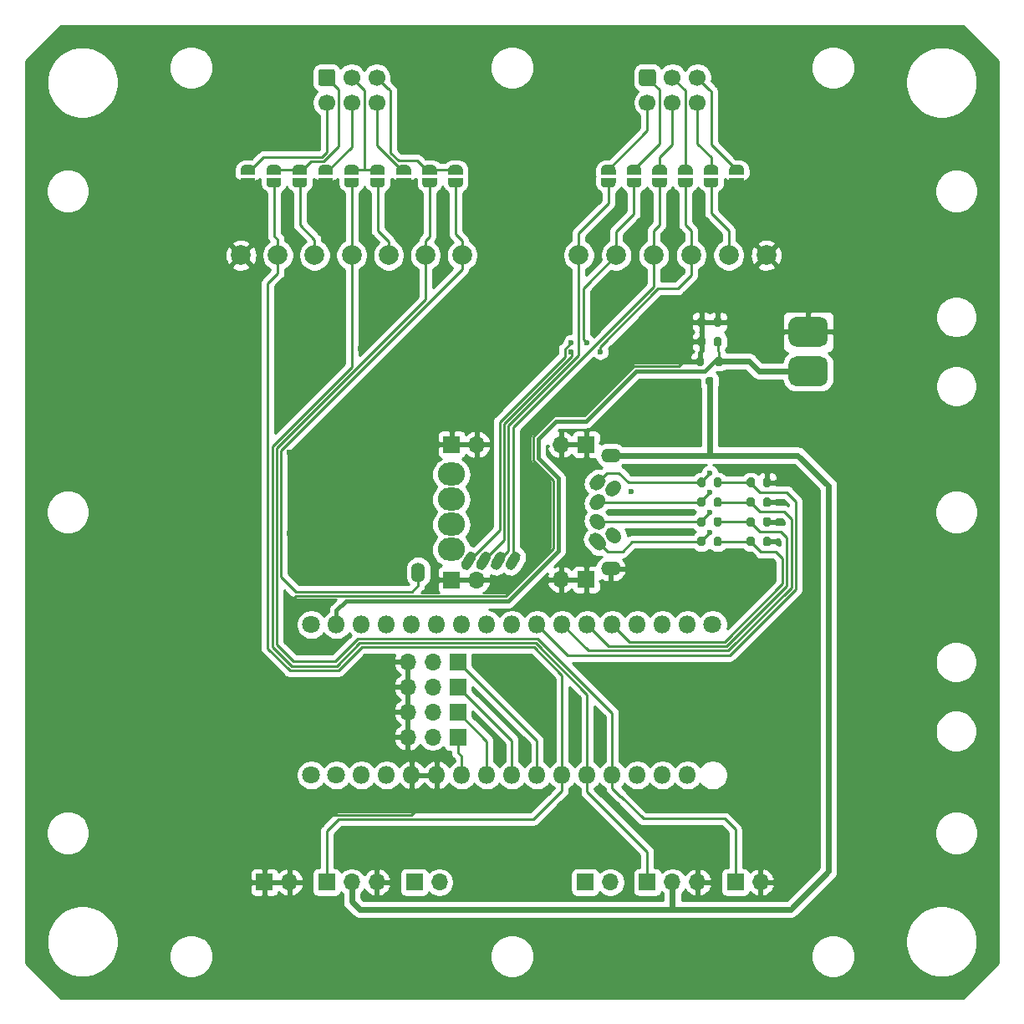
<source format=gbr>
%TF.GenerationSoftware,KiCad,Pcbnew,(5.1.10)-1*%
%TF.CreationDate,2021-11-07T17:05:54+13:00*%
%TF.ProjectId,THE_BRAINS_FIXTURE,5448455f-4252-4414-994e-535f46495854,rev?*%
%TF.SameCoordinates,Original*%
%TF.FileFunction,Copper,L2,Bot*%
%TF.FilePolarity,Positive*%
%FSLAX46Y46*%
G04 Gerber Fmt 4.6, Leading zero omitted, Abs format (unit mm)*
G04 Created by KiCad (PCBNEW (5.1.10)-1) date 2021-11-07 17:05:54*
%MOMM*%
%LPD*%
G01*
G04 APERTURE LIST*
%TA.AperFunction,ComponentPad*%
%ADD10O,1.700000X1.700000*%
%TD*%
%TA.AperFunction,ComponentPad*%
%ADD11R,1.700000X1.700000*%
%TD*%
%TA.AperFunction,ComponentPad*%
%ADD12C,1.700000*%
%TD*%
%TA.AperFunction,SMDPad,CuDef*%
%ADD13C,0.100000*%
%TD*%
%TA.AperFunction,ComponentPad*%
%ADD14O,1.800000X1.800000*%
%TD*%
%TA.AperFunction,WasherPad*%
%ADD15C,1.800000*%
%TD*%
%TA.AperFunction,ComponentPad*%
%ADD16C,1.800000*%
%TD*%
%TA.AperFunction,ComponentPad*%
%ADD17C,2.000000*%
%TD*%
%TA.AperFunction,ComponentPad*%
%ADD18O,2.750000X2.340000*%
%TD*%
%TA.AperFunction,ComponentPad*%
%ADD19O,2.000000X1.400000*%
%TD*%
%TA.AperFunction,ComponentPad*%
%ADD20O,1.400000X2.000000*%
%TD*%
%TA.AperFunction,ViaPad*%
%ADD21C,0.600000*%
%TD*%
%TA.AperFunction,Conductor*%
%ADD22C,0.250000*%
%TD*%
%TA.AperFunction,Conductor*%
%ADD23C,0.600000*%
%TD*%
%TA.AperFunction,Conductor*%
%ADD24C,0.400000*%
%TD*%
%TA.AperFunction,Conductor*%
%ADD25C,0.254000*%
%TD*%
%TA.AperFunction,Conductor*%
%ADD26C,0.100000*%
%TD*%
G04 APERTURE END LIST*
D10*
%TO.P,J33,2*%
%TO.N,GND*%
X154960000Y-93150000D03*
D11*
%TO.P,J33,1*%
X157500000Y-93150000D03*
%TD*%
%TO.P,J32,1*%
%TO.N,GND*%
X157500000Y-106850000D03*
D10*
%TO.P,J32,2*%
X154960000Y-106850000D03*
%TD*%
%TO.P,J31,2*%
%TO.N,GND*%
X146415000Y-93150000D03*
D11*
%TO.P,J31,1*%
X143875000Y-93150000D03*
%TD*%
%TO.P,J30,1*%
%TO.N,GND*%
X143875000Y-106875000D03*
D10*
%TO.P,J30,2*%
X146415000Y-106875000D03*
%TD*%
%TO.P,J1,3*%
%TO.N,GND*%
X139420000Y-122785000D03*
%TO.P,J1,2*%
%TO.N,+3V3*%
X141960000Y-122785000D03*
D11*
%TO.P,J1,1*%
%TO.N,/RADIO1*%
X144500000Y-122785000D03*
%TD*%
%TO.P,J2,1*%
%TO.N,/RADIO2*%
X144500000Y-120245000D03*
D10*
%TO.P,J2,2*%
%TO.N,+3V3*%
X141960000Y-120245000D03*
%TO.P,J2,3*%
%TO.N,GND*%
X139420000Y-120245000D03*
%TD*%
%TO.P,J3,3*%
%TO.N,GND*%
X139420000Y-117705000D03*
%TO.P,J3,2*%
%TO.N,+3V3*%
X141960000Y-117705000D03*
D11*
%TO.P,J3,1*%
%TO.N,/RADIO3*%
X144500000Y-117705000D03*
%TD*%
%TO.P,J4,1*%
%TO.N,/RADIO4*%
X144500000Y-115165000D03*
D10*
%TO.P,J4,2*%
%TO.N,+3V3*%
X141960000Y-115165000D03*
%TO.P,J4,3*%
%TO.N,GND*%
X139420000Y-115165000D03*
%TD*%
D12*
%TO.P,J19,6*%
%TO.N,Net-(J19-Pad6)*%
X136290000Y-58540000D03*
%TO.P,J19,4*%
%TO.N,Net-(J19-Pad4)*%
X133750000Y-58540000D03*
%TO.P,J19,2*%
%TO.N,Net-(J19-Pad2)*%
X131210000Y-58540000D03*
%TO.P,J19,5*%
%TO.N,Net-(J19-Pad5)*%
X136290000Y-56000000D03*
%TO.P,J19,3*%
%TO.N,Net-(J19-Pad3)*%
X133750000Y-56000000D03*
%TO.P,J19,1*%
%TO.N,Net-(J19-Pad1)*%
%TA.AperFunction,ComponentPad*%
G36*
G01*
X130610000Y-55150000D02*
X131810000Y-55150000D01*
G75*
G02*
X132060000Y-55400000I0J-250000D01*
G01*
X132060000Y-56600000D01*
G75*
G02*
X131810000Y-56850000I-250000J0D01*
G01*
X130610000Y-56850000D01*
G75*
G02*
X130360000Y-56600000I0J250000D01*
G01*
X130360000Y-55400000D01*
G75*
G02*
X130610000Y-55150000I250000J0D01*
G01*
G37*
%TD.AperFunction*%
%TD*%
%TO.P,J20,1*%
%TO.N,Net-(J20-Pad1)*%
%TA.AperFunction,ComponentPad*%
G36*
G01*
X163110000Y-55150000D02*
X164310000Y-55150000D01*
G75*
G02*
X164560000Y-55400000I0J-250000D01*
G01*
X164560000Y-56600000D01*
G75*
G02*
X164310000Y-56850000I-250000J0D01*
G01*
X163110000Y-56850000D01*
G75*
G02*
X162860000Y-56600000I0J250000D01*
G01*
X162860000Y-55400000D01*
G75*
G02*
X163110000Y-55150000I250000J0D01*
G01*
G37*
%TD.AperFunction*%
%TO.P,J20,3*%
%TO.N,Net-(J20-Pad3)*%
X166250000Y-56000000D03*
%TO.P,J20,5*%
%TO.N,Net-(J20-Pad5)*%
X168790000Y-56000000D03*
%TO.P,J20,2*%
%TO.N,Net-(J20-Pad2)*%
X163710000Y-58540000D03*
%TO.P,J20,4*%
%TO.N,Net-(J20-Pad4)*%
X166250000Y-58540000D03*
%TO.P,J20,6*%
%TO.N,Net-(J20-Pad6)*%
X168790000Y-58540000D03*
%TD*%
%TA.AperFunction,SMDPad,CuDef*%
D13*
%TO.P,JP1,2*%
%TO.N,/SERVO1*%
G36*
X126624398Y-66650000D02*
G01*
X126624398Y-66674534D01*
X126619588Y-66723365D01*
X126610016Y-66771490D01*
X126595772Y-66818445D01*
X126576995Y-66863778D01*
X126553864Y-66907051D01*
X126526604Y-66947850D01*
X126495476Y-66985779D01*
X126460779Y-67020476D01*
X126422850Y-67051604D01*
X126382051Y-67078864D01*
X126338778Y-67101995D01*
X126293445Y-67120772D01*
X126246490Y-67135016D01*
X126198365Y-67144588D01*
X126149534Y-67149398D01*
X126125000Y-67149398D01*
X126125000Y-67150000D01*
X125625000Y-67150000D01*
X125625000Y-67149398D01*
X125600466Y-67149398D01*
X125551635Y-67144588D01*
X125503510Y-67135016D01*
X125456555Y-67120772D01*
X125411222Y-67101995D01*
X125367949Y-67078864D01*
X125327150Y-67051604D01*
X125289221Y-67020476D01*
X125254524Y-66985779D01*
X125223396Y-66947850D01*
X125196136Y-66907051D01*
X125173005Y-66863778D01*
X125154228Y-66818445D01*
X125139984Y-66771490D01*
X125130412Y-66723365D01*
X125125602Y-66674534D01*
X125125602Y-66650000D01*
X125125000Y-66650000D01*
X125125000Y-66150000D01*
X126625000Y-66150000D01*
X126625000Y-66650000D01*
X126624398Y-66650000D01*
G37*
%TD.AperFunction*%
%TA.AperFunction,SMDPad,CuDef*%
%TO.P,JP1,1*%
%TO.N,Net-(J19-Pad1)*%
G36*
X125125000Y-65850000D02*
G01*
X125125000Y-65350000D01*
X125125602Y-65350000D01*
X125125602Y-65325466D01*
X125130412Y-65276635D01*
X125139984Y-65228510D01*
X125154228Y-65181555D01*
X125173005Y-65136222D01*
X125196136Y-65092949D01*
X125223396Y-65052150D01*
X125254524Y-65014221D01*
X125289221Y-64979524D01*
X125327150Y-64948396D01*
X125367949Y-64921136D01*
X125411222Y-64898005D01*
X125456555Y-64879228D01*
X125503510Y-64864984D01*
X125551635Y-64855412D01*
X125600466Y-64850602D01*
X125625000Y-64850602D01*
X125625000Y-64850000D01*
X126125000Y-64850000D01*
X126125000Y-64850602D01*
X126149534Y-64850602D01*
X126198365Y-64855412D01*
X126246490Y-64864984D01*
X126293445Y-64879228D01*
X126338778Y-64898005D01*
X126382051Y-64921136D01*
X126422850Y-64948396D01*
X126460779Y-64979524D01*
X126495476Y-65014221D01*
X126526604Y-65052150D01*
X126553864Y-65092949D01*
X126576995Y-65136222D01*
X126595772Y-65181555D01*
X126610016Y-65228510D01*
X126619588Y-65276635D01*
X126624398Y-65325466D01*
X126624398Y-65350000D01*
X126625000Y-65350000D01*
X126625000Y-65850000D01*
X125125000Y-65850000D01*
G37*
%TD.AperFunction*%
%TD*%
%TA.AperFunction,SMDPad,CuDef*%
%TO.P,JP2,1*%
%TO.N,Net-(J19-Pad3)*%
G36*
X133000000Y-65850000D02*
G01*
X133000000Y-65350000D01*
X133000602Y-65350000D01*
X133000602Y-65325466D01*
X133005412Y-65276635D01*
X133014984Y-65228510D01*
X133029228Y-65181555D01*
X133048005Y-65136222D01*
X133071136Y-65092949D01*
X133098396Y-65052150D01*
X133129524Y-65014221D01*
X133164221Y-64979524D01*
X133202150Y-64948396D01*
X133242949Y-64921136D01*
X133286222Y-64898005D01*
X133331555Y-64879228D01*
X133378510Y-64864984D01*
X133426635Y-64855412D01*
X133475466Y-64850602D01*
X133500000Y-64850602D01*
X133500000Y-64850000D01*
X134000000Y-64850000D01*
X134000000Y-64850602D01*
X134024534Y-64850602D01*
X134073365Y-64855412D01*
X134121490Y-64864984D01*
X134168445Y-64879228D01*
X134213778Y-64898005D01*
X134257051Y-64921136D01*
X134297850Y-64948396D01*
X134335779Y-64979524D01*
X134370476Y-65014221D01*
X134401604Y-65052150D01*
X134428864Y-65092949D01*
X134451995Y-65136222D01*
X134470772Y-65181555D01*
X134485016Y-65228510D01*
X134494588Y-65276635D01*
X134499398Y-65325466D01*
X134499398Y-65350000D01*
X134500000Y-65350000D01*
X134500000Y-65850000D01*
X133000000Y-65850000D01*
G37*
%TD.AperFunction*%
%TA.AperFunction,SMDPad,CuDef*%
%TO.P,JP2,2*%
%TO.N,/SERVO2*%
G36*
X134499398Y-66650000D02*
G01*
X134499398Y-66674534D01*
X134494588Y-66723365D01*
X134485016Y-66771490D01*
X134470772Y-66818445D01*
X134451995Y-66863778D01*
X134428864Y-66907051D01*
X134401604Y-66947850D01*
X134370476Y-66985779D01*
X134335779Y-67020476D01*
X134297850Y-67051604D01*
X134257051Y-67078864D01*
X134213778Y-67101995D01*
X134168445Y-67120772D01*
X134121490Y-67135016D01*
X134073365Y-67144588D01*
X134024534Y-67149398D01*
X134000000Y-67149398D01*
X134000000Y-67150000D01*
X133500000Y-67150000D01*
X133500000Y-67149398D01*
X133475466Y-67149398D01*
X133426635Y-67144588D01*
X133378510Y-67135016D01*
X133331555Y-67120772D01*
X133286222Y-67101995D01*
X133242949Y-67078864D01*
X133202150Y-67051604D01*
X133164221Y-67020476D01*
X133129524Y-66985779D01*
X133098396Y-66947850D01*
X133071136Y-66907051D01*
X133048005Y-66863778D01*
X133029228Y-66818445D01*
X133014984Y-66771490D01*
X133005412Y-66723365D01*
X133000602Y-66674534D01*
X133000602Y-66650000D01*
X133000000Y-66650000D01*
X133000000Y-66150000D01*
X134500000Y-66150000D01*
X134500000Y-66650000D01*
X134499398Y-66650000D01*
G37*
%TD.AperFunction*%
%TD*%
%TA.AperFunction,SMDPad,CuDef*%
%TO.P,JP3,2*%
%TO.N,/CAL*%
G36*
X142399398Y-66650000D02*
G01*
X142399398Y-66674534D01*
X142394588Y-66723365D01*
X142385016Y-66771490D01*
X142370772Y-66818445D01*
X142351995Y-66863778D01*
X142328864Y-66907051D01*
X142301604Y-66947850D01*
X142270476Y-66985779D01*
X142235779Y-67020476D01*
X142197850Y-67051604D01*
X142157051Y-67078864D01*
X142113778Y-67101995D01*
X142068445Y-67120772D01*
X142021490Y-67135016D01*
X141973365Y-67144588D01*
X141924534Y-67149398D01*
X141900000Y-67149398D01*
X141900000Y-67150000D01*
X141400000Y-67150000D01*
X141400000Y-67149398D01*
X141375466Y-67149398D01*
X141326635Y-67144588D01*
X141278510Y-67135016D01*
X141231555Y-67120772D01*
X141186222Y-67101995D01*
X141142949Y-67078864D01*
X141102150Y-67051604D01*
X141064221Y-67020476D01*
X141029524Y-66985779D01*
X140998396Y-66947850D01*
X140971136Y-66907051D01*
X140948005Y-66863778D01*
X140929228Y-66818445D01*
X140914984Y-66771490D01*
X140905412Y-66723365D01*
X140900602Y-66674534D01*
X140900602Y-66650000D01*
X140900000Y-66650000D01*
X140900000Y-66150000D01*
X142400000Y-66150000D01*
X142400000Y-66650000D01*
X142399398Y-66650000D01*
G37*
%TD.AperFunction*%
%TA.AperFunction,SMDPad,CuDef*%
%TO.P,JP3,1*%
%TO.N,Net-(J19-Pad5)*%
G36*
X140900000Y-65850000D02*
G01*
X140900000Y-65350000D01*
X140900602Y-65350000D01*
X140900602Y-65325466D01*
X140905412Y-65276635D01*
X140914984Y-65228510D01*
X140929228Y-65181555D01*
X140948005Y-65136222D01*
X140971136Y-65092949D01*
X140998396Y-65052150D01*
X141029524Y-65014221D01*
X141064221Y-64979524D01*
X141102150Y-64948396D01*
X141142949Y-64921136D01*
X141186222Y-64898005D01*
X141231555Y-64879228D01*
X141278510Y-64864984D01*
X141326635Y-64855412D01*
X141375466Y-64850602D01*
X141400000Y-64850602D01*
X141400000Y-64850000D01*
X141900000Y-64850000D01*
X141900000Y-64850602D01*
X141924534Y-64850602D01*
X141973365Y-64855412D01*
X142021490Y-64864984D01*
X142068445Y-64879228D01*
X142113778Y-64898005D01*
X142157051Y-64921136D01*
X142197850Y-64948396D01*
X142235779Y-64979524D01*
X142270476Y-65014221D01*
X142301604Y-65052150D01*
X142328864Y-65092949D01*
X142351995Y-65136222D01*
X142370772Y-65181555D01*
X142385016Y-65228510D01*
X142394588Y-65276635D01*
X142399398Y-65325466D01*
X142399398Y-65350000D01*
X142400000Y-65350000D01*
X142400000Y-65850000D01*
X140900000Y-65850000D01*
G37*
%TD.AperFunction*%
%TD*%
%TA.AperFunction,SMDPad,CuDef*%
%TO.P,JP4,1*%
%TO.N,Net-(J20-Pad1)*%
G36*
X161600000Y-65850000D02*
G01*
X161600000Y-65350000D01*
X161600602Y-65350000D01*
X161600602Y-65325466D01*
X161605412Y-65276635D01*
X161614984Y-65228510D01*
X161629228Y-65181555D01*
X161648005Y-65136222D01*
X161671136Y-65092949D01*
X161698396Y-65052150D01*
X161729524Y-65014221D01*
X161764221Y-64979524D01*
X161802150Y-64948396D01*
X161842949Y-64921136D01*
X161886222Y-64898005D01*
X161931555Y-64879228D01*
X161978510Y-64864984D01*
X162026635Y-64855412D01*
X162075466Y-64850602D01*
X162100000Y-64850602D01*
X162100000Y-64850000D01*
X162600000Y-64850000D01*
X162600000Y-64850602D01*
X162624534Y-64850602D01*
X162673365Y-64855412D01*
X162721490Y-64864984D01*
X162768445Y-64879228D01*
X162813778Y-64898005D01*
X162857051Y-64921136D01*
X162897850Y-64948396D01*
X162935779Y-64979524D01*
X162970476Y-65014221D01*
X163001604Y-65052150D01*
X163028864Y-65092949D01*
X163051995Y-65136222D01*
X163070772Y-65181555D01*
X163085016Y-65228510D01*
X163094588Y-65276635D01*
X163099398Y-65325466D01*
X163099398Y-65350000D01*
X163100000Y-65350000D01*
X163100000Y-65850000D01*
X161600000Y-65850000D01*
G37*
%TD.AperFunction*%
%TA.AperFunction,SMDPad,CuDef*%
%TO.P,JP4,2*%
%TO.N,+3V3*%
G36*
X163099398Y-66650000D02*
G01*
X163099398Y-66674534D01*
X163094588Y-66723365D01*
X163085016Y-66771490D01*
X163070772Y-66818445D01*
X163051995Y-66863778D01*
X163028864Y-66907051D01*
X163001604Y-66947850D01*
X162970476Y-66985779D01*
X162935779Y-67020476D01*
X162897850Y-67051604D01*
X162857051Y-67078864D01*
X162813778Y-67101995D01*
X162768445Y-67120772D01*
X162721490Y-67135016D01*
X162673365Y-67144588D01*
X162624534Y-67149398D01*
X162600000Y-67149398D01*
X162600000Y-67150000D01*
X162100000Y-67150000D01*
X162100000Y-67149398D01*
X162075466Y-67149398D01*
X162026635Y-67144588D01*
X161978510Y-67135016D01*
X161931555Y-67120772D01*
X161886222Y-67101995D01*
X161842949Y-67078864D01*
X161802150Y-67051604D01*
X161764221Y-67020476D01*
X161729524Y-66985779D01*
X161698396Y-66947850D01*
X161671136Y-66907051D01*
X161648005Y-66863778D01*
X161629228Y-66818445D01*
X161614984Y-66771490D01*
X161605412Y-66723365D01*
X161600602Y-66674534D01*
X161600602Y-66650000D01*
X161600000Y-66650000D01*
X161600000Y-66150000D01*
X163100000Y-66150000D01*
X163100000Y-66650000D01*
X163099398Y-66650000D01*
G37*
%TD.AperFunction*%
%TD*%
%TA.AperFunction,SMDPad,CuDef*%
%TO.P,JP5,2*%
%TO.N,/NRST*%
G36*
X168299398Y-66650000D02*
G01*
X168299398Y-66674534D01*
X168294588Y-66723365D01*
X168285016Y-66771490D01*
X168270772Y-66818445D01*
X168251995Y-66863778D01*
X168228864Y-66907051D01*
X168201604Y-66947850D01*
X168170476Y-66985779D01*
X168135779Y-67020476D01*
X168097850Y-67051604D01*
X168057051Y-67078864D01*
X168013778Y-67101995D01*
X167968445Y-67120772D01*
X167921490Y-67135016D01*
X167873365Y-67144588D01*
X167824534Y-67149398D01*
X167800000Y-67149398D01*
X167800000Y-67150000D01*
X167300000Y-67150000D01*
X167300000Y-67149398D01*
X167275466Y-67149398D01*
X167226635Y-67144588D01*
X167178510Y-67135016D01*
X167131555Y-67120772D01*
X167086222Y-67101995D01*
X167042949Y-67078864D01*
X167002150Y-67051604D01*
X166964221Y-67020476D01*
X166929524Y-66985779D01*
X166898396Y-66947850D01*
X166871136Y-66907051D01*
X166848005Y-66863778D01*
X166829228Y-66818445D01*
X166814984Y-66771490D01*
X166805412Y-66723365D01*
X166800602Y-66674534D01*
X166800602Y-66650000D01*
X166800000Y-66650000D01*
X166800000Y-66150000D01*
X168300000Y-66150000D01*
X168300000Y-66650000D01*
X168299398Y-66650000D01*
G37*
%TD.AperFunction*%
%TA.AperFunction,SMDPad,CuDef*%
%TO.P,JP5,1*%
%TO.N,Net-(J20-Pad3)*%
G36*
X166800000Y-65850000D02*
G01*
X166800000Y-65350000D01*
X166800602Y-65350000D01*
X166800602Y-65325466D01*
X166805412Y-65276635D01*
X166814984Y-65228510D01*
X166829228Y-65181555D01*
X166848005Y-65136222D01*
X166871136Y-65092949D01*
X166898396Y-65052150D01*
X166929524Y-65014221D01*
X166964221Y-64979524D01*
X167002150Y-64948396D01*
X167042949Y-64921136D01*
X167086222Y-64898005D01*
X167131555Y-64879228D01*
X167178510Y-64864984D01*
X167226635Y-64855412D01*
X167275466Y-64850602D01*
X167300000Y-64850602D01*
X167300000Y-64850000D01*
X167800000Y-64850000D01*
X167800000Y-64850602D01*
X167824534Y-64850602D01*
X167873365Y-64855412D01*
X167921490Y-64864984D01*
X167968445Y-64879228D01*
X168013778Y-64898005D01*
X168057051Y-64921136D01*
X168097850Y-64948396D01*
X168135779Y-64979524D01*
X168170476Y-65014221D01*
X168201604Y-65052150D01*
X168228864Y-65092949D01*
X168251995Y-65136222D01*
X168270772Y-65181555D01*
X168285016Y-65228510D01*
X168294588Y-65276635D01*
X168299398Y-65325466D01*
X168299398Y-65350000D01*
X168300000Y-65350000D01*
X168300000Y-65850000D01*
X166800000Y-65850000D01*
G37*
%TD.AperFunction*%
%TD*%
%TA.AperFunction,SMDPad,CuDef*%
%TO.P,JP6,2*%
%TO.N,GND*%
G36*
X173499398Y-66650000D02*
G01*
X173499398Y-66674534D01*
X173494588Y-66723365D01*
X173485016Y-66771490D01*
X173470772Y-66818445D01*
X173451995Y-66863778D01*
X173428864Y-66907051D01*
X173401604Y-66947850D01*
X173370476Y-66985779D01*
X173335779Y-67020476D01*
X173297850Y-67051604D01*
X173257051Y-67078864D01*
X173213778Y-67101995D01*
X173168445Y-67120772D01*
X173121490Y-67135016D01*
X173073365Y-67144588D01*
X173024534Y-67149398D01*
X173000000Y-67149398D01*
X173000000Y-67150000D01*
X172500000Y-67150000D01*
X172500000Y-67149398D01*
X172475466Y-67149398D01*
X172426635Y-67144588D01*
X172378510Y-67135016D01*
X172331555Y-67120772D01*
X172286222Y-67101995D01*
X172242949Y-67078864D01*
X172202150Y-67051604D01*
X172164221Y-67020476D01*
X172129524Y-66985779D01*
X172098396Y-66947850D01*
X172071136Y-66907051D01*
X172048005Y-66863778D01*
X172029228Y-66818445D01*
X172014984Y-66771490D01*
X172005412Y-66723365D01*
X172000602Y-66674534D01*
X172000602Y-66650000D01*
X172000000Y-66650000D01*
X172000000Y-66150000D01*
X173500000Y-66150000D01*
X173500000Y-66650000D01*
X173499398Y-66650000D01*
G37*
%TD.AperFunction*%
%TA.AperFunction,SMDPad,CuDef*%
%TO.P,JP6,1*%
%TO.N,Net-(J20-Pad5)*%
G36*
X172000000Y-65850000D02*
G01*
X172000000Y-65350000D01*
X172000602Y-65350000D01*
X172000602Y-65325466D01*
X172005412Y-65276635D01*
X172014984Y-65228510D01*
X172029228Y-65181555D01*
X172048005Y-65136222D01*
X172071136Y-65092949D01*
X172098396Y-65052150D01*
X172129524Y-65014221D01*
X172164221Y-64979524D01*
X172202150Y-64948396D01*
X172242949Y-64921136D01*
X172286222Y-64898005D01*
X172331555Y-64879228D01*
X172378510Y-64864984D01*
X172426635Y-64855412D01*
X172475466Y-64850602D01*
X172500000Y-64850602D01*
X172500000Y-64850000D01*
X173000000Y-64850000D01*
X173000000Y-64850602D01*
X173024534Y-64850602D01*
X173073365Y-64855412D01*
X173121490Y-64864984D01*
X173168445Y-64879228D01*
X173213778Y-64898005D01*
X173257051Y-64921136D01*
X173297850Y-64948396D01*
X173335779Y-64979524D01*
X173370476Y-65014221D01*
X173401604Y-65052150D01*
X173428864Y-65092949D01*
X173451995Y-65136222D01*
X173470772Y-65181555D01*
X173485016Y-65228510D01*
X173494588Y-65276635D01*
X173499398Y-65325466D01*
X173499398Y-65350000D01*
X173500000Y-65350000D01*
X173500000Y-65850000D01*
X172000000Y-65850000D01*
G37*
%TD.AperFunction*%
%TD*%
%TA.AperFunction,SMDPad,CuDef*%
%TO.P,JP7,1*%
%TO.N,Net-(J19-Pad2)*%
G36*
X122500000Y-65850000D02*
G01*
X122500000Y-65350000D01*
X122500602Y-65350000D01*
X122500602Y-65325466D01*
X122505412Y-65276635D01*
X122514984Y-65228510D01*
X122529228Y-65181555D01*
X122548005Y-65136222D01*
X122571136Y-65092949D01*
X122598396Y-65052150D01*
X122629524Y-65014221D01*
X122664221Y-64979524D01*
X122702150Y-64948396D01*
X122742949Y-64921136D01*
X122786222Y-64898005D01*
X122831555Y-64879228D01*
X122878510Y-64864984D01*
X122926635Y-64855412D01*
X122975466Y-64850602D01*
X123000000Y-64850602D01*
X123000000Y-64850000D01*
X123500000Y-64850000D01*
X123500000Y-64850602D01*
X123524534Y-64850602D01*
X123573365Y-64855412D01*
X123621490Y-64864984D01*
X123668445Y-64879228D01*
X123713778Y-64898005D01*
X123757051Y-64921136D01*
X123797850Y-64948396D01*
X123835779Y-64979524D01*
X123870476Y-65014221D01*
X123901604Y-65052150D01*
X123928864Y-65092949D01*
X123951995Y-65136222D01*
X123970772Y-65181555D01*
X123985016Y-65228510D01*
X123994588Y-65276635D01*
X123999398Y-65325466D01*
X123999398Y-65350000D01*
X124000000Y-65350000D01*
X124000000Y-65850000D01*
X122500000Y-65850000D01*
G37*
%TD.AperFunction*%
%TA.AperFunction,SMDPad,CuDef*%
%TO.P,JP7,2*%
%TO.N,GND*%
G36*
X123999398Y-66650000D02*
G01*
X123999398Y-66674534D01*
X123994588Y-66723365D01*
X123985016Y-66771490D01*
X123970772Y-66818445D01*
X123951995Y-66863778D01*
X123928864Y-66907051D01*
X123901604Y-66947850D01*
X123870476Y-66985779D01*
X123835779Y-67020476D01*
X123797850Y-67051604D01*
X123757051Y-67078864D01*
X123713778Y-67101995D01*
X123668445Y-67120772D01*
X123621490Y-67135016D01*
X123573365Y-67144588D01*
X123524534Y-67149398D01*
X123500000Y-67149398D01*
X123500000Y-67150000D01*
X123000000Y-67150000D01*
X123000000Y-67149398D01*
X122975466Y-67149398D01*
X122926635Y-67144588D01*
X122878510Y-67135016D01*
X122831555Y-67120772D01*
X122786222Y-67101995D01*
X122742949Y-67078864D01*
X122702150Y-67051604D01*
X122664221Y-67020476D01*
X122629524Y-66985779D01*
X122598396Y-66947850D01*
X122571136Y-66907051D01*
X122548005Y-66863778D01*
X122529228Y-66818445D01*
X122514984Y-66771490D01*
X122505412Y-66723365D01*
X122500602Y-66674534D01*
X122500602Y-66650000D01*
X122500000Y-66650000D01*
X122500000Y-66150000D01*
X124000000Y-66150000D01*
X124000000Y-66650000D01*
X123999398Y-66650000D01*
G37*
%TD.AperFunction*%
%TD*%
%TA.AperFunction,SMDPad,CuDef*%
%TO.P,JP8,2*%
%TO.N,GND*%
G36*
X131874398Y-66650000D02*
G01*
X131874398Y-66674534D01*
X131869588Y-66723365D01*
X131860016Y-66771490D01*
X131845772Y-66818445D01*
X131826995Y-66863778D01*
X131803864Y-66907051D01*
X131776604Y-66947850D01*
X131745476Y-66985779D01*
X131710779Y-67020476D01*
X131672850Y-67051604D01*
X131632051Y-67078864D01*
X131588778Y-67101995D01*
X131543445Y-67120772D01*
X131496490Y-67135016D01*
X131448365Y-67144588D01*
X131399534Y-67149398D01*
X131375000Y-67149398D01*
X131375000Y-67150000D01*
X130875000Y-67150000D01*
X130875000Y-67149398D01*
X130850466Y-67149398D01*
X130801635Y-67144588D01*
X130753510Y-67135016D01*
X130706555Y-67120772D01*
X130661222Y-67101995D01*
X130617949Y-67078864D01*
X130577150Y-67051604D01*
X130539221Y-67020476D01*
X130504524Y-66985779D01*
X130473396Y-66947850D01*
X130446136Y-66907051D01*
X130423005Y-66863778D01*
X130404228Y-66818445D01*
X130389984Y-66771490D01*
X130380412Y-66723365D01*
X130375602Y-66674534D01*
X130375602Y-66650000D01*
X130375000Y-66650000D01*
X130375000Y-66150000D01*
X131875000Y-66150000D01*
X131875000Y-66650000D01*
X131874398Y-66650000D01*
G37*
%TD.AperFunction*%
%TA.AperFunction,SMDPad,CuDef*%
%TO.P,JP8,1*%
%TO.N,Net-(J19-Pad4)*%
G36*
X130375000Y-65850000D02*
G01*
X130375000Y-65350000D01*
X130375602Y-65350000D01*
X130375602Y-65325466D01*
X130380412Y-65276635D01*
X130389984Y-65228510D01*
X130404228Y-65181555D01*
X130423005Y-65136222D01*
X130446136Y-65092949D01*
X130473396Y-65052150D01*
X130504524Y-65014221D01*
X130539221Y-64979524D01*
X130577150Y-64948396D01*
X130617949Y-64921136D01*
X130661222Y-64898005D01*
X130706555Y-64879228D01*
X130753510Y-64864984D01*
X130801635Y-64855412D01*
X130850466Y-64850602D01*
X130875000Y-64850602D01*
X130875000Y-64850000D01*
X131375000Y-64850000D01*
X131375000Y-64850602D01*
X131399534Y-64850602D01*
X131448365Y-64855412D01*
X131496490Y-64864984D01*
X131543445Y-64879228D01*
X131588778Y-64898005D01*
X131632051Y-64921136D01*
X131672850Y-64948396D01*
X131710779Y-64979524D01*
X131745476Y-65014221D01*
X131776604Y-65052150D01*
X131803864Y-65092949D01*
X131826995Y-65136222D01*
X131845772Y-65181555D01*
X131860016Y-65228510D01*
X131869588Y-65276635D01*
X131874398Y-65325466D01*
X131874398Y-65350000D01*
X131875000Y-65350000D01*
X131875000Y-65850000D01*
X130375000Y-65850000D01*
G37*
%TD.AperFunction*%
%TD*%
%TA.AperFunction,SMDPad,CuDef*%
%TO.P,JP9,1*%
%TO.N,Net-(J19-Pad6)*%
G36*
X138275000Y-65850000D02*
G01*
X138275000Y-65350000D01*
X138275602Y-65350000D01*
X138275602Y-65325466D01*
X138280412Y-65276635D01*
X138289984Y-65228510D01*
X138304228Y-65181555D01*
X138323005Y-65136222D01*
X138346136Y-65092949D01*
X138373396Y-65052150D01*
X138404524Y-65014221D01*
X138439221Y-64979524D01*
X138477150Y-64948396D01*
X138517949Y-64921136D01*
X138561222Y-64898005D01*
X138606555Y-64879228D01*
X138653510Y-64864984D01*
X138701635Y-64855412D01*
X138750466Y-64850602D01*
X138775000Y-64850602D01*
X138775000Y-64850000D01*
X139275000Y-64850000D01*
X139275000Y-64850602D01*
X139299534Y-64850602D01*
X139348365Y-64855412D01*
X139396490Y-64864984D01*
X139443445Y-64879228D01*
X139488778Y-64898005D01*
X139532051Y-64921136D01*
X139572850Y-64948396D01*
X139610779Y-64979524D01*
X139645476Y-65014221D01*
X139676604Y-65052150D01*
X139703864Y-65092949D01*
X139726995Y-65136222D01*
X139745772Y-65181555D01*
X139760016Y-65228510D01*
X139769588Y-65276635D01*
X139774398Y-65325466D01*
X139774398Y-65350000D01*
X139775000Y-65350000D01*
X139775000Y-65850000D01*
X138275000Y-65850000D01*
G37*
%TD.AperFunction*%
%TA.AperFunction,SMDPad,CuDef*%
%TO.P,JP9,2*%
%TO.N,GND*%
G36*
X139774398Y-66650000D02*
G01*
X139774398Y-66674534D01*
X139769588Y-66723365D01*
X139760016Y-66771490D01*
X139745772Y-66818445D01*
X139726995Y-66863778D01*
X139703864Y-66907051D01*
X139676604Y-66947850D01*
X139645476Y-66985779D01*
X139610779Y-67020476D01*
X139572850Y-67051604D01*
X139532051Y-67078864D01*
X139488778Y-67101995D01*
X139443445Y-67120772D01*
X139396490Y-67135016D01*
X139348365Y-67144588D01*
X139299534Y-67149398D01*
X139275000Y-67149398D01*
X139275000Y-67150000D01*
X138775000Y-67150000D01*
X138775000Y-67149398D01*
X138750466Y-67149398D01*
X138701635Y-67144588D01*
X138653510Y-67135016D01*
X138606555Y-67120772D01*
X138561222Y-67101995D01*
X138517949Y-67078864D01*
X138477150Y-67051604D01*
X138439221Y-67020476D01*
X138404524Y-66985779D01*
X138373396Y-66947850D01*
X138346136Y-66907051D01*
X138323005Y-66863778D01*
X138304228Y-66818445D01*
X138289984Y-66771490D01*
X138280412Y-66723365D01*
X138275602Y-66674534D01*
X138275602Y-66650000D01*
X138275000Y-66650000D01*
X138275000Y-66150000D01*
X139775000Y-66150000D01*
X139775000Y-66650000D01*
X139774398Y-66650000D01*
G37*
%TD.AperFunction*%
%TD*%
%TA.AperFunction,SMDPad,CuDef*%
%TO.P,JP10,1*%
%TO.N,Net-(J20-Pad2)*%
G36*
X159000000Y-65850000D02*
G01*
X159000000Y-65350000D01*
X159000602Y-65350000D01*
X159000602Y-65325466D01*
X159005412Y-65276635D01*
X159014984Y-65228510D01*
X159029228Y-65181555D01*
X159048005Y-65136222D01*
X159071136Y-65092949D01*
X159098396Y-65052150D01*
X159129524Y-65014221D01*
X159164221Y-64979524D01*
X159202150Y-64948396D01*
X159242949Y-64921136D01*
X159286222Y-64898005D01*
X159331555Y-64879228D01*
X159378510Y-64864984D01*
X159426635Y-64855412D01*
X159475466Y-64850602D01*
X159500000Y-64850602D01*
X159500000Y-64850000D01*
X160000000Y-64850000D01*
X160000000Y-64850602D01*
X160024534Y-64850602D01*
X160073365Y-64855412D01*
X160121490Y-64864984D01*
X160168445Y-64879228D01*
X160213778Y-64898005D01*
X160257051Y-64921136D01*
X160297850Y-64948396D01*
X160335779Y-64979524D01*
X160370476Y-65014221D01*
X160401604Y-65052150D01*
X160428864Y-65092949D01*
X160451995Y-65136222D01*
X160470772Y-65181555D01*
X160485016Y-65228510D01*
X160494588Y-65276635D01*
X160499398Y-65325466D01*
X160499398Y-65350000D01*
X160500000Y-65350000D01*
X160500000Y-65850000D01*
X159000000Y-65850000D01*
G37*
%TD.AperFunction*%
%TA.AperFunction,SMDPad,CuDef*%
%TO.P,JP10,2*%
%TO.N,/SWDIO*%
G36*
X160499398Y-66650000D02*
G01*
X160499398Y-66674534D01*
X160494588Y-66723365D01*
X160485016Y-66771490D01*
X160470772Y-66818445D01*
X160451995Y-66863778D01*
X160428864Y-66907051D01*
X160401604Y-66947850D01*
X160370476Y-66985779D01*
X160335779Y-67020476D01*
X160297850Y-67051604D01*
X160257051Y-67078864D01*
X160213778Y-67101995D01*
X160168445Y-67120772D01*
X160121490Y-67135016D01*
X160073365Y-67144588D01*
X160024534Y-67149398D01*
X160000000Y-67149398D01*
X160000000Y-67150000D01*
X159500000Y-67150000D01*
X159500000Y-67149398D01*
X159475466Y-67149398D01*
X159426635Y-67144588D01*
X159378510Y-67135016D01*
X159331555Y-67120772D01*
X159286222Y-67101995D01*
X159242949Y-67078864D01*
X159202150Y-67051604D01*
X159164221Y-67020476D01*
X159129524Y-66985779D01*
X159098396Y-66947850D01*
X159071136Y-66907051D01*
X159048005Y-66863778D01*
X159029228Y-66818445D01*
X159014984Y-66771490D01*
X159005412Y-66723365D01*
X159000602Y-66674534D01*
X159000602Y-66650000D01*
X159000000Y-66650000D01*
X159000000Y-66150000D01*
X160500000Y-66150000D01*
X160500000Y-66650000D01*
X160499398Y-66650000D01*
G37*
%TD.AperFunction*%
%TD*%
%TA.AperFunction,SMDPad,CuDef*%
%TO.P,JP11,1*%
%TO.N,Net-(J20-Pad4)*%
G36*
X164200000Y-65850000D02*
G01*
X164200000Y-65350000D01*
X164200602Y-65350000D01*
X164200602Y-65325466D01*
X164205412Y-65276635D01*
X164214984Y-65228510D01*
X164229228Y-65181555D01*
X164248005Y-65136222D01*
X164271136Y-65092949D01*
X164298396Y-65052150D01*
X164329524Y-65014221D01*
X164364221Y-64979524D01*
X164402150Y-64948396D01*
X164442949Y-64921136D01*
X164486222Y-64898005D01*
X164531555Y-64879228D01*
X164578510Y-64864984D01*
X164626635Y-64855412D01*
X164675466Y-64850602D01*
X164700000Y-64850602D01*
X164700000Y-64850000D01*
X165200000Y-64850000D01*
X165200000Y-64850602D01*
X165224534Y-64850602D01*
X165273365Y-64855412D01*
X165321490Y-64864984D01*
X165368445Y-64879228D01*
X165413778Y-64898005D01*
X165457051Y-64921136D01*
X165497850Y-64948396D01*
X165535779Y-64979524D01*
X165570476Y-65014221D01*
X165601604Y-65052150D01*
X165628864Y-65092949D01*
X165651995Y-65136222D01*
X165670772Y-65181555D01*
X165685016Y-65228510D01*
X165694588Y-65276635D01*
X165699398Y-65325466D01*
X165699398Y-65350000D01*
X165700000Y-65350000D01*
X165700000Y-65850000D01*
X164200000Y-65850000D01*
G37*
%TD.AperFunction*%
%TA.AperFunction,SMDPad,CuDef*%
%TO.P,JP11,2*%
%TO.N,/SWCLK*%
G36*
X165699398Y-66650000D02*
G01*
X165699398Y-66674534D01*
X165694588Y-66723365D01*
X165685016Y-66771490D01*
X165670772Y-66818445D01*
X165651995Y-66863778D01*
X165628864Y-66907051D01*
X165601604Y-66947850D01*
X165570476Y-66985779D01*
X165535779Y-67020476D01*
X165497850Y-67051604D01*
X165457051Y-67078864D01*
X165413778Y-67101995D01*
X165368445Y-67120772D01*
X165321490Y-67135016D01*
X165273365Y-67144588D01*
X165224534Y-67149398D01*
X165200000Y-67149398D01*
X165200000Y-67150000D01*
X164700000Y-67150000D01*
X164700000Y-67149398D01*
X164675466Y-67149398D01*
X164626635Y-67144588D01*
X164578510Y-67135016D01*
X164531555Y-67120772D01*
X164486222Y-67101995D01*
X164442949Y-67078864D01*
X164402150Y-67051604D01*
X164364221Y-67020476D01*
X164329524Y-66985779D01*
X164298396Y-66947850D01*
X164271136Y-66907051D01*
X164248005Y-66863778D01*
X164229228Y-66818445D01*
X164214984Y-66771490D01*
X164205412Y-66723365D01*
X164200602Y-66674534D01*
X164200602Y-66650000D01*
X164200000Y-66650000D01*
X164200000Y-66150000D01*
X165700000Y-66150000D01*
X165700000Y-66650000D01*
X165699398Y-66650000D01*
G37*
%TD.AperFunction*%
%TD*%
%TA.AperFunction,SMDPad,CuDef*%
%TO.P,JP12,1*%
%TO.N,Net-(J20-Pad6)*%
G36*
X169400000Y-65850000D02*
G01*
X169400000Y-65350000D01*
X169400602Y-65350000D01*
X169400602Y-65325466D01*
X169405412Y-65276635D01*
X169414984Y-65228510D01*
X169429228Y-65181555D01*
X169448005Y-65136222D01*
X169471136Y-65092949D01*
X169498396Y-65052150D01*
X169529524Y-65014221D01*
X169564221Y-64979524D01*
X169602150Y-64948396D01*
X169642949Y-64921136D01*
X169686222Y-64898005D01*
X169731555Y-64879228D01*
X169778510Y-64864984D01*
X169826635Y-64855412D01*
X169875466Y-64850602D01*
X169900000Y-64850602D01*
X169900000Y-64850000D01*
X170400000Y-64850000D01*
X170400000Y-64850602D01*
X170424534Y-64850602D01*
X170473365Y-64855412D01*
X170521490Y-64864984D01*
X170568445Y-64879228D01*
X170613778Y-64898005D01*
X170657051Y-64921136D01*
X170697850Y-64948396D01*
X170735779Y-64979524D01*
X170770476Y-65014221D01*
X170801604Y-65052150D01*
X170828864Y-65092949D01*
X170851995Y-65136222D01*
X170870772Y-65181555D01*
X170885016Y-65228510D01*
X170894588Y-65276635D01*
X170899398Y-65325466D01*
X170899398Y-65350000D01*
X170900000Y-65350000D01*
X170900000Y-65850000D01*
X169400000Y-65850000D01*
G37*
%TD.AperFunction*%
%TA.AperFunction,SMDPad,CuDef*%
%TO.P,JP12,2*%
%TO.N,Net-(JP12-Pad2)*%
G36*
X170899398Y-66650000D02*
G01*
X170899398Y-66674534D01*
X170894588Y-66723365D01*
X170885016Y-66771490D01*
X170870772Y-66818445D01*
X170851995Y-66863778D01*
X170828864Y-66907051D01*
X170801604Y-66947850D01*
X170770476Y-66985779D01*
X170735779Y-67020476D01*
X170697850Y-67051604D01*
X170657051Y-67078864D01*
X170613778Y-67101995D01*
X170568445Y-67120772D01*
X170521490Y-67135016D01*
X170473365Y-67144588D01*
X170424534Y-67149398D01*
X170400000Y-67149398D01*
X170400000Y-67150000D01*
X169900000Y-67150000D01*
X169900000Y-67149398D01*
X169875466Y-67149398D01*
X169826635Y-67144588D01*
X169778510Y-67135016D01*
X169731555Y-67120772D01*
X169686222Y-67101995D01*
X169642949Y-67078864D01*
X169602150Y-67051604D01*
X169564221Y-67020476D01*
X169529524Y-66985779D01*
X169498396Y-66947850D01*
X169471136Y-66907051D01*
X169448005Y-66863778D01*
X169429228Y-66818445D01*
X169414984Y-66771490D01*
X169405412Y-66723365D01*
X169400602Y-66674534D01*
X169400602Y-66650000D01*
X169400000Y-66650000D01*
X169400000Y-66150000D01*
X170900000Y-66150000D01*
X170900000Y-66650000D01*
X170899398Y-66650000D01*
G37*
%TD.AperFunction*%
%TD*%
%TO.P,Q1,3*%
%TO.N,VCC*%
%TA.AperFunction,SMDPad,CuDef*%
G36*
G01*
X169800000Y-86300000D02*
X170200000Y-86300000D01*
G75*
G02*
X170400000Y-86500000I0J-200000D01*
G01*
X170400000Y-87000000D01*
G75*
G02*
X170200000Y-87200000I-200000J0D01*
G01*
X169800000Y-87200000D01*
G75*
G02*
X169600000Y-87000000I0J200000D01*
G01*
X169600000Y-86500000D01*
G75*
G02*
X169800000Y-86300000I200000J0D01*
G01*
G37*
%TD.AperFunction*%
%TO.P,Q1,2*%
%TO.N,+5V*%
%TA.AperFunction,SMDPad,CuDef*%
G36*
G01*
X170750000Y-84300000D02*
X171150000Y-84300000D01*
G75*
G02*
X171350000Y-84500000I0J-200000D01*
G01*
X171350000Y-85000000D01*
G75*
G02*
X171150000Y-85200000I-200000J0D01*
G01*
X170750000Y-85200000D01*
G75*
G02*
X170550000Y-85000000I0J200000D01*
G01*
X170550000Y-84500000D01*
G75*
G02*
X170750000Y-84300000I200000J0D01*
G01*
G37*
%TD.AperFunction*%
%TO.P,Q1,1*%
%TO.N,GND*%
%TA.AperFunction,SMDPad,CuDef*%
G36*
G01*
X168850000Y-84300000D02*
X169250000Y-84300000D01*
G75*
G02*
X169450000Y-84500000I0J-200000D01*
G01*
X169450000Y-85000000D01*
G75*
G02*
X169250000Y-85200000I-200000J0D01*
G01*
X168850000Y-85200000D01*
G75*
G02*
X168650000Y-85000000I0J200000D01*
G01*
X168650000Y-84500000D01*
G75*
G02*
X168850000Y-84300000I200000J0D01*
G01*
G37*
%TD.AperFunction*%
%TD*%
%TO.P,R1,2*%
%TO.N,GND*%
%TA.AperFunction,SMDPad,CuDef*%
G36*
G01*
X169575000Y-82475000D02*
X169575000Y-83025000D01*
G75*
G02*
X169375000Y-83225000I-200000J0D01*
G01*
X168975000Y-83225000D01*
G75*
G02*
X168775000Y-83025000I0J200000D01*
G01*
X168775000Y-82475000D01*
G75*
G02*
X168975000Y-82275000I200000J0D01*
G01*
X169375000Y-82275000D01*
G75*
G02*
X169575000Y-82475000I0J-200000D01*
G01*
G37*
%TD.AperFunction*%
%TO.P,R1,1*%
%TO.N,+5V*%
%TA.AperFunction,SMDPad,CuDef*%
G36*
G01*
X171225000Y-82475000D02*
X171225000Y-83025000D01*
G75*
G02*
X171025000Y-83225000I-200000J0D01*
G01*
X170625000Y-83225000D01*
G75*
G02*
X170425000Y-83025000I0J200000D01*
G01*
X170425000Y-82475000D01*
G75*
G02*
X170625000Y-82275000I200000J0D01*
G01*
X171025000Y-82275000D01*
G75*
G02*
X171225000Y-82475000I0J-200000D01*
G01*
G37*
%TD.AperFunction*%
%TD*%
%TO.P,R2,1*%
%TO.N,GND*%
%TA.AperFunction,SMDPad,CuDef*%
G36*
G01*
X168775000Y-81025000D02*
X168775000Y-80475000D01*
G75*
G02*
X168975000Y-80275000I200000J0D01*
G01*
X169375000Y-80275000D01*
G75*
G02*
X169575000Y-80475000I0J-200000D01*
G01*
X169575000Y-81025000D01*
G75*
G02*
X169375000Y-81225000I-200000J0D01*
G01*
X168975000Y-81225000D01*
G75*
G02*
X168775000Y-81025000I0J200000D01*
G01*
G37*
%TD.AperFunction*%
%TO.P,R2,2*%
%TA.AperFunction,SMDPad,CuDef*%
G36*
G01*
X170425000Y-81025000D02*
X170425000Y-80475000D01*
G75*
G02*
X170625000Y-80275000I200000J0D01*
G01*
X171025000Y-80275000D01*
G75*
G02*
X171225000Y-80475000I0J-200000D01*
G01*
X171225000Y-81025000D01*
G75*
G02*
X171025000Y-81225000I-200000J0D01*
G01*
X170625000Y-81225000D01*
G75*
G02*
X170425000Y-81025000I0J200000D01*
G01*
G37*
%TD.AperFunction*%
%TD*%
%TO.P,R3,1*%
%TO.N,Net-(A1-Pad22)*%
%TA.AperFunction,SMDPad,CuDef*%
G36*
G01*
X171225000Y-96725000D02*
X171225000Y-97275000D01*
G75*
G02*
X171025000Y-97475000I-200000J0D01*
G01*
X170625000Y-97475000D01*
G75*
G02*
X170425000Y-97275000I0J200000D01*
G01*
X170425000Y-96725000D01*
G75*
G02*
X170625000Y-96525000I200000J0D01*
G01*
X171025000Y-96525000D01*
G75*
G02*
X171225000Y-96725000I0J-200000D01*
G01*
G37*
%TD.AperFunction*%
%TO.P,R3,2*%
%TO.N,/M1+*%
%TA.AperFunction,SMDPad,CuDef*%
G36*
G01*
X169575000Y-96725000D02*
X169575000Y-97275000D01*
G75*
G02*
X169375000Y-97475000I-200000J0D01*
G01*
X168975000Y-97475000D01*
G75*
G02*
X168775000Y-97275000I0J200000D01*
G01*
X168775000Y-96725000D01*
G75*
G02*
X168975000Y-96525000I200000J0D01*
G01*
X169375000Y-96525000D01*
G75*
G02*
X169575000Y-96725000I0J-200000D01*
G01*
G37*
%TD.AperFunction*%
%TD*%
%TO.P,R4,2*%
%TO.N,GND*%
%TA.AperFunction,SMDPad,CuDef*%
G36*
G01*
X175425000Y-97275000D02*
X175425000Y-96725000D01*
G75*
G02*
X175625000Y-96525000I200000J0D01*
G01*
X176025000Y-96525000D01*
G75*
G02*
X176225000Y-96725000I0J-200000D01*
G01*
X176225000Y-97275000D01*
G75*
G02*
X176025000Y-97475000I-200000J0D01*
G01*
X175625000Y-97475000D01*
G75*
G02*
X175425000Y-97275000I0J200000D01*
G01*
G37*
%TD.AperFunction*%
%TO.P,R4,1*%
%TO.N,Net-(A1-Pad22)*%
%TA.AperFunction,SMDPad,CuDef*%
G36*
G01*
X173775000Y-97275000D02*
X173775000Y-96725000D01*
G75*
G02*
X173975000Y-96525000I200000J0D01*
G01*
X174375000Y-96525000D01*
G75*
G02*
X174575000Y-96725000I0J-200000D01*
G01*
X174575000Y-97275000D01*
G75*
G02*
X174375000Y-97475000I-200000J0D01*
G01*
X173975000Y-97475000D01*
G75*
G02*
X173775000Y-97275000I0J200000D01*
G01*
G37*
%TD.AperFunction*%
%TD*%
%TO.P,R5,1*%
%TO.N,Net-(A1-Pad21)*%
%TA.AperFunction,SMDPad,CuDef*%
G36*
G01*
X171225000Y-98725000D02*
X171225000Y-99275000D01*
G75*
G02*
X171025000Y-99475000I-200000J0D01*
G01*
X170625000Y-99475000D01*
G75*
G02*
X170425000Y-99275000I0J200000D01*
G01*
X170425000Y-98725000D01*
G75*
G02*
X170625000Y-98525000I200000J0D01*
G01*
X171025000Y-98525000D01*
G75*
G02*
X171225000Y-98725000I0J-200000D01*
G01*
G37*
%TD.AperFunction*%
%TO.P,R5,2*%
%TO.N,/M1-*%
%TA.AperFunction,SMDPad,CuDef*%
G36*
G01*
X169575000Y-98725000D02*
X169575000Y-99275000D01*
G75*
G02*
X169375000Y-99475000I-200000J0D01*
G01*
X168975000Y-99475000D01*
G75*
G02*
X168775000Y-99275000I0J200000D01*
G01*
X168775000Y-98725000D01*
G75*
G02*
X168975000Y-98525000I200000J0D01*
G01*
X169375000Y-98525000D01*
G75*
G02*
X169575000Y-98725000I0J-200000D01*
G01*
G37*
%TD.AperFunction*%
%TD*%
%TO.P,R6,2*%
%TO.N,GND*%
%TA.AperFunction,SMDPad,CuDef*%
G36*
G01*
X175425000Y-99275000D02*
X175425000Y-98725000D01*
G75*
G02*
X175625000Y-98525000I200000J0D01*
G01*
X176025000Y-98525000D01*
G75*
G02*
X176225000Y-98725000I0J-200000D01*
G01*
X176225000Y-99275000D01*
G75*
G02*
X176025000Y-99475000I-200000J0D01*
G01*
X175625000Y-99475000D01*
G75*
G02*
X175425000Y-99275000I0J200000D01*
G01*
G37*
%TD.AperFunction*%
%TO.P,R6,1*%
%TO.N,Net-(A1-Pad21)*%
%TA.AperFunction,SMDPad,CuDef*%
G36*
G01*
X173775000Y-99275000D02*
X173775000Y-98725000D01*
G75*
G02*
X173975000Y-98525000I200000J0D01*
G01*
X174375000Y-98525000D01*
G75*
G02*
X174575000Y-98725000I0J-200000D01*
G01*
X174575000Y-99275000D01*
G75*
G02*
X174375000Y-99475000I-200000J0D01*
G01*
X173975000Y-99475000D01*
G75*
G02*
X173775000Y-99275000I0J200000D01*
G01*
G37*
%TD.AperFunction*%
%TD*%
%TO.P,R7,2*%
%TO.N,/M2+*%
%TA.AperFunction,SMDPad,CuDef*%
G36*
G01*
X169575000Y-100725000D02*
X169575000Y-101275000D01*
G75*
G02*
X169375000Y-101475000I-200000J0D01*
G01*
X168975000Y-101475000D01*
G75*
G02*
X168775000Y-101275000I0J200000D01*
G01*
X168775000Y-100725000D01*
G75*
G02*
X168975000Y-100525000I200000J0D01*
G01*
X169375000Y-100525000D01*
G75*
G02*
X169575000Y-100725000I0J-200000D01*
G01*
G37*
%TD.AperFunction*%
%TO.P,R7,1*%
%TO.N,Net-(A1-Pad20)*%
%TA.AperFunction,SMDPad,CuDef*%
G36*
G01*
X171225000Y-100725000D02*
X171225000Y-101275000D01*
G75*
G02*
X171025000Y-101475000I-200000J0D01*
G01*
X170625000Y-101475000D01*
G75*
G02*
X170425000Y-101275000I0J200000D01*
G01*
X170425000Y-100725000D01*
G75*
G02*
X170625000Y-100525000I200000J0D01*
G01*
X171025000Y-100525000D01*
G75*
G02*
X171225000Y-100725000I0J-200000D01*
G01*
G37*
%TD.AperFunction*%
%TD*%
%TO.P,R8,1*%
%TO.N,Net-(A1-Pad20)*%
%TA.AperFunction,SMDPad,CuDef*%
G36*
G01*
X173775000Y-101275000D02*
X173775000Y-100725000D01*
G75*
G02*
X173975000Y-100525000I200000J0D01*
G01*
X174375000Y-100525000D01*
G75*
G02*
X174575000Y-100725000I0J-200000D01*
G01*
X174575000Y-101275000D01*
G75*
G02*
X174375000Y-101475000I-200000J0D01*
G01*
X173975000Y-101475000D01*
G75*
G02*
X173775000Y-101275000I0J200000D01*
G01*
G37*
%TD.AperFunction*%
%TO.P,R8,2*%
%TO.N,GND*%
%TA.AperFunction,SMDPad,CuDef*%
G36*
G01*
X175425000Y-101275000D02*
X175425000Y-100725000D01*
G75*
G02*
X175625000Y-100525000I200000J0D01*
G01*
X176025000Y-100525000D01*
G75*
G02*
X176225000Y-100725000I0J-200000D01*
G01*
X176225000Y-101275000D01*
G75*
G02*
X176025000Y-101475000I-200000J0D01*
G01*
X175625000Y-101475000D01*
G75*
G02*
X175425000Y-101275000I0J200000D01*
G01*
G37*
%TD.AperFunction*%
%TD*%
%TO.P,R9,1*%
%TO.N,Net-(A1-Pad19)*%
%TA.AperFunction,SMDPad,CuDef*%
G36*
G01*
X171225000Y-102725000D02*
X171225000Y-103275000D01*
G75*
G02*
X171025000Y-103475000I-200000J0D01*
G01*
X170625000Y-103475000D01*
G75*
G02*
X170425000Y-103275000I0J200000D01*
G01*
X170425000Y-102725000D01*
G75*
G02*
X170625000Y-102525000I200000J0D01*
G01*
X171025000Y-102525000D01*
G75*
G02*
X171225000Y-102725000I0J-200000D01*
G01*
G37*
%TD.AperFunction*%
%TO.P,R9,2*%
%TO.N,/M2-*%
%TA.AperFunction,SMDPad,CuDef*%
G36*
G01*
X169575000Y-102725000D02*
X169575000Y-103275000D01*
G75*
G02*
X169375000Y-103475000I-200000J0D01*
G01*
X168975000Y-103475000D01*
G75*
G02*
X168775000Y-103275000I0J200000D01*
G01*
X168775000Y-102725000D01*
G75*
G02*
X168975000Y-102525000I200000J0D01*
G01*
X169375000Y-102525000D01*
G75*
G02*
X169575000Y-102725000I0J-200000D01*
G01*
G37*
%TD.AperFunction*%
%TD*%
%TO.P,R10,2*%
%TO.N,GND*%
%TA.AperFunction,SMDPad,CuDef*%
G36*
G01*
X175425000Y-103275000D02*
X175425000Y-102725000D01*
G75*
G02*
X175625000Y-102525000I200000J0D01*
G01*
X176025000Y-102525000D01*
G75*
G02*
X176225000Y-102725000I0J-200000D01*
G01*
X176225000Y-103275000D01*
G75*
G02*
X176025000Y-103475000I-200000J0D01*
G01*
X175625000Y-103475000D01*
G75*
G02*
X175425000Y-103275000I0J200000D01*
G01*
G37*
%TD.AperFunction*%
%TO.P,R10,1*%
%TO.N,Net-(A1-Pad19)*%
%TA.AperFunction,SMDPad,CuDef*%
G36*
G01*
X173775000Y-103275000D02*
X173775000Y-102725000D01*
G75*
G02*
X173975000Y-102525000I200000J0D01*
G01*
X174375000Y-102525000D01*
G75*
G02*
X174575000Y-102725000I0J-200000D01*
G01*
X174575000Y-103275000D01*
G75*
G02*
X174375000Y-103475000I-200000J0D01*
G01*
X173975000Y-103475000D01*
G75*
G02*
X173775000Y-103275000I0J200000D01*
G01*
G37*
%TD.AperFunction*%
%TD*%
D14*
%TO.P,A1,11*%
%TO.N,/SERVO2*%
X157615000Y-126640000D03*
%TO.P,A1,18*%
%TO.N,Net-(A1-Pad18)*%
X162695000Y-111400000D03*
%TO.P,A1,9*%
%TO.N,/RADIO4*%
X152535000Y-126640000D03*
%TO.P,A1,19*%
%TO.N,Net-(A1-Pad19)*%
X160155000Y-111400000D03*
%TO.P,A1,26*%
%TO.N,Net-(A1-Pad26)*%
X142375000Y-111400000D03*
%TO.P,A1,14*%
%TO.N,Net-(A1-Pad14)*%
X165235000Y-126640000D03*
%TO.P,A1,16*%
%TO.N,Net-(A1-Pad16)*%
X167775000Y-111400000D03*
%TO.P,A1,24*%
%TO.N,Net-(A1-Pad24)*%
X147455000Y-111400000D03*
D15*
%TO.P,A1,*%
%TO.N,*%
X129675000Y-126640000D03*
D14*
%TO.P,A1,5*%
%TO.N,GND*%
X142375000Y-126640000D03*
%TO.P,A1,27*%
%TO.N,Net-(A1-Pad27)*%
X139835000Y-111400000D03*
%TO.P,A1,13*%
%TO.N,Net-(A1-Pad13)*%
X162695000Y-126640000D03*
%TO.P,A1,30*%
%TO.N,+5V*%
X132215000Y-111400000D03*
%TO.P,A1,17*%
%TO.N,Net-(A1-Pad17)*%
X165235000Y-111400000D03*
%TO.P,A1,2*%
%TO.N,Net-(A1-Pad2)*%
X134755000Y-126640000D03*
D15*
%TO.P,A1,*%
%TO.N,*%
X129675000Y-111400000D03*
X170315000Y-111400000D03*
D14*
%TO.P,A1,8*%
%TO.N,/RADIO3*%
X149995000Y-126640000D03*
%TO.P,A1,25*%
%TO.N,Net-(A1-Pad25)*%
X144915000Y-111400000D03*
D16*
%TO.P,A1,1*%
%TO.N,Net-(A1-Pad1)*%
X132215000Y-126640000D03*
D14*
%TO.P,A1,20*%
%TO.N,Net-(A1-Pad20)*%
X157615000Y-111400000D03*
%TO.P,A1,23*%
%TO.N,Net-(A1-Pad23)*%
X149995000Y-111400000D03*
%TO.P,A1,22*%
%TO.N,Net-(A1-Pad22)*%
X152535000Y-111400000D03*
%TO.P,A1,4*%
%TO.N,GND*%
X139835000Y-126640000D03*
%TO.P,A1,15*%
%TO.N,Net-(A1-Pad15)*%
X167775000Y-126640000D03*
%TO.P,A1,28*%
%TO.N,Net-(A1-Pad28)*%
X137295000Y-111400000D03*
%TO.P,A1,29*%
%TO.N,GND*%
X134755000Y-111400000D03*
%TO.P,A1,3*%
%TO.N,Net-(A1-Pad3)*%
X137295000Y-126640000D03*
%TO.P,A1,10*%
%TO.N,/SERVO1*%
X155075000Y-126640000D03*
%TO.P,A1,21*%
%TO.N,Net-(A1-Pad21)*%
X155075000Y-111400000D03*
%TO.P,A1,6*%
%TO.N,/RADIO1*%
X144915000Y-126640000D03*
%TO.P,A1,7*%
%TO.N,/RADIO2*%
X147455000Y-126640000D03*
%TO.P,A1,12*%
%TO.N,/CAL*%
X160155000Y-126640000D03*
%TD*%
D10*
%TO.P,J5,3*%
%TO.N,GND*%
X136290000Y-137500000D03*
%TO.P,J5,2*%
%TO.N,VCC*%
X133750000Y-137500000D03*
D11*
%TO.P,J5,1*%
%TO.N,/SERVO1*%
X131210000Y-137500000D03*
%TD*%
D10*
%TO.P,J6,3*%
%TO.N,GND*%
X168790000Y-137500000D03*
%TO.P,J6,2*%
%TO.N,VCC*%
X166250000Y-137500000D03*
D11*
%TO.P,J6,1*%
%TO.N,/SERVO2*%
X163710000Y-137500000D03*
%TD*%
%TO.P,J7,1*%
%TO.N,/M1+*%
X140100000Y-137500000D03*
D10*
%TO.P,J7,2*%
%TO.N,/M1-*%
X142640000Y-137500000D03*
%TD*%
D11*
%TO.P,J8,1*%
%TO.N,/M2+*%
X157410000Y-137500000D03*
D10*
%TO.P,J8,2*%
%TO.N,/M2-*%
X159950000Y-137500000D03*
%TD*%
%TO.P,J9,2*%
%TO.N,GND*%
X175150000Y-137500000D03*
D11*
%TO.P,J9,1*%
%TO.N,/CAL*%
X172610000Y-137500000D03*
%TD*%
%TO.P,J10,1*%
%TO.N,GND*%
X124910000Y-137500000D03*
D10*
%TO.P,J10,2*%
X127450000Y-137500000D03*
%TD*%
%TO.P,H7,1*%
%TO.N,+5V*%
%TA.AperFunction,SMDPad,CuDef*%
G36*
G01*
X182000000Y-85000000D02*
X182000000Y-86500000D01*
G75*
G02*
X181250000Y-87250000I-750000J0D01*
G01*
X178750000Y-87250000D01*
G75*
G02*
X178000000Y-86500000I0J750000D01*
G01*
X178000000Y-85000000D01*
G75*
G02*
X178750000Y-84250000I750000J0D01*
G01*
X181250000Y-84250000D01*
G75*
G02*
X182000000Y-85000000I0J-750000D01*
G01*
G37*
%TD.AperFunction*%
%TD*%
%TO.P,H8,1*%
%TO.N,GND*%
%TA.AperFunction,SMDPad,CuDef*%
G36*
G01*
X182000000Y-81000000D02*
X182000000Y-82500000D01*
G75*
G02*
X181250000Y-83250000I-750000J0D01*
G01*
X178750000Y-83250000D01*
G75*
G02*
X178000000Y-82500000I0J750000D01*
G01*
X178000000Y-81000000D01*
G75*
G02*
X178750000Y-80250000I750000J0D01*
G01*
X181250000Y-80250000D01*
G75*
G02*
X182000000Y-81000000I0J-750000D01*
G01*
G37*
%TD.AperFunction*%
%TD*%
D17*
%TO.P,TP10,1*%
%TO.N,/SERVO1*%
X126275000Y-74000000D03*
%TD*%
%TO.P,TP11,1*%
%TO.N,/SERVO2*%
X133750000Y-74000000D03*
%TD*%
%TO.P,TP12,1*%
%TO.N,/CAL*%
X141225000Y-74000000D03*
%TD*%
%TO.P,TP13,1*%
%TO.N,+3V3*%
X160550000Y-74000000D03*
%TD*%
%TO.P,TP14,1*%
%TO.N,/NRST*%
X168150000Y-74000000D03*
%TD*%
%TO.P,TP15,1*%
%TO.N,GND*%
X175750000Y-74000000D03*
%TD*%
%TO.P,TP26,1*%
%TO.N,GND*%
X122550000Y-74000000D03*
%TD*%
%TO.P,TP27,1*%
%TO.N,/SWDIO*%
X156750000Y-74000000D03*
%TD*%
%TO.P,TP28,1*%
%TO.N,/SWCLK*%
X164350000Y-74000000D03*
%TD*%
%TO.P,TP29,1*%
%TO.N,Net-(JP12-Pad2)*%
X171950000Y-74000000D03*
%TD*%
%TO.P,J22,1*%
%TO.N,/M1+*%
%TA.AperFunction,ComponentPad*%
G36*
G01*
X159286396Y-96363604D02*
X159286396Y-96363604D01*
G75*
G02*
X159286396Y-97353554I-494975J-494975D01*
G01*
X159003554Y-97636396D01*
G75*
G02*
X158013604Y-97636396I-494975J494975D01*
G01*
X158013604Y-97636396D01*
G75*
G02*
X158013604Y-96646446I494975J494975D01*
G01*
X158296446Y-96363604D01*
G75*
G02*
X159286396Y-96363604I494975J-494975D01*
G01*
G37*
%TD.AperFunction*%
%TD*%
D18*
%TO.P,J11,1*%
%TO.N,/RADIO1*%
X143850000Y-103810000D03*
%TD*%
%TO.P,J12,1*%
%TO.N,/RADIO2*%
X143850000Y-101270000D03*
%TD*%
%TO.P,J13,1*%
%TO.N,/RADIO3*%
X143850000Y-98730000D03*
%TD*%
%TO.P,J14,1*%
%TO.N,/RADIO4*%
X143850000Y-96190000D03*
%TD*%
%TO.P,J15,1*%
%TO.N,/SWCLK*%
%TA.AperFunction,ComponentPad*%
G36*
G01*
X150600000Y-104083974D02*
X150600000Y-104083974D01*
G75*
G02*
X150795824Y-104814798I-267500J-463324D01*
G01*
X150330824Y-105620202D01*
G75*
G02*
X149600000Y-105816026I-463324J267500D01*
G01*
X149600000Y-105816026D01*
G75*
G02*
X149404176Y-105085202I267500J463324D01*
G01*
X149869176Y-104279798D01*
G75*
G02*
X150600000Y-104083974I463324J-267500D01*
G01*
G37*
%TD.AperFunction*%
%TD*%
%TO.P,J16,1*%
%TO.N,/SWDIO*%
%TA.AperFunction,ComponentPad*%
G36*
G01*
X149100000Y-104083974D02*
X149100000Y-104083974D01*
G75*
G02*
X149295824Y-104814798I-267500J-463324D01*
G01*
X148830824Y-105620202D01*
G75*
G02*
X148100000Y-105816026I-463324J267500D01*
G01*
X148100000Y-105816026D01*
G75*
G02*
X147904176Y-105085202I267500J463324D01*
G01*
X148369176Y-104279798D01*
G75*
G02*
X149100000Y-104083974I463324J-267500D01*
G01*
G37*
%TD.AperFunction*%
%TD*%
%TO.P,J17,1*%
%TO.N,/NRST*%
%TA.AperFunction,ComponentPad*%
G36*
G01*
X147600000Y-104083974D02*
X147600000Y-104083974D01*
G75*
G02*
X147795824Y-104814798I-267500J-463324D01*
G01*
X147330824Y-105620202D01*
G75*
G02*
X146600000Y-105816026I-463324J267500D01*
G01*
X146600000Y-105816026D01*
G75*
G02*
X146404176Y-105085202I267500J463324D01*
G01*
X146869176Y-104279798D01*
G75*
G02*
X147600000Y-104083974I463324J-267500D01*
G01*
G37*
%TD.AperFunction*%
%TD*%
%TO.P,J18,1*%
%TO.N,+3V3*%
%TA.AperFunction,ComponentPad*%
G36*
G01*
X146100000Y-104083974D02*
X146100000Y-104083974D01*
G75*
G02*
X146295824Y-104814798I-267500J-463324D01*
G01*
X145830824Y-105620202D01*
G75*
G02*
X145100000Y-105816026I-463324J267500D01*
G01*
X145100000Y-105816026D01*
G75*
G02*
X144904176Y-105085202I267500J463324D01*
G01*
X145369176Y-104279798D01*
G75*
G02*
X146100000Y-104083974I463324J-267500D01*
G01*
G37*
%TD.AperFunction*%
%TD*%
D19*
%TO.P,J21,1*%
%TO.N,VCC*%
X160000000Y-94250000D03*
%TD*%
%TO.P,J23,1*%
%TO.N,/M1-*%
%TA.AperFunction,ComponentPad*%
G36*
G01*
X159286396Y-98363604D02*
X159286396Y-98363604D01*
G75*
G02*
X159286396Y-99353554I-494975J-494975D01*
G01*
X159003554Y-99636396D01*
G75*
G02*
X158013604Y-99636396I-494975J494975D01*
G01*
X158013604Y-99636396D01*
G75*
G02*
X158013604Y-98646446I494975J494975D01*
G01*
X158296446Y-98363604D01*
G75*
G02*
X159286396Y-98363604I494975J-494975D01*
G01*
G37*
%TD.AperFunction*%
%TD*%
%TO.P,J24,1*%
%TO.N,/M2+*%
%TA.AperFunction,ComponentPad*%
G36*
G01*
X159286396Y-101636396D02*
X159286396Y-101636396D01*
G75*
G02*
X158296446Y-101636396I-494975J494975D01*
G01*
X158013604Y-101353554D01*
G75*
G02*
X158013604Y-100363604I494975J494975D01*
G01*
X158013604Y-100363604D01*
G75*
G02*
X159003554Y-100363604I494975J-494975D01*
G01*
X159286396Y-100646446D01*
G75*
G02*
X159286396Y-101636396I-494975J-494975D01*
G01*
G37*
%TD.AperFunction*%
%TD*%
%TO.P,J25,1*%
%TO.N,/M2-*%
%TA.AperFunction,ComponentPad*%
G36*
G01*
X159357107Y-103707107D02*
X159357107Y-103707107D01*
G75*
G02*
X158367157Y-103707107I-494975J494975D01*
G01*
X157942893Y-103282843D01*
G75*
G02*
X157942893Y-102292893I494975J494975D01*
G01*
X157942893Y-102292893D01*
G75*
G02*
X158932843Y-102292893I494975J-494975D01*
G01*
X159357107Y-102717157D01*
G75*
G02*
X159357107Y-103707107I-494975J-494975D01*
G01*
G37*
%TD.AperFunction*%
%TD*%
%TO.P,J26,1*%
%TO.N,GND*%
X160000000Y-105750000D03*
%TD*%
%TA.AperFunction,SMDPad,CuDef*%
D13*
%TO.P,JP13,1*%
%TO.N,Net-(J19-Pad1)*%
G36*
X127750000Y-65850000D02*
G01*
X127750000Y-65350000D01*
X127750602Y-65350000D01*
X127750602Y-65325466D01*
X127755412Y-65276635D01*
X127764984Y-65228510D01*
X127779228Y-65181555D01*
X127798005Y-65136222D01*
X127821136Y-65092949D01*
X127848396Y-65052150D01*
X127879524Y-65014221D01*
X127914221Y-64979524D01*
X127952150Y-64948396D01*
X127992949Y-64921136D01*
X128036222Y-64898005D01*
X128081555Y-64879228D01*
X128128510Y-64864984D01*
X128176635Y-64855412D01*
X128225466Y-64850602D01*
X128250000Y-64850602D01*
X128250000Y-64850000D01*
X128750000Y-64850000D01*
X128750000Y-64850602D01*
X128774534Y-64850602D01*
X128823365Y-64855412D01*
X128871490Y-64864984D01*
X128918445Y-64879228D01*
X128963778Y-64898005D01*
X129007051Y-64921136D01*
X129047850Y-64948396D01*
X129085779Y-64979524D01*
X129120476Y-65014221D01*
X129151604Y-65052150D01*
X129178864Y-65092949D01*
X129201995Y-65136222D01*
X129220772Y-65181555D01*
X129235016Y-65228510D01*
X129244588Y-65276635D01*
X129249398Y-65325466D01*
X129249398Y-65350000D01*
X129250000Y-65350000D01*
X129250000Y-65850000D01*
X127750000Y-65850000D01*
G37*
%TD.AperFunction*%
%TA.AperFunction,SMDPad,CuDef*%
%TO.P,JP13,2*%
%TO.N,/SERVO1_PIN*%
G36*
X129249398Y-66650000D02*
G01*
X129249398Y-66674534D01*
X129244588Y-66723365D01*
X129235016Y-66771490D01*
X129220772Y-66818445D01*
X129201995Y-66863778D01*
X129178864Y-66907051D01*
X129151604Y-66947850D01*
X129120476Y-66985779D01*
X129085779Y-67020476D01*
X129047850Y-67051604D01*
X129007051Y-67078864D01*
X128963778Y-67101995D01*
X128918445Y-67120772D01*
X128871490Y-67135016D01*
X128823365Y-67144588D01*
X128774534Y-67149398D01*
X128750000Y-67149398D01*
X128750000Y-67150000D01*
X128250000Y-67150000D01*
X128250000Y-67149398D01*
X128225466Y-67149398D01*
X128176635Y-67144588D01*
X128128510Y-67135016D01*
X128081555Y-67120772D01*
X128036222Y-67101995D01*
X127992949Y-67078864D01*
X127952150Y-67051604D01*
X127914221Y-67020476D01*
X127879524Y-66985779D01*
X127848396Y-66947850D01*
X127821136Y-66907051D01*
X127798005Y-66863778D01*
X127779228Y-66818445D01*
X127764984Y-66771490D01*
X127755412Y-66723365D01*
X127750602Y-66674534D01*
X127750602Y-66650000D01*
X127750000Y-66650000D01*
X127750000Y-66150000D01*
X129250000Y-66150000D01*
X129250000Y-66650000D01*
X129249398Y-66650000D01*
G37*
%TD.AperFunction*%
%TD*%
%TA.AperFunction,SMDPad,CuDef*%
%TO.P,JP14,1*%
%TO.N,Net-(J19-Pad3)*%
G36*
X135625000Y-65850000D02*
G01*
X135625000Y-65350000D01*
X135625602Y-65350000D01*
X135625602Y-65325466D01*
X135630412Y-65276635D01*
X135639984Y-65228510D01*
X135654228Y-65181555D01*
X135673005Y-65136222D01*
X135696136Y-65092949D01*
X135723396Y-65052150D01*
X135754524Y-65014221D01*
X135789221Y-64979524D01*
X135827150Y-64948396D01*
X135867949Y-64921136D01*
X135911222Y-64898005D01*
X135956555Y-64879228D01*
X136003510Y-64864984D01*
X136051635Y-64855412D01*
X136100466Y-64850602D01*
X136125000Y-64850602D01*
X136125000Y-64850000D01*
X136625000Y-64850000D01*
X136625000Y-64850602D01*
X136649534Y-64850602D01*
X136698365Y-64855412D01*
X136746490Y-64864984D01*
X136793445Y-64879228D01*
X136838778Y-64898005D01*
X136882051Y-64921136D01*
X136922850Y-64948396D01*
X136960779Y-64979524D01*
X136995476Y-65014221D01*
X137026604Y-65052150D01*
X137053864Y-65092949D01*
X137076995Y-65136222D01*
X137095772Y-65181555D01*
X137110016Y-65228510D01*
X137119588Y-65276635D01*
X137124398Y-65325466D01*
X137124398Y-65350000D01*
X137125000Y-65350000D01*
X137125000Y-65850000D01*
X135625000Y-65850000D01*
G37*
%TD.AperFunction*%
%TA.AperFunction,SMDPad,CuDef*%
%TO.P,JP14,2*%
%TO.N,/SERVO2_PIN*%
G36*
X137124398Y-66650000D02*
G01*
X137124398Y-66674534D01*
X137119588Y-66723365D01*
X137110016Y-66771490D01*
X137095772Y-66818445D01*
X137076995Y-66863778D01*
X137053864Y-66907051D01*
X137026604Y-66947850D01*
X136995476Y-66985779D01*
X136960779Y-67020476D01*
X136922850Y-67051604D01*
X136882051Y-67078864D01*
X136838778Y-67101995D01*
X136793445Y-67120772D01*
X136746490Y-67135016D01*
X136698365Y-67144588D01*
X136649534Y-67149398D01*
X136625000Y-67149398D01*
X136625000Y-67150000D01*
X136125000Y-67150000D01*
X136125000Y-67149398D01*
X136100466Y-67149398D01*
X136051635Y-67144588D01*
X136003510Y-67135016D01*
X135956555Y-67120772D01*
X135911222Y-67101995D01*
X135867949Y-67078864D01*
X135827150Y-67051604D01*
X135789221Y-67020476D01*
X135754524Y-66985779D01*
X135723396Y-66947850D01*
X135696136Y-66907051D01*
X135673005Y-66863778D01*
X135654228Y-66818445D01*
X135639984Y-66771490D01*
X135630412Y-66723365D01*
X135625602Y-66674534D01*
X135625602Y-66650000D01*
X135625000Y-66650000D01*
X135625000Y-66150000D01*
X137125000Y-66150000D01*
X137125000Y-66650000D01*
X137124398Y-66650000D01*
G37*
%TD.AperFunction*%
%TD*%
%TA.AperFunction,SMDPad,CuDef*%
%TO.P,JP15,2*%
%TO.N,/CAL_PIN*%
G36*
X145024398Y-66650000D02*
G01*
X145024398Y-66674534D01*
X145019588Y-66723365D01*
X145010016Y-66771490D01*
X144995772Y-66818445D01*
X144976995Y-66863778D01*
X144953864Y-66907051D01*
X144926604Y-66947850D01*
X144895476Y-66985779D01*
X144860779Y-67020476D01*
X144822850Y-67051604D01*
X144782051Y-67078864D01*
X144738778Y-67101995D01*
X144693445Y-67120772D01*
X144646490Y-67135016D01*
X144598365Y-67144588D01*
X144549534Y-67149398D01*
X144525000Y-67149398D01*
X144525000Y-67150000D01*
X144025000Y-67150000D01*
X144025000Y-67149398D01*
X144000466Y-67149398D01*
X143951635Y-67144588D01*
X143903510Y-67135016D01*
X143856555Y-67120772D01*
X143811222Y-67101995D01*
X143767949Y-67078864D01*
X143727150Y-67051604D01*
X143689221Y-67020476D01*
X143654524Y-66985779D01*
X143623396Y-66947850D01*
X143596136Y-66907051D01*
X143573005Y-66863778D01*
X143554228Y-66818445D01*
X143539984Y-66771490D01*
X143530412Y-66723365D01*
X143525602Y-66674534D01*
X143525602Y-66650000D01*
X143525000Y-66650000D01*
X143525000Y-66150000D01*
X145025000Y-66150000D01*
X145025000Y-66650000D01*
X145024398Y-66650000D01*
G37*
%TD.AperFunction*%
%TA.AperFunction,SMDPad,CuDef*%
%TO.P,JP15,1*%
%TO.N,Net-(J19-Pad5)*%
G36*
X143525000Y-65850000D02*
G01*
X143525000Y-65350000D01*
X143525602Y-65350000D01*
X143525602Y-65325466D01*
X143530412Y-65276635D01*
X143539984Y-65228510D01*
X143554228Y-65181555D01*
X143573005Y-65136222D01*
X143596136Y-65092949D01*
X143623396Y-65052150D01*
X143654524Y-65014221D01*
X143689221Y-64979524D01*
X143727150Y-64948396D01*
X143767949Y-64921136D01*
X143811222Y-64898005D01*
X143856555Y-64879228D01*
X143903510Y-64864984D01*
X143951635Y-64855412D01*
X144000466Y-64850602D01*
X144025000Y-64850602D01*
X144025000Y-64850000D01*
X144525000Y-64850000D01*
X144525000Y-64850602D01*
X144549534Y-64850602D01*
X144598365Y-64855412D01*
X144646490Y-64864984D01*
X144693445Y-64879228D01*
X144738778Y-64898005D01*
X144782051Y-64921136D01*
X144822850Y-64948396D01*
X144860779Y-64979524D01*
X144895476Y-65014221D01*
X144926604Y-65052150D01*
X144953864Y-65092949D01*
X144976995Y-65136222D01*
X144995772Y-65181555D01*
X145010016Y-65228510D01*
X145019588Y-65276635D01*
X145024398Y-65325466D01*
X145024398Y-65350000D01*
X145025000Y-65350000D01*
X145025000Y-65850000D01*
X143525000Y-65850000D01*
G37*
%TD.AperFunction*%
%TD*%
D17*
%TO.P,TP1,1*%
%TO.N,/SERVO1_PIN*%
X130000000Y-74000000D03*
%TD*%
%TO.P,TP2,1*%
%TO.N,/SERVO2_PIN*%
X137500000Y-74000000D03*
%TD*%
%TO.P,TP4,1*%
%TO.N,/CAL_PIN*%
X144950000Y-74000000D03*
%TD*%
D20*
%TO.P,J27,1*%
%TO.N,/CAL_PIN*%
X140500000Y-106100000D03*
%TD*%
%TO.P,J28,1*%
%TO.N,/SERVO1_PIN*%
%TA.AperFunction,ComponentPad*%
G36*
G01*
X160863799Y-103033218D02*
X160863799Y-103033218D01*
G75*
G02*
X159888586Y-102999163I-470579J504634D01*
G01*
X159602146Y-102691995D01*
G75*
G02*
X159636201Y-101716782I504634J470579D01*
G01*
X159636201Y-101716782D01*
G75*
G02*
X160611414Y-101750837I470579J-504634D01*
G01*
X160897854Y-102058005D01*
G75*
G02*
X160863799Y-103033218I-504634J-470579D01*
G01*
G37*
%TD.AperFunction*%
%TD*%
%TO.P,J29,1*%
%TO.N,/SERVO2_PIN*%
%TA.AperFunction,ComponentPad*%
G36*
G01*
X160886396Y-96988604D02*
X160886396Y-96988604D01*
G75*
G02*
X160886396Y-97964412I-487904J-487904D01*
G01*
X160589412Y-98261396D01*
G75*
G02*
X159613604Y-98261396I-487904J487904D01*
G01*
X159613604Y-98261396D01*
G75*
G02*
X159613604Y-97285588I487904J487904D01*
G01*
X159910588Y-96988604D01*
G75*
G02*
X160886396Y-96988604I487904J-487904D01*
G01*
G37*
%TD.AperFunction*%
%TD*%
D21*
%TO.N,GND*%
X134650000Y-83450000D03*
X138250000Y-79975000D03*
X135675000Y-75950000D03*
X143125000Y-75800000D03*
X142975000Y-71700000D03*
X131825000Y-75950000D03*
X128050000Y-75950000D03*
X128050000Y-71975000D03*
X124475000Y-75975000D03*
X124350000Y-72075000D03*
X120550000Y-72075000D03*
X120500000Y-76025000D03*
X146850000Y-75850000D03*
X146800000Y-71775000D03*
X142900000Y-68325000D03*
X140300000Y-68325000D03*
X137525000Y-68375000D03*
X134975000Y-68375000D03*
X132425000Y-68400000D03*
X129850000Y-68400000D03*
X127100000Y-68400000D03*
X124425000Y-68375000D03*
X121975000Y-68350000D03*
X145675000Y-68350000D03*
X140125000Y-60500000D03*
X140175000Y-54025000D03*
X127375000Y-54000000D03*
X127300000Y-60500000D03*
X172725000Y-54000000D03*
X172700000Y-60525000D03*
X159775000Y-54000000D03*
X159800000Y-60500000D03*
X179875000Y-88400000D03*
X161075000Y-88925000D03*
X163200000Y-86725000D03*
X160825000Y-84700000D03*
X156950000Y-88850000D03*
X154425000Y-88800000D03*
X157875000Y-85400000D03*
X151125000Y-92600000D03*
X149200000Y-107450000D03*
X140100000Y-81825000D03*
X142850000Y-79175000D03*
X136200000Y-85725000D03*
X133525000Y-105475000D03*
X129675000Y-87700000D03*
X126375000Y-90675000D03*
X126425000Y-77675000D03*
X153725000Y-83725000D03*
X150525000Y-86950000D03*
X147650000Y-90050000D03*
X154175000Y-108875000D03*
X172650000Y-109875000D03*
X174800000Y-113700000D03*
X176025000Y-105400000D03*
X179850000Y-109125000D03*
X169325000Y-104725000D03*
X178300000Y-95625000D03*
X180700000Y-98075000D03*
X179450000Y-92425000D03*
X184050000Y-97250000D03*
X180450000Y-135500000D03*
X177350000Y-138700000D03*
X183875000Y-137375000D03*
X178200000Y-142150000D03*
X135025000Y-139200000D03*
X133000000Y-141050000D03*
X132600000Y-132825000D03*
X129775000Y-132775000D03*
X126250000Y-132675000D03*
X123550000Y-132675000D03*
X142200000Y-132700000D03*
X148275000Y-134675000D03*
X180350000Y-121425000D03*
X183700000Y-121300000D03*
X183900000Y-109075000D03*
X174200000Y-127450000D03*
X179975000Y-129825000D03*
X122925000Y-106275000D03*
X122600000Y-116775000D03*
X122725000Y-125275000D03*
X122975000Y-98250000D03*
X123050000Y-88250000D03*
X123175000Y-79900000D03*
X123075000Y-62725000D03*
X125950000Y-62750000D03*
X128775000Y-62800000D03*
X139100000Y-62975000D03*
X141700000Y-63000000D03*
X144450000Y-62900000D03*
X156050000Y-103800000D03*
X152075000Y-97425000D03*
X146650000Y-83350000D03*
X143975000Y-86375000D03*
X141875000Y-97475000D03*
X141850000Y-100000000D03*
X141850000Y-102600000D03*
X141800000Y-105025000D03*
X131225000Y-105150000D03*
X133300000Y-102650000D03*
X135275000Y-100125000D03*
X136975000Y-97475000D03*
X102975000Y-52950000D03*
X197000000Y-52900000D03*
X197175000Y-146975000D03*
X101500000Y-141525000D03*
X101500000Y-145525000D03*
X101500000Y-127525000D03*
X101500000Y-113525000D03*
X101500000Y-62525000D03*
X101500000Y-74525000D03*
X101500000Y-90525000D03*
X101500000Y-88525000D03*
X101500000Y-103550000D03*
X101500000Y-121525000D03*
X101500000Y-137525000D03*
X101500000Y-105550000D03*
X101500000Y-58525000D03*
X101500000Y-82525000D03*
X101500000Y-96500000D03*
X101500000Y-60525000D03*
X101500000Y-72525000D03*
X101500000Y-92500000D03*
X101500000Y-133525000D03*
X101500000Y-119525000D03*
X101500000Y-129525000D03*
X101500000Y-123525000D03*
X101500000Y-66525000D03*
X101500000Y-94500000D03*
X101500000Y-78525000D03*
X101500000Y-98500000D03*
X101500000Y-125525000D03*
X101500000Y-139525000D03*
X101500000Y-107550000D03*
X101500000Y-101550000D03*
X101500000Y-70525000D03*
X101500000Y-117525000D03*
X101500000Y-80525000D03*
X101500000Y-86525000D03*
X101500000Y-111525000D03*
X101500000Y-84525000D03*
X101500000Y-76525000D03*
X101500000Y-68525000D03*
X101500000Y-109525000D03*
X101500000Y-115525000D03*
X101500000Y-54525000D03*
X101500000Y-131525000D03*
X101500000Y-143525000D03*
X101500000Y-56525000D03*
X101500000Y-64525000D03*
X101500000Y-135525000D03*
X108475000Y-51500000D03*
X104475000Y-51500000D03*
X122475000Y-51500000D03*
X136475000Y-51500000D03*
X187475000Y-51500000D03*
X175475000Y-51500000D03*
X159475000Y-51500000D03*
X161475000Y-51500000D03*
X146450000Y-51500000D03*
X128475000Y-51500000D03*
X112475000Y-51500000D03*
X144450000Y-51500000D03*
X191475000Y-51500000D03*
X167475000Y-51500000D03*
X153500000Y-51500000D03*
X189475000Y-51500000D03*
X177475000Y-51500000D03*
X157500000Y-51500000D03*
X116475000Y-51500000D03*
X130475000Y-51500000D03*
X120475000Y-51500000D03*
X126475000Y-51500000D03*
X183475000Y-51500000D03*
X155500000Y-51500000D03*
X171475000Y-51500000D03*
X151500000Y-51500000D03*
X124475000Y-51500000D03*
X110475000Y-51500000D03*
X142450000Y-51500000D03*
X148450000Y-51500000D03*
X179475000Y-51500000D03*
X132475000Y-51500000D03*
X169475000Y-51500000D03*
X163475000Y-51500000D03*
X138475000Y-51500000D03*
X165475000Y-51500000D03*
X173475000Y-51500000D03*
X181475000Y-51500000D03*
X140475000Y-51500000D03*
X134475000Y-51500000D03*
X195475000Y-51500000D03*
X118475000Y-51500000D03*
X106475000Y-51500000D03*
X193475000Y-51500000D03*
X185475000Y-51500000D03*
X114475000Y-51500000D03*
X198500000Y-58450000D03*
X198500000Y-54450000D03*
X198500000Y-72450000D03*
X198500000Y-86450000D03*
X198500000Y-137450000D03*
X198500000Y-125450000D03*
X198500000Y-109450000D03*
X198500000Y-111450000D03*
X198500000Y-96425000D03*
X198500000Y-78450000D03*
X198500000Y-62450000D03*
X198500000Y-94425000D03*
X198500000Y-141450000D03*
X198500000Y-117450000D03*
X198500000Y-103475000D03*
X198500000Y-139450000D03*
X198500000Y-127450000D03*
X198500000Y-107475000D03*
X198500000Y-66450000D03*
X198500000Y-80450000D03*
X198500000Y-70450000D03*
X198500000Y-76450000D03*
X198500000Y-133450000D03*
X198500000Y-105475000D03*
X198500000Y-121450000D03*
X198500000Y-101475000D03*
X198500000Y-74450000D03*
X198500000Y-60450000D03*
X198500000Y-92425000D03*
X198500000Y-98425000D03*
X198500000Y-129450000D03*
X198500000Y-82450000D03*
X198500000Y-119450000D03*
X198500000Y-113450000D03*
X198500000Y-88450000D03*
X198500000Y-115450000D03*
X198500000Y-123450000D03*
X198500000Y-131450000D03*
X198500000Y-90450000D03*
X198500000Y-84450000D03*
X198500000Y-145450000D03*
X198500000Y-68450000D03*
X198500000Y-56450000D03*
X198500000Y-143450000D03*
X198500000Y-135450000D03*
X198500000Y-64450000D03*
X195500000Y-148500000D03*
X108500000Y-148500000D03*
X110500000Y-148500000D03*
X112500000Y-148500000D03*
X114500000Y-148500000D03*
X116500000Y-148500000D03*
X118500000Y-148500000D03*
X120500000Y-148500000D03*
X122500000Y-148500000D03*
X124500000Y-148500000D03*
X126500000Y-148500000D03*
X128500000Y-148500000D03*
X130500000Y-148500000D03*
X132500000Y-148500000D03*
X134500000Y-148500000D03*
X136500000Y-148500000D03*
X138500000Y-148500000D03*
X140500000Y-148500000D03*
X142475000Y-148500000D03*
X144475000Y-148500000D03*
X146475000Y-148500000D03*
X148475000Y-148500000D03*
X187500000Y-148500000D03*
X175500000Y-148500000D03*
X159500000Y-148500000D03*
X161500000Y-148500000D03*
X191500000Y-148500000D03*
X167500000Y-148500000D03*
X153525000Y-148500000D03*
X189500000Y-148500000D03*
X177500000Y-148500000D03*
X157525000Y-148500000D03*
X183500000Y-148500000D03*
X155525000Y-148500000D03*
X171500000Y-148500000D03*
X151525000Y-148500000D03*
X179500000Y-148500000D03*
X169500000Y-148500000D03*
X163500000Y-148500000D03*
X165500000Y-148500000D03*
X173500000Y-148500000D03*
X181500000Y-148500000D03*
X185500000Y-148500000D03*
X193500000Y-148500000D03*
X171500000Y-68450000D03*
X173750000Y-71700000D03*
X168800000Y-68500000D03*
X169800000Y-71900000D03*
X166300000Y-68600000D03*
X166150000Y-72050000D03*
X163500000Y-68550000D03*
X162400000Y-72100000D03*
X160950000Y-68500000D03*
X158700000Y-71950000D03*
%TO.N,/M2-*%
X170000000Y-102075000D03*
%TO.N,/M2+*%
X170025000Y-100075000D03*
%TO.N,/M1+*%
X170025000Y-96050000D03*
%TO.N,GND*%
X176850000Y-97000000D03*
X176825000Y-99000000D03*
X176850000Y-101025000D03*
X176825000Y-103000000D03*
X166250000Y-76100000D03*
X163225000Y-76400000D03*
X158600000Y-81350000D03*
X158600000Y-77750000D03*
X159850000Y-76325000D03*
X155675000Y-76275000D03*
X155425000Y-71700000D03*
X158400000Y-68350000D03*
X170150000Y-75975000D03*
X173950000Y-75950000D03*
X177700000Y-71750000D03*
X177725000Y-75950000D03*
X165375000Y-78675000D03*
X172675000Y-83275000D03*
X176525000Y-84175000D03*
X176575000Y-79075000D03*
X183275000Y-79150000D03*
X183350000Y-83875000D03*
X179800000Y-78975000D03*
X176550000Y-81675000D03*
X171950000Y-92225000D03*
X167925000Y-92225000D03*
X172175000Y-87250000D03*
X167950000Y-87275000D03*
X167300000Y-82775000D03*
X167300000Y-80725000D03*
X170850000Y-79000000D03*
X172250000Y-80725000D03*
X127450000Y-102150000D03*
X127425000Y-93925000D03*
X135825000Y-94025000D03*
X141500000Y-93950000D03*
X132550000Y-84850000D03*
X183350000Y-88300000D03*
X176575000Y-88350000D03*
X162075000Y-95650000D03*
X162100000Y-97950000D03*
X162125000Y-100025000D03*
X162150000Y-102000000D03*
X158100000Y-95650000D03*
X161800000Y-92750000D03*
X162150000Y-104425000D03*
X162300000Y-107075000D03*
X152125000Y-103050000D03*
X146100000Y-102550000D03*
X146125000Y-100025000D03*
X146150000Y-97500000D03*
X148075000Y-114975000D03*
X148750000Y-124475000D03*
X151325000Y-124500000D03*
X153825000Y-124450000D03*
X156300000Y-124375000D03*
X158900000Y-124425000D03*
X158975000Y-128375000D03*
X156350000Y-128275000D03*
X153825000Y-128275000D03*
X161525000Y-130700000D03*
X158150000Y-130750000D03*
X154100000Y-130700000D03*
X158500000Y-134325000D03*
X165200000Y-135300000D03*
X167475000Y-135275000D03*
X171200000Y-135250000D03*
X173950000Y-135150000D03*
X172225000Y-129925000D03*
X164200000Y-129875000D03*
X161775000Y-124375000D03*
X158950000Y-120825000D03*
X156200000Y-118975000D03*
X153750000Y-116950000D03*
X138700000Y-128450000D03*
X130925000Y-128350000D03*
X127975000Y-128325000D03*
X133475000Y-128400000D03*
X136100000Y-128425000D03*
X127900000Y-124600000D03*
X131000000Y-124550000D03*
X133550000Y-124575000D03*
X136125000Y-124525000D03*
X138725000Y-124625000D03*
X141075000Y-124625000D03*
X140925000Y-128375000D03*
X128000000Y-117350000D03*
X132975000Y-117350000D03*
X135450000Y-114775000D03*
X130925000Y-113275000D03*
X130900000Y-109250000D03*
X104500000Y-148500000D03*
X102850000Y-147025000D03*
X106500000Y-148500000D03*
X167375000Y-84750000D03*
X127675000Y-108925000D03*
%TO.N,+3V3*%
X156000000Y-82850000D03*
X157550000Y-82850000D03*
%TO.N,/M1-*%
X170025000Y-98050000D03*
%TO.N,/NRST*%
X156000000Y-83775000D03*
X158925000Y-83750000D03*
%TD*%
D22*
%TO.N,/M2-*%
X169150000Y-102925000D02*
X170000000Y-102075000D01*
%TO.N,/M2+*%
X169175000Y-100925000D02*
X170025000Y-100075000D01*
%TO.N,/M1+*%
X169175000Y-96900000D02*
X170025000Y-96050000D01*
%TO.N,GND*%
X175850000Y-97000000D02*
X176850000Y-97000000D01*
X175825000Y-99000000D02*
X176825000Y-99000000D01*
X175850000Y-101025000D02*
X176850000Y-101025000D01*
%TO.N,Net-(A1-Pad22)*%
X174175000Y-97000000D02*
X170825000Y-97000000D01*
X177825000Y-98000000D02*
X178750020Y-98925020D01*
X175125000Y-98000000D02*
X177825000Y-98000000D01*
X174175000Y-97050000D02*
X175125000Y-98000000D01*
X174175000Y-97000000D02*
X174175000Y-97050000D01*
%TO.N,GND*%
X175825000Y-103000000D02*
X176825000Y-103000000D01*
X176825000Y-103000000D02*
X176825000Y-103000000D01*
%TO.N,Net-(A1-Pad21)*%
X174175000Y-99000000D02*
X170825000Y-99000000D01*
X177575000Y-99975000D02*
X178300010Y-100700010D01*
X175100000Y-99975000D02*
X177575000Y-99975000D01*
X174175000Y-99050000D02*
X175100000Y-99975000D01*
X174175000Y-99000000D02*
X174175000Y-99050000D01*
%TO.N,Net-(A1-Pad20)*%
X157615000Y-111400000D02*
X159815010Y-113600010D01*
X171711401Y-113600009D02*
X174511410Y-110800000D01*
X159815010Y-113600010D02*
X171711401Y-113600009D01*
X174175000Y-101000000D02*
X170825000Y-101000000D01*
X177250000Y-101975000D02*
X177850000Y-102575000D01*
X175100000Y-101975000D02*
X177250000Y-101975000D01*
X177850000Y-102575000D02*
X177850000Y-104507180D01*
X174175000Y-101050000D02*
X175100000Y-101975000D01*
X174175000Y-101000000D02*
X174175000Y-101050000D01*
%TO.N,Net-(A1-Pad19)*%
X174175000Y-103000000D02*
X170825000Y-103000000D01*
X175225000Y-104050000D02*
X174175000Y-103000000D01*
X176725000Y-104050000D02*
X175225000Y-104050000D01*
X177399990Y-104724990D02*
X176725000Y-104050000D01*
X171525000Y-113150000D02*
X177399990Y-107275010D01*
X161905000Y-113150000D02*
X171525000Y-113150000D01*
X177399990Y-107275010D02*
X177399990Y-104724990D01*
X160155000Y-111400000D02*
X161905000Y-113150000D01*
%TO.N,Net-(A1-Pad20)*%
X174511410Y-110800000D02*
X177850000Y-107461410D01*
X177850000Y-107461410D02*
X177850000Y-104236410D01*
X177850000Y-104236410D02*
X177850000Y-103975000D01*
%TO.N,GND*%
X142375000Y-126640000D02*
X142375000Y-128074990D01*
X142375000Y-128074990D02*
X141825000Y-128624990D01*
X141825000Y-128624990D02*
X141825000Y-128625000D01*
X141825000Y-128625000D02*
X139775010Y-130674990D01*
X139775010Y-130674990D02*
X126200010Y-130674990D01*
X124910000Y-131965000D02*
X124910000Y-137500000D01*
X126200010Y-130674990D02*
X124910000Y-131965000D01*
X169175000Y-80750000D02*
X169175000Y-82750000D01*
X169175000Y-82750000D02*
X169175000Y-83675000D01*
X169050000Y-83800000D02*
X169050000Y-84750000D01*
X169175000Y-83675000D02*
X169050000Y-83800000D01*
X167375000Y-84750000D02*
X169050000Y-84750000D01*
X128075010Y-108524990D02*
X127675000Y-108925000D01*
X154174990Y-103725010D02*
X149375010Y-108524990D01*
X149375010Y-108524990D02*
X128075010Y-108524990D01*
X166900010Y-85224990D02*
X162332533Y-85224991D01*
X167375000Y-84750000D02*
X166900010Y-85224990D01*
X157291262Y-90266262D02*
X154258738Y-90266262D01*
X162332533Y-85224991D02*
X157291262Y-90266262D01*
X154258738Y-90266262D02*
X152150000Y-92375000D01*
X152150000Y-94800020D02*
X154174990Y-96825010D01*
X152150000Y-92375000D02*
X152150000Y-94800020D01*
X154174990Y-96825010D02*
X154174990Y-103725010D01*
%TO.N,Net-(A1-Pad21)*%
X178300010Y-104811420D02*
X178300010Y-104050010D01*
X178300010Y-107647810D02*
X178300010Y-104811420D01*
X171897802Y-114050018D02*
X178300010Y-107647810D01*
X155075000Y-111400000D02*
X157725018Y-114050018D01*
X178300010Y-104050010D02*
X178300010Y-104693580D01*
X157725018Y-114050018D02*
X171897802Y-114050018D01*
X178300010Y-100700010D02*
X178300010Y-104050010D01*
%TO.N,/RADIO1*%
X144500000Y-122785000D02*
X144500000Y-124375000D01*
X144915000Y-124790000D02*
X144915000Y-126640000D01*
X144500000Y-124375000D02*
X144915000Y-124790000D01*
%TO.N,Net-(A1-Pad22)*%
X155635028Y-114500028D02*
X172084203Y-114500027D01*
X178750020Y-107834210D02*
X178750020Y-104625020D01*
X152535000Y-111400000D02*
X155635028Y-114500028D01*
X178750020Y-104625020D02*
X178750020Y-104879980D01*
X172084203Y-114500027D02*
X178750020Y-107834210D01*
X178750020Y-98925020D02*
X178750020Y-104625020D01*
%TO.N,/RADIO2*%
X144500000Y-120245000D02*
X144500000Y-120300000D01*
X147455000Y-123255000D02*
X147455000Y-126640000D01*
X144500000Y-120300000D02*
X147455000Y-123255000D01*
%TO.N,/RADIO3*%
X144500000Y-117705000D02*
X144530000Y-117705000D01*
X149995000Y-123170000D02*
X149995000Y-126640000D01*
X144530000Y-117705000D02*
X149995000Y-123170000D01*
%TO.N,/RADIO4*%
X152535000Y-123200000D02*
X152535000Y-126640000D01*
X144500000Y-115165000D02*
X152535000Y-123200000D01*
%TO.N,Net-(J19-Pad3)*%
X135050000Y-57280000D02*
X133750000Y-55980000D01*
%TO.N,Net-(J19-Pad5)*%
X137465001Y-57155001D02*
X136290000Y-55980000D01*
%TO.N,Net-(J19-Pad6)*%
X136290000Y-62720000D02*
X136290000Y-58520000D01*
%TO.N,/SERVO1*%
X155075000Y-126640000D02*
X155075000Y-128200000D01*
X155075000Y-128200000D02*
X154325000Y-128950000D01*
X154325000Y-128950000D02*
X154200000Y-129075000D01*
X131210000Y-132340000D02*
X131210000Y-137500000D01*
X132425000Y-131125000D02*
X131210000Y-132340000D01*
X152150000Y-131125000D02*
X132425000Y-131125000D01*
X154325000Y-128950000D02*
X152150000Y-131125000D01*
X155075000Y-126640000D02*
X155075000Y-116572820D01*
X155075000Y-116572820D02*
X152202200Y-113700020D01*
X152202200Y-113700020D02*
X135550000Y-113700020D01*
X135550000Y-113700020D02*
X135524980Y-113700020D01*
X127475000Y-116050000D02*
X125250000Y-113825000D01*
X132175002Y-116049998D02*
X132422822Y-116049998D01*
X132175000Y-116050000D02*
X132175002Y-116049998D01*
X131950000Y-116050000D02*
X132175000Y-116050000D01*
X131950000Y-116050000D02*
X127475000Y-116050000D01*
X132422822Y-116049998D02*
X134772802Y-113700019D01*
X134772802Y-113700019D02*
X136700000Y-113700019D01*
X125250000Y-113825000D02*
X125250000Y-108975000D01*
X125250000Y-108975000D02*
X125250000Y-108400000D01*
X126275000Y-72425000D02*
X126275000Y-74000000D01*
X125875000Y-72025000D02*
X126275000Y-72425000D01*
X125875000Y-66650000D02*
X125875000Y-72025000D01*
X126275000Y-75800000D02*
X126275000Y-74000000D01*
X125250001Y-76824999D02*
X126275000Y-75800000D01*
X125250000Y-108975000D02*
X125250001Y-76824999D01*
%TO.N,/SERVO2*%
X163710000Y-134460000D02*
X163710000Y-137500000D01*
X157615000Y-128365000D02*
X163710000Y-134460000D01*
X157615000Y-126640000D02*
X157615000Y-128365000D01*
X125700010Y-109125000D02*
X125700010Y-109824990D01*
X125700010Y-109824990D02*
X125700010Y-113638600D01*
X125700010Y-113638600D02*
X127661400Y-115599990D01*
X152388600Y-113250010D02*
X157615000Y-118476410D01*
X132236421Y-115599989D02*
X134586401Y-113250009D01*
X157615000Y-118476410D02*
X157615000Y-126640000D01*
X127661400Y-115599990D02*
X132236421Y-115599989D01*
X134586401Y-113250009D02*
X152388600Y-113250010D01*
X133750000Y-66650000D02*
X133750000Y-74000000D01*
X125700010Y-93377170D02*
X125700010Y-93424990D01*
X133750000Y-85327180D02*
X125700010Y-93377170D01*
X125700010Y-93424990D02*
X125700010Y-109824990D01*
X133750000Y-74000000D02*
X133750000Y-85327180D01*
%TO.N,/CAL*%
X160155000Y-126640000D02*
X160155000Y-127955000D01*
X160155000Y-127955000D02*
X161000000Y-128800000D01*
X161000000Y-128800000D02*
X161025000Y-128800000D01*
X161025000Y-128800000D02*
X163300000Y-131075000D01*
X163300000Y-131075000D02*
X171525000Y-131075000D01*
X172610000Y-132160000D02*
X172610000Y-137500000D01*
X171525000Y-131075000D02*
X172610000Y-132160000D01*
X141225000Y-72500000D02*
X141225000Y-74000000D01*
X141650000Y-72075000D02*
X141225000Y-72500000D01*
X141650000Y-66650000D02*
X141650000Y-72075000D01*
X152575000Y-112800000D02*
X160155000Y-120380000D01*
X134399999Y-112800001D02*
X152575000Y-112800000D01*
X132050020Y-115149980D02*
X134399999Y-112800001D01*
X126150020Y-113452200D02*
X127847800Y-115149980D01*
X127847800Y-115149980D02*
X132050020Y-115149980D01*
X126150020Y-93563570D02*
X126150020Y-113452200D01*
X141225000Y-78488590D02*
X126150020Y-93563570D01*
X160155000Y-120380000D02*
X160155000Y-126640000D01*
X141225000Y-74000000D02*
X141225000Y-78488590D01*
%TO.N,+5V*%
X170825000Y-82750000D02*
X170825000Y-83700000D01*
X170950000Y-83825000D02*
X170950000Y-84750000D01*
X170825000Y-83700000D02*
X170950000Y-83825000D01*
D23*
X170950000Y-84750000D02*
X174000000Y-84750000D01*
X175000000Y-85750000D02*
X180000000Y-85750000D01*
X174000000Y-84750000D02*
X175000000Y-85750000D01*
D24*
X132215000Y-109985000D02*
X132215000Y-111400000D01*
X149592476Y-109050000D02*
X133150000Y-109050000D01*
X154699999Y-103942477D02*
X149592476Y-109050000D01*
X133150000Y-109050000D02*
X132215000Y-109985000D01*
X152675010Y-94582554D02*
X154699999Y-96607543D01*
X157508729Y-90791271D02*
X154476205Y-90791271D01*
X162550000Y-85750000D02*
X157508729Y-90791271D01*
X169550000Y-85750000D02*
X162550000Y-85750000D01*
X170550000Y-84750000D02*
X169550000Y-85750000D01*
X154699999Y-96607543D02*
X154699999Y-97125001D01*
X170950000Y-84750000D02*
X170550000Y-84750000D01*
X152675010Y-92592466D02*
X152675010Y-94582554D01*
X154699999Y-97125001D02*
X154699999Y-103942477D01*
X154476205Y-90791271D02*
X152675010Y-92592466D01*
D22*
%TO.N,+3V3*%
X162350000Y-66650000D02*
X162350000Y-69800000D01*
X160550000Y-71600000D02*
X160550000Y-74000000D01*
X162350000Y-69800000D02*
X160550000Y-71600000D01*
X145600000Y-104950000D02*
X148749970Y-101800030D01*
X148749970Y-101800030D02*
X148749970Y-91825000D01*
X148749970Y-91825000D02*
X148749972Y-90890798D01*
X148749972Y-90890798D02*
X154570385Y-85070385D01*
X154570385Y-85070385D02*
X155350000Y-84290770D01*
X155350000Y-84290770D02*
X155350000Y-83499998D01*
X155350000Y-83499998D02*
X155350002Y-83499998D01*
X155350002Y-83499998D02*
X156000000Y-82850000D01*
X156000000Y-82850000D02*
X156000000Y-82850000D01*
X157550000Y-82850000D02*
X157550000Y-82850000D01*
X157550000Y-77000000D02*
X160550000Y-74000000D01*
X157200010Y-77349990D02*
X157550000Y-77000000D01*
X157200010Y-82500010D02*
X157200010Y-77349990D01*
X157550000Y-82850000D02*
X157200010Y-82500010D01*
D23*
%TO.N,VCC*%
X133750000Y-139450000D02*
X133750000Y-137500000D01*
X134575000Y-140275000D02*
X133750000Y-139450000D01*
X166250000Y-140250000D02*
X166225000Y-140275000D01*
X166250000Y-137500000D02*
X166250000Y-140250000D01*
X166225000Y-140275000D02*
X134575000Y-140275000D01*
X178200000Y-140275000D02*
X166225000Y-140275000D01*
X182075000Y-136400000D02*
X178200000Y-140275000D01*
X182075000Y-97375000D02*
X182075000Y-136400000D01*
X178950000Y-94250000D02*
X182075000Y-97375000D01*
X170000000Y-94225000D02*
X169975000Y-94250000D01*
X170000000Y-86750000D02*
X170000000Y-94225000D01*
X169975000Y-94250000D02*
X178950000Y-94250000D01*
X160000000Y-94250000D02*
X169975000Y-94250000D01*
D22*
%TO.N,/M1-*%
X169175000Y-99000000D02*
X160000000Y-99000000D01*
X169175000Y-99000000D02*
X169175000Y-98900000D01*
X169175000Y-98900000D02*
X170025000Y-98050000D01*
X170025000Y-98050000D02*
X170025000Y-98050000D01*
X160000000Y-99000000D02*
X158650000Y-99000000D01*
%TO.N,/M1+*%
X160800000Y-96025000D02*
X161775000Y-97000000D01*
X159625000Y-96025000D02*
X160800000Y-96025000D01*
X158650000Y-97000000D02*
X159625000Y-96025000D01*
X169175000Y-97000000D02*
X161775000Y-97000000D01*
%TO.N,/M2-*%
X158650000Y-103000000D02*
X159650000Y-104000000D01*
X161175000Y-104000000D02*
X162175000Y-103000000D01*
X159650000Y-104000000D02*
X161175000Y-104000000D01*
X169175000Y-103000000D02*
X162175000Y-103000000D01*
%TO.N,/M2+*%
X169175000Y-101000000D02*
X160000000Y-101000000D01*
X160000000Y-101000000D02*
X158650000Y-101000000D01*
%TO.N,Net-(J19-Pad6)*%
X139025000Y-65350000D02*
X138750000Y-65350000D01*
X136290000Y-62890000D02*
X136290000Y-62720000D01*
X138750000Y-65350000D02*
X136290000Y-62890000D01*
%TO.N,Net-(J19-Pad4)*%
X133750000Y-62780000D02*
X133750000Y-58520000D01*
X131125000Y-65350000D02*
X131425000Y-65350000D01*
X133750000Y-63025000D02*
X133750000Y-62780000D01*
X131425000Y-65350000D02*
X133750000Y-63025000D01*
%TO.N,Net-(J19-Pad2)*%
X123525000Y-65350000D02*
X123250000Y-65350000D01*
X124800020Y-64074980D02*
X123525000Y-65350000D01*
X130725020Y-64074980D02*
X124800020Y-64074980D01*
X131210000Y-63590000D02*
X130725020Y-64074980D01*
X131210000Y-58520000D02*
X131210000Y-63590000D01*
%TO.N,Net-(J19-Pad5)*%
X141650000Y-65350000D02*
X144275000Y-65350000D01*
X137700000Y-63625000D02*
X137700000Y-57380000D01*
X138500000Y-64425000D02*
X137700000Y-63625000D01*
X140400000Y-64425000D02*
X138500000Y-64425000D01*
X137700000Y-57380000D02*
X137475001Y-57155001D01*
X141325000Y-65350000D02*
X140400000Y-64425000D01*
X141650000Y-65350000D02*
X141325000Y-65350000D01*
%TO.N,Net-(J19-Pad3)*%
X135050000Y-57280000D02*
X135050000Y-65300000D01*
X136375000Y-65350000D02*
X133750000Y-65350000D01*
%TO.N,Net-(J19-Pad1)*%
X128500000Y-65350000D02*
X125875000Y-65350000D01*
X128500000Y-65350000D02*
X128775000Y-65350000D01*
X132450000Y-57220000D02*
X131210000Y-55980000D01*
X128825000Y-65350000D02*
X129650010Y-64524990D01*
X128500000Y-65350000D02*
X128825000Y-65350000D01*
X130911420Y-64524990D02*
X130849990Y-64524990D01*
X132450000Y-62986410D02*
X130911420Y-64524990D01*
X132450000Y-57220000D02*
X132450000Y-62986410D01*
X129650010Y-64524990D02*
X130849990Y-64524990D01*
%TO.N,Net-(J20-Pad1)*%
X164950000Y-57240000D02*
X163710000Y-56000000D01*
X164950000Y-62750000D02*
X164950000Y-57240000D01*
X162350000Y-65350000D02*
X164950000Y-62750000D01*
%TO.N,Net-(J20-Pad3)*%
X167550000Y-57300000D02*
X166250000Y-56000000D01*
X167550000Y-65350000D02*
X167550000Y-57300000D01*
%TO.N,Net-(J20-Pad5)*%
X169965001Y-57175001D02*
X168790000Y-56000000D01*
X169965001Y-57175001D02*
X169975001Y-57175001D01*
X169975001Y-57175001D02*
X170200000Y-57400000D01*
X170200000Y-62800000D02*
X172750000Y-65350000D01*
X170200000Y-57400000D02*
X170200000Y-62800000D01*
%TO.N,Net-(J20-Pad2)*%
X163710000Y-61390000D02*
X159750000Y-65350000D01*
X163710000Y-58540000D02*
X163710000Y-61390000D01*
%TO.N,Net-(J20-Pad4)*%
X164950000Y-65350000D02*
X164950000Y-64100000D01*
X166250000Y-62800000D02*
X166250000Y-58540000D01*
X164950000Y-64100000D02*
X166250000Y-62800000D01*
%TO.N,Net-(J20-Pad6)*%
X170150000Y-65350000D02*
X170150000Y-64100000D01*
X168790000Y-62740000D02*
X168790000Y-58540000D01*
X170150000Y-64100000D02*
X168790000Y-62740000D01*
%TO.N,/NRST*%
X167550000Y-66650000D02*
X167550000Y-70900000D01*
X168150000Y-71500000D02*
X168150000Y-74000000D01*
X167550000Y-70900000D02*
X168150000Y-71500000D01*
X147100000Y-104950000D02*
X149199980Y-102850020D01*
X149199980Y-102850020D02*
X149199980Y-91275000D01*
X149199981Y-102874635D02*
X149199981Y-91077199D01*
X149199981Y-91077199D02*
X155900000Y-84377180D01*
X155900000Y-84377180D02*
X156001090Y-84276090D01*
X156001090Y-84276090D02*
X156025000Y-84252180D01*
X156025000Y-84252180D02*
X156025000Y-83750000D01*
X156025000Y-83750000D02*
X156025000Y-83750000D01*
X158925000Y-83750000D02*
X158925000Y-83750000D01*
X168150000Y-76025000D02*
X168150000Y-74000000D01*
X164800009Y-77386401D02*
X166788599Y-77386401D01*
X158925000Y-83261410D02*
X164800009Y-77386401D01*
X166788599Y-77386401D02*
X168150000Y-76025000D01*
X158925000Y-83750000D02*
X158925000Y-83261410D01*
%TO.N,/SWDIO*%
X156750000Y-71750000D02*
X156750000Y-74000000D01*
X159750000Y-68750000D02*
X156750000Y-71750000D01*
X159750000Y-66650000D02*
X159750000Y-68750000D01*
X148625000Y-104950000D02*
X149649990Y-103925010D01*
X148600000Y-104950000D02*
X148625000Y-104950000D01*
X156750000Y-74000000D02*
X156750000Y-84163590D01*
X149649990Y-91263600D02*
X149649990Y-91374990D01*
X156750000Y-84163590D02*
X149649990Y-91263600D01*
X149649990Y-103925010D02*
X149649990Y-91374990D01*
%TO.N,/SWCLK*%
X164950000Y-66650000D02*
X164950000Y-70900000D01*
X164350000Y-71500000D02*
X164350000Y-74000000D01*
X164950000Y-70900000D02*
X164350000Y-71500000D01*
X150100000Y-91450000D02*
X150100000Y-104950000D01*
X164350000Y-77200000D02*
X150100000Y-91450000D01*
X164350000Y-74000000D02*
X164350000Y-77200000D01*
%TO.N,Net-(JP12-Pad2)*%
X170150000Y-66650000D02*
X170150000Y-69700000D01*
X171950000Y-71500000D02*
X171950000Y-74000000D01*
X170150000Y-69700000D02*
X171950000Y-71500000D01*
%TO.N,/CAL_PIN*%
X144950000Y-73800000D02*
X144950000Y-74000000D01*
X144275000Y-66650000D02*
X144275000Y-71850000D01*
X144950000Y-72525000D02*
X144950000Y-74000000D01*
X144275000Y-71850000D02*
X144950000Y-72525000D01*
X140500000Y-107425000D02*
X140500000Y-106100000D01*
X139850020Y-108074980D02*
X140500000Y-107425000D01*
X128099980Y-108074980D02*
X139850020Y-108074980D01*
X126600030Y-106575030D02*
X128099980Y-108074980D01*
X126600030Y-93749970D02*
X126600030Y-106575030D01*
X144950000Y-75400000D02*
X126600030Y-93749970D01*
X144950000Y-74000000D02*
X144950000Y-75400000D01*
%TO.N,/SERVO1_PIN*%
X130000000Y-72425000D02*
X130000000Y-74000000D01*
X128500000Y-70925000D02*
X130000000Y-72425000D01*
X128500000Y-66650000D02*
X128500000Y-70925000D01*
%TO.N,/SERVO2_PIN*%
X136375000Y-66650000D02*
X136375000Y-69825000D01*
X137500000Y-74000000D02*
X137500000Y-72625000D01*
X136375000Y-71500000D02*
X136375000Y-69825000D01*
X137500000Y-72625000D02*
X136375000Y-71500000D01*
%TD*%
D25*
%TO.N,GND*%
X199265000Y-54304447D02*
X199265001Y-145695552D01*
X195695554Y-149265000D01*
X104304447Y-149265000D01*
X100735000Y-145695554D01*
X100735000Y-143141984D01*
X102865000Y-143141984D01*
X102865000Y-143858016D01*
X103004691Y-144560290D01*
X103278705Y-145221818D01*
X103676511Y-145817177D01*
X104182823Y-146323489D01*
X104778182Y-146721295D01*
X105439710Y-146995309D01*
X106141984Y-147135000D01*
X106858016Y-147135000D01*
X107560290Y-146995309D01*
X108221818Y-146721295D01*
X108817177Y-146323489D01*
X109323489Y-145817177D01*
X109721295Y-145221818D01*
X109904355Y-144779872D01*
X115265000Y-144779872D01*
X115265000Y-145220128D01*
X115350890Y-145651925D01*
X115519369Y-146058669D01*
X115763962Y-146424729D01*
X116075271Y-146736038D01*
X116441331Y-146980631D01*
X116848075Y-147149110D01*
X117279872Y-147235000D01*
X117720128Y-147235000D01*
X118151925Y-147149110D01*
X118558669Y-146980631D01*
X118924729Y-146736038D01*
X119236038Y-146424729D01*
X119480631Y-146058669D01*
X119649110Y-145651925D01*
X119735000Y-145220128D01*
X119735000Y-144779872D01*
X147765000Y-144779872D01*
X147765000Y-145220128D01*
X147850890Y-145651925D01*
X148019369Y-146058669D01*
X148263962Y-146424729D01*
X148575271Y-146736038D01*
X148941331Y-146980631D01*
X149348075Y-147149110D01*
X149779872Y-147235000D01*
X150220128Y-147235000D01*
X150651925Y-147149110D01*
X151058669Y-146980631D01*
X151424729Y-146736038D01*
X151736038Y-146424729D01*
X151980631Y-146058669D01*
X152149110Y-145651925D01*
X152235000Y-145220128D01*
X152235000Y-144779872D01*
X180265000Y-144779872D01*
X180265000Y-145220128D01*
X180350890Y-145651925D01*
X180519369Y-146058669D01*
X180763962Y-146424729D01*
X181075271Y-146736038D01*
X181441331Y-146980631D01*
X181848075Y-147149110D01*
X182279872Y-147235000D01*
X182720128Y-147235000D01*
X183151925Y-147149110D01*
X183558669Y-146980631D01*
X183924729Y-146736038D01*
X184236038Y-146424729D01*
X184480631Y-146058669D01*
X184649110Y-145651925D01*
X184735000Y-145220128D01*
X184735000Y-144779872D01*
X184649110Y-144348075D01*
X184480631Y-143941331D01*
X184236038Y-143575271D01*
X183924729Y-143263962D01*
X183742176Y-143141984D01*
X189865000Y-143141984D01*
X189865000Y-143858016D01*
X190004691Y-144560290D01*
X190278705Y-145221818D01*
X190676511Y-145817177D01*
X191182823Y-146323489D01*
X191778182Y-146721295D01*
X192439710Y-146995309D01*
X193141984Y-147135000D01*
X193858016Y-147135000D01*
X194560290Y-146995309D01*
X195221818Y-146721295D01*
X195817177Y-146323489D01*
X196323489Y-145817177D01*
X196721295Y-145221818D01*
X196995309Y-144560290D01*
X197135000Y-143858016D01*
X197135000Y-143141984D01*
X196995309Y-142439710D01*
X196721295Y-141778182D01*
X196323489Y-141182823D01*
X195817177Y-140676511D01*
X195221818Y-140278705D01*
X194560290Y-140004691D01*
X193858016Y-139865000D01*
X193141984Y-139865000D01*
X192439710Y-140004691D01*
X191778182Y-140278705D01*
X191182823Y-140676511D01*
X190676511Y-141182823D01*
X190278705Y-141778182D01*
X190004691Y-142439710D01*
X189865000Y-143141984D01*
X183742176Y-143141984D01*
X183558669Y-143019369D01*
X183151925Y-142850890D01*
X182720128Y-142765000D01*
X182279872Y-142765000D01*
X181848075Y-142850890D01*
X181441331Y-143019369D01*
X181075271Y-143263962D01*
X180763962Y-143575271D01*
X180519369Y-143941331D01*
X180350890Y-144348075D01*
X180265000Y-144779872D01*
X152235000Y-144779872D01*
X152149110Y-144348075D01*
X151980631Y-143941331D01*
X151736038Y-143575271D01*
X151424729Y-143263962D01*
X151058669Y-143019369D01*
X150651925Y-142850890D01*
X150220128Y-142765000D01*
X149779872Y-142765000D01*
X149348075Y-142850890D01*
X148941331Y-143019369D01*
X148575271Y-143263962D01*
X148263962Y-143575271D01*
X148019369Y-143941331D01*
X147850890Y-144348075D01*
X147765000Y-144779872D01*
X119735000Y-144779872D01*
X119649110Y-144348075D01*
X119480631Y-143941331D01*
X119236038Y-143575271D01*
X118924729Y-143263962D01*
X118558669Y-143019369D01*
X118151925Y-142850890D01*
X117720128Y-142765000D01*
X117279872Y-142765000D01*
X116848075Y-142850890D01*
X116441331Y-143019369D01*
X116075271Y-143263962D01*
X115763962Y-143575271D01*
X115519369Y-143941331D01*
X115350890Y-144348075D01*
X115265000Y-144779872D01*
X109904355Y-144779872D01*
X109995309Y-144560290D01*
X110135000Y-143858016D01*
X110135000Y-143141984D01*
X109995309Y-142439710D01*
X109721295Y-141778182D01*
X109323489Y-141182823D01*
X108817177Y-140676511D01*
X108221818Y-140278705D01*
X107560290Y-140004691D01*
X106858016Y-139865000D01*
X106141984Y-139865000D01*
X105439710Y-140004691D01*
X104778182Y-140278705D01*
X104182823Y-140676511D01*
X103676511Y-141182823D01*
X103278705Y-141778182D01*
X103004691Y-142439710D01*
X102865000Y-143141984D01*
X100735000Y-143141984D01*
X100735000Y-138350000D01*
X123421928Y-138350000D01*
X123434188Y-138474482D01*
X123470498Y-138594180D01*
X123529463Y-138704494D01*
X123608815Y-138801185D01*
X123705506Y-138880537D01*
X123815820Y-138939502D01*
X123935518Y-138975812D01*
X124060000Y-138988072D01*
X124624250Y-138985000D01*
X124783000Y-138826250D01*
X124783000Y-137627000D01*
X125037000Y-137627000D01*
X125037000Y-138826250D01*
X125195750Y-138985000D01*
X125760000Y-138988072D01*
X125884482Y-138975812D01*
X126004180Y-138939502D01*
X126114494Y-138880537D01*
X126211185Y-138801185D01*
X126290537Y-138704494D01*
X126349502Y-138594180D01*
X126373966Y-138513534D01*
X126449731Y-138597588D01*
X126683080Y-138771641D01*
X126945901Y-138896825D01*
X127093110Y-138941476D01*
X127323000Y-138820155D01*
X127323000Y-137627000D01*
X127577000Y-137627000D01*
X127577000Y-138820155D01*
X127806890Y-138941476D01*
X127954099Y-138896825D01*
X128216920Y-138771641D01*
X128450269Y-138597588D01*
X128645178Y-138381355D01*
X128794157Y-138131252D01*
X128891481Y-137856891D01*
X128770814Y-137627000D01*
X127577000Y-137627000D01*
X127323000Y-137627000D01*
X125037000Y-137627000D01*
X124783000Y-137627000D01*
X123583750Y-137627000D01*
X123425000Y-137785750D01*
X123421928Y-138350000D01*
X100735000Y-138350000D01*
X100735000Y-136650000D01*
X123421928Y-136650000D01*
X123425000Y-137214250D01*
X123583750Y-137373000D01*
X124783000Y-137373000D01*
X124783000Y-136173750D01*
X125037000Y-136173750D01*
X125037000Y-137373000D01*
X127323000Y-137373000D01*
X127323000Y-136179845D01*
X127577000Y-136179845D01*
X127577000Y-137373000D01*
X128770814Y-137373000D01*
X128891481Y-137143109D01*
X128794157Y-136868748D01*
X128645178Y-136618645D01*
X128450269Y-136402412D01*
X128216920Y-136228359D01*
X127954099Y-136103175D01*
X127806890Y-136058524D01*
X127577000Y-136179845D01*
X127323000Y-136179845D01*
X127093110Y-136058524D01*
X126945901Y-136103175D01*
X126683080Y-136228359D01*
X126449731Y-136402412D01*
X126373966Y-136486466D01*
X126349502Y-136405820D01*
X126290537Y-136295506D01*
X126211185Y-136198815D01*
X126114494Y-136119463D01*
X126004180Y-136060498D01*
X125884482Y-136024188D01*
X125760000Y-136011928D01*
X125195750Y-136015000D01*
X125037000Y-136173750D01*
X124783000Y-136173750D01*
X124624250Y-136015000D01*
X124060000Y-136011928D01*
X123935518Y-136024188D01*
X123815820Y-136060498D01*
X123705506Y-136119463D01*
X123608815Y-136198815D01*
X123529463Y-136295506D01*
X123470498Y-136405820D01*
X123434188Y-136525518D01*
X123421928Y-136650000D01*
X100735000Y-136650000D01*
X100735000Y-132279872D01*
X102765000Y-132279872D01*
X102765000Y-132720128D01*
X102850890Y-133151925D01*
X103019369Y-133558669D01*
X103263962Y-133924729D01*
X103575271Y-134236038D01*
X103941331Y-134480631D01*
X104348075Y-134649110D01*
X104779872Y-134735000D01*
X105220128Y-134735000D01*
X105651925Y-134649110D01*
X106058669Y-134480631D01*
X106424729Y-134236038D01*
X106736038Y-133924729D01*
X106980631Y-133558669D01*
X107149110Y-133151925D01*
X107235000Y-132720128D01*
X107235000Y-132279872D01*
X107149110Y-131848075D01*
X106980631Y-131441331D01*
X106736038Y-131075271D01*
X106424729Y-130763962D01*
X106058669Y-130519369D01*
X105651925Y-130350890D01*
X105220128Y-130265000D01*
X104779872Y-130265000D01*
X104348075Y-130350890D01*
X103941331Y-130519369D01*
X103575271Y-130763962D01*
X103263962Y-131075271D01*
X103019369Y-131441331D01*
X102850890Y-131848075D01*
X102765000Y-132279872D01*
X100735000Y-132279872D01*
X100735000Y-126488816D01*
X128140000Y-126488816D01*
X128140000Y-126791184D01*
X128198989Y-127087743D01*
X128314701Y-127367095D01*
X128482688Y-127618505D01*
X128696495Y-127832312D01*
X128947905Y-128000299D01*
X129227257Y-128116011D01*
X129523816Y-128175000D01*
X129826184Y-128175000D01*
X130122743Y-128116011D01*
X130402095Y-128000299D01*
X130653505Y-127832312D01*
X130867312Y-127618505D01*
X130945000Y-127502237D01*
X131022688Y-127618505D01*
X131236495Y-127832312D01*
X131487905Y-128000299D01*
X131767257Y-128116011D01*
X132063816Y-128175000D01*
X132366184Y-128175000D01*
X132662743Y-128116011D01*
X132942095Y-128000299D01*
X133193505Y-127832312D01*
X133407312Y-127618505D01*
X133485000Y-127502237D01*
X133562688Y-127618505D01*
X133776495Y-127832312D01*
X134027905Y-128000299D01*
X134307257Y-128116011D01*
X134603816Y-128175000D01*
X134906184Y-128175000D01*
X135202743Y-128116011D01*
X135482095Y-128000299D01*
X135733505Y-127832312D01*
X135947312Y-127618505D01*
X136025000Y-127502237D01*
X136102688Y-127618505D01*
X136316495Y-127832312D01*
X136567905Y-128000299D01*
X136847257Y-128116011D01*
X137143816Y-128175000D01*
X137446184Y-128175000D01*
X137742743Y-128116011D01*
X138022095Y-128000299D01*
X138273505Y-127832312D01*
X138487312Y-127618505D01*
X138567759Y-127498107D01*
X138597038Y-127547573D01*
X138797884Y-127771649D01*
X139038586Y-127952236D01*
X139309893Y-128082394D01*
X139470260Y-128131036D01*
X139708000Y-128010378D01*
X139708000Y-126767000D01*
X139962000Y-126767000D01*
X139962000Y-128010378D01*
X140199740Y-128131036D01*
X140360107Y-128082394D01*
X140631414Y-127952236D01*
X140872116Y-127771649D01*
X141072962Y-127547573D01*
X141105000Y-127493445D01*
X141137038Y-127547573D01*
X141337884Y-127771649D01*
X141578586Y-127952236D01*
X141849893Y-128082394D01*
X142010260Y-128131036D01*
X142248000Y-128010378D01*
X142248000Y-126767000D01*
X139962000Y-126767000D01*
X139708000Y-126767000D01*
X139688000Y-126767000D01*
X139688000Y-126513000D01*
X139708000Y-126513000D01*
X139708000Y-125269622D01*
X139962000Y-125269622D01*
X139962000Y-126513000D01*
X142248000Y-126513000D01*
X142248000Y-125269622D01*
X142010260Y-125148964D01*
X141849893Y-125197606D01*
X141578586Y-125327764D01*
X141337884Y-125508351D01*
X141137038Y-125732427D01*
X141105000Y-125786555D01*
X141072962Y-125732427D01*
X140872116Y-125508351D01*
X140631414Y-125327764D01*
X140360107Y-125197606D01*
X140199740Y-125148964D01*
X139962000Y-125269622D01*
X139708000Y-125269622D01*
X139470260Y-125148964D01*
X139309893Y-125197606D01*
X139038586Y-125327764D01*
X138797884Y-125508351D01*
X138597038Y-125732427D01*
X138567759Y-125781893D01*
X138487312Y-125661495D01*
X138273505Y-125447688D01*
X138022095Y-125279701D01*
X137742743Y-125163989D01*
X137446184Y-125105000D01*
X137143816Y-125105000D01*
X136847257Y-125163989D01*
X136567905Y-125279701D01*
X136316495Y-125447688D01*
X136102688Y-125661495D01*
X136025000Y-125777763D01*
X135947312Y-125661495D01*
X135733505Y-125447688D01*
X135482095Y-125279701D01*
X135202743Y-125163989D01*
X134906184Y-125105000D01*
X134603816Y-125105000D01*
X134307257Y-125163989D01*
X134027905Y-125279701D01*
X133776495Y-125447688D01*
X133562688Y-125661495D01*
X133485000Y-125777763D01*
X133407312Y-125661495D01*
X133193505Y-125447688D01*
X132942095Y-125279701D01*
X132662743Y-125163989D01*
X132366184Y-125105000D01*
X132063816Y-125105000D01*
X131767257Y-125163989D01*
X131487905Y-125279701D01*
X131236495Y-125447688D01*
X131022688Y-125661495D01*
X130945000Y-125777763D01*
X130867312Y-125661495D01*
X130653505Y-125447688D01*
X130402095Y-125279701D01*
X130122743Y-125163989D01*
X129826184Y-125105000D01*
X129523816Y-125105000D01*
X129227257Y-125163989D01*
X128947905Y-125279701D01*
X128696495Y-125447688D01*
X128482688Y-125661495D01*
X128314701Y-125912905D01*
X128198989Y-126192257D01*
X128140000Y-126488816D01*
X100735000Y-126488816D01*
X100735000Y-123141891D01*
X137978519Y-123141891D01*
X138075843Y-123416252D01*
X138224822Y-123666355D01*
X138419731Y-123882588D01*
X138653080Y-124056641D01*
X138915901Y-124181825D01*
X139063110Y-124226476D01*
X139293000Y-124105155D01*
X139293000Y-122912000D01*
X138099186Y-122912000D01*
X137978519Y-123141891D01*
X100735000Y-123141891D01*
X100735000Y-120601891D01*
X137978519Y-120601891D01*
X138075843Y-120876252D01*
X138224822Y-121126355D01*
X138419731Y-121342588D01*
X138650880Y-121515000D01*
X138419731Y-121687412D01*
X138224822Y-121903645D01*
X138075843Y-122153748D01*
X137978519Y-122428109D01*
X138099186Y-122658000D01*
X139293000Y-122658000D01*
X139293000Y-120372000D01*
X138099186Y-120372000D01*
X137978519Y-120601891D01*
X100735000Y-120601891D01*
X100735000Y-118061891D01*
X137978519Y-118061891D01*
X138075843Y-118336252D01*
X138224822Y-118586355D01*
X138419731Y-118802588D01*
X138650880Y-118975000D01*
X138419731Y-119147412D01*
X138224822Y-119363645D01*
X138075843Y-119613748D01*
X137978519Y-119888109D01*
X138099186Y-120118000D01*
X139293000Y-120118000D01*
X139293000Y-117832000D01*
X138099186Y-117832000D01*
X137978519Y-118061891D01*
X100735000Y-118061891D01*
X100735000Y-99779872D01*
X102765000Y-99779872D01*
X102765000Y-100220128D01*
X102850890Y-100651925D01*
X103019369Y-101058669D01*
X103263962Y-101424729D01*
X103575271Y-101736038D01*
X103941331Y-101980631D01*
X104348075Y-102149110D01*
X104779872Y-102235000D01*
X105220128Y-102235000D01*
X105651925Y-102149110D01*
X106058669Y-101980631D01*
X106424729Y-101736038D01*
X106736038Y-101424729D01*
X106980631Y-101058669D01*
X107149110Y-100651925D01*
X107235000Y-100220128D01*
X107235000Y-99779872D01*
X107149110Y-99348075D01*
X106980631Y-98941331D01*
X106736038Y-98575271D01*
X106424729Y-98263962D01*
X106058669Y-98019369D01*
X105651925Y-97850890D01*
X105220128Y-97765000D01*
X104779872Y-97765000D01*
X104348075Y-97850890D01*
X103941331Y-98019369D01*
X103575271Y-98263962D01*
X103263962Y-98575271D01*
X103019369Y-98941331D01*
X102850890Y-99348075D01*
X102765000Y-99779872D01*
X100735000Y-99779872D01*
X100735000Y-75135413D01*
X121594192Y-75135413D01*
X121689956Y-75399814D01*
X121979571Y-75540704D01*
X122291108Y-75622384D01*
X122612595Y-75641718D01*
X122931675Y-75597961D01*
X123236088Y-75492795D01*
X123410044Y-75399814D01*
X123505808Y-75135413D01*
X122550000Y-74179605D01*
X121594192Y-75135413D01*
X100735000Y-75135413D01*
X100735000Y-74062595D01*
X120908282Y-74062595D01*
X120952039Y-74381675D01*
X121057205Y-74686088D01*
X121150186Y-74860044D01*
X121414587Y-74955808D01*
X122370395Y-74000000D01*
X122729605Y-74000000D01*
X123685413Y-74955808D01*
X123949814Y-74860044D01*
X124090704Y-74570429D01*
X124172384Y-74258892D01*
X124191718Y-73937405D01*
X124147961Y-73618325D01*
X124042795Y-73313912D01*
X123949814Y-73139956D01*
X123685413Y-73044192D01*
X122729605Y-74000000D01*
X122370395Y-74000000D01*
X121414587Y-73044192D01*
X121150186Y-73139956D01*
X121009296Y-73429571D01*
X120927616Y-73741108D01*
X120908282Y-74062595D01*
X100735000Y-74062595D01*
X100735000Y-72864587D01*
X121594192Y-72864587D01*
X122550000Y-73820395D01*
X123505808Y-72864587D01*
X123410044Y-72600186D01*
X123120429Y-72459296D01*
X122808892Y-72377616D01*
X122487405Y-72358282D01*
X122168325Y-72402039D01*
X121863912Y-72507205D01*
X121689956Y-72600186D01*
X121594192Y-72864587D01*
X100735000Y-72864587D01*
X100735000Y-67279872D01*
X102765000Y-67279872D01*
X102765000Y-67720128D01*
X102850890Y-68151925D01*
X103019369Y-68558669D01*
X103263962Y-68924729D01*
X103575271Y-69236038D01*
X103941331Y-69480631D01*
X104348075Y-69649110D01*
X104779872Y-69735000D01*
X105220128Y-69735000D01*
X105651925Y-69649110D01*
X106058669Y-69480631D01*
X106424729Y-69236038D01*
X106736038Y-68924729D01*
X106980631Y-68558669D01*
X107149110Y-68151925D01*
X107235000Y-67720128D01*
X107235000Y-67279872D01*
X107149110Y-66848075D01*
X106980631Y-66441331D01*
X106736038Y-66075271D01*
X106424729Y-65763962D01*
X106058669Y-65519369D01*
X105651925Y-65350890D01*
X105647451Y-65350000D01*
X121861928Y-65350000D01*
X121861928Y-65850000D01*
X121874188Y-65974482D01*
X121910498Y-66094180D01*
X121969463Y-66204494D01*
X122048815Y-66301185D01*
X122145506Y-66380537D01*
X122255820Y-66439502D01*
X122375518Y-66475812D01*
X122500000Y-66488072D01*
X124000000Y-66488072D01*
X124124482Y-66475812D01*
X124244180Y-66439502D01*
X124354494Y-66380537D01*
X124451185Y-66301185D01*
X124486928Y-66257632D01*
X124486928Y-66650000D01*
X124489336Y-66674450D01*
X124489336Y-66699009D01*
X124501596Y-66823490D01*
X124520718Y-66919623D01*
X124557027Y-67039319D01*
X124594536Y-67129875D01*
X124653502Y-67240192D01*
X124707958Y-67321691D01*
X124787310Y-67418382D01*
X124856618Y-67487690D01*
X124953309Y-67567042D01*
X125034808Y-67621498D01*
X125115000Y-67664362D01*
X125115001Y-71987668D01*
X125111324Y-72025000D01*
X125115001Y-72062333D01*
X125125998Y-72173986D01*
X125136241Y-72207753D01*
X125169454Y-72317246D01*
X125240026Y-72449276D01*
X125302171Y-72524999D01*
X125335000Y-72565001D01*
X125363998Y-72588799D01*
X125396078Y-72620879D01*
X125232748Y-72730013D01*
X125005013Y-72957748D01*
X124826082Y-73225537D01*
X124702832Y-73523088D01*
X124640000Y-73838967D01*
X124640000Y-74161033D01*
X124702832Y-74476912D01*
X124826082Y-74774463D01*
X125005013Y-75042252D01*
X125232748Y-75269987D01*
X125500537Y-75448918D01*
X125515000Y-75454909D01*
X125515000Y-75485197D01*
X124738999Y-76261200D01*
X124710001Y-76284998D01*
X124686203Y-76313996D01*
X124686202Y-76313997D01*
X124615027Y-76400723D01*
X124544455Y-76532753D01*
X124523757Y-76600987D01*
X124500999Y-76676013D01*
X124495628Y-76730546D01*
X124486325Y-76824999D01*
X124490002Y-76862332D01*
X124490000Y-108362667D01*
X124490000Y-109012332D01*
X124490001Y-109012342D01*
X124490000Y-113787677D01*
X124486324Y-113825000D01*
X124490000Y-113862322D01*
X124490000Y-113862332D01*
X124500997Y-113973985D01*
X124535332Y-114087174D01*
X124544454Y-114117246D01*
X124615026Y-114249276D01*
X124634967Y-114273574D01*
X124709999Y-114365001D01*
X124739003Y-114388804D01*
X126911201Y-116561003D01*
X126934999Y-116590001D01*
X127050724Y-116684974D01*
X127182753Y-116755546D01*
X127326014Y-116799003D01*
X127437667Y-116810000D01*
X127437676Y-116810000D01*
X127474999Y-116813676D01*
X127512322Y-116810000D01*
X132137678Y-116810000D01*
X132175000Y-116813676D01*
X132212322Y-116810000D01*
X132212333Y-116810000D01*
X132212353Y-116809998D01*
X132385499Y-116809998D01*
X132422822Y-116813674D01*
X132460144Y-116809998D01*
X132460155Y-116809998D01*
X132571808Y-116799001D01*
X132715069Y-116755544D01*
X132847098Y-116684972D01*
X132962823Y-116589999D01*
X132986626Y-116560995D01*
X134025730Y-115521891D01*
X137978519Y-115521891D01*
X138075843Y-115796252D01*
X138224822Y-116046355D01*
X138419731Y-116262588D01*
X138650880Y-116435000D01*
X138419731Y-116607412D01*
X138224822Y-116823645D01*
X138075843Y-117073748D01*
X137978519Y-117348109D01*
X138099186Y-117578000D01*
X139293000Y-117578000D01*
X139293000Y-115292000D01*
X138099186Y-115292000D01*
X137978519Y-115521891D01*
X134025730Y-115521891D01*
X135087604Y-114460019D01*
X135487637Y-114460019D01*
X135487647Y-114460020D01*
X138119761Y-114460020D01*
X138075843Y-114533748D01*
X137978519Y-114808109D01*
X138099186Y-115038000D01*
X139293000Y-115038000D01*
X139293000Y-115018000D01*
X139547000Y-115018000D01*
X139547000Y-115038000D01*
X139567000Y-115038000D01*
X139567000Y-115292000D01*
X139547000Y-115292000D01*
X139547000Y-117578000D01*
X139567000Y-117578000D01*
X139567000Y-117832000D01*
X139547000Y-117832000D01*
X139547000Y-120118000D01*
X139567000Y-120118000D01*
X139567000Y-120372000D01*
X139547000Y-120372000D01*
X139547000Y-122658000D01*
X139567000Y-122658000D01*
X139567000Y-122912000D01*
X139547000Y-122912000D01*
X139547000Y-124105155D01*
X139776890Y-124226476D01*
X139924099Y-124181825D01*
X140186920Y-124056641D01*
X140420269Y-123882588D01*
X140615178Y-123666355D01*
X140684805Y-123549466D01*
X140806525Y-123731632D01*
X141013368Y-123938475D01*
X141256589Y-124100990D01*
X141526842Y-124212932D01*
X141813740Y-124270000D01*
X142106260Y-124270000D01*
X142393158Y-124212932D01*
X142663411Y-124100990D01*
X142906632Y-123938475D01*
X143038487Y-123806620D01*
X143060498Y-123879180D01*
X143119463Y-123989494D01*
X143198815Y-124086185D01*
X143295506Y-124165537D01*
X143405820Y-124224502D01*
X143525518Y-124260812D01*
X143650000Y-124273072D01*
X143740001Y-124273072D01*
X143740001Y-124337668D01*
X143736324Y-124375000D01*
X143750998Y-124523985D01*
X143794454Y-124667246D01*
X143865026Y-124799276D01*
X143936201Y-124886002D01*
X143960000Y-124915001D01*
X143988998Y-124938799D01*
X144155000Y-125104801D01*
X144155000Y-125301687D01*
X143936495Y-125447688D01*
X143722688Y-125661495D01*
X143642241Y-125781893D01*
X143612962Y-125732427D01*
X143412116Y-125508351D01*
X143171414Y-125327764D01*
X142900107Y-125197606D01*
X142739740Y-125148964D01*
X142502000Y-125269622D01*
X142502000Y-126513000D01*
X142522000Y-126513000D01*
X142522000Y-126767000D01*
X142502000Y-126767000D01*
X142502000Y-128010378D01*
X142739740Y-128131036D01*
X142900107Y-128082394D01*
X143171414Y-127952236D01*
X143412116Y-127771649D01*
X143612962Y-127547573D01*
X143642241Y-127498107D01*
X143722688Y-127618505D01*
X143936495Y-127832312D01*
X144187905Y-128000299D01*
X144467257Y-128116011D01*
X144763816Y-128175000D01*
X145066184Y-128175000D01*
X145362743Y-128116011D01*
X145642095Y-128000299D01*
X145893505Y-127832312D01*
X146107312Y-127618505D01*
X146185000Y-127502237D01*
X146262688Y-127618505D01*
X146476495Y-127832312D01*
X146727905Y-128000299D01*
X147007257Y-128116011D01*
X147303816Y-128175000D01*
X147606184Y-128175000D01*
X147902743Y-128116011D01*
X148182095Y-128000299D01*
X148433505Y-127832312D01*
X148647312Y-127618505D01*
X148725000Y-127502237D01*
X148802688Y-127618505D01*
X149016495Y-127832312D01*
X149267905Y-128000299D01*
X149547257Y-128116011D01*
X149843816Y-128175000D01*
X150146184Y-128175000D01*
X150442743Y-128116011D01*
X150722095Y-128000299D01*
X150973505Y-127832312D01*
X151187312Y-127618505D01*
X151265000Y-127502237D01*
X151342688Y-127618505D01*
X151556495Y-127832312D01*
X151807905Y-128000299D01*
X152087257Y-128116011D01*
X152383816Y-128175000D01*
X152686184Y-128175000D01*
X152982743Y-128116011D01*
X153262095Y-128000299D01*
X153513505Y-127832312D01*
X153727312Y-127618505D01*
X153805000Y-127502237D01*
X153882688Y-127618505D01*
X154096495Y-127832312D01*
X154259182Y-127941016D01*
X153814007Y-128386192D01*
X153813996Y-128386201D01*
X151835199Y-130365000D01*
X132462322Y-130365000D01*
X132424999Y-130361324D01*
X132387676Y-130365000D01*
X132387667Y-130365000D01*
X132276014Y-130375997D01*
X132132753Y-130419454D01*
X132000724Y-130490026D01*
X132000722Y-130490027D01*
X132000723Y-130490027D01*
X131913996Y-130561201D01*
X131913992Y-130561205D01*
X131884999Y-130584999D01*
X131861205Y-130613992D01*
X130699002Y-131776197D01*
X130669999Y-131799999D01*
X130614871Y-131867174D01*
X130575026Y-131915724D01*
X130524092Y-132011014D01*
X130504454Y-132047754D01*
X130460997Y-132191015D01*
X130450000Y-132302668D01*
X130450000Y-132302678D01*
X130446324Y-132340000D01*
X130450000Y-132377323D01*
X130450001Y-136011928D01*
X130360000Y-136011928D01*
X130235518Y-136024188D01*
X130115820Y-136060498D01*
X130005506Y-136119463D01*
X129908815Y-136198815D01*
X129829463Y-136295506D01*
X129770498Y-136405820D01*
X129734188Y-136525518D01*
X129721928Y-136650000D01*
X129721928Y-138350000D01*
X129734188Y-138474482D01*
X129770498Y-138594180D01*
X129829463Y-138704494D01*
X129908815Y-138801185D01*
X130005506Y-138880537D01*
X130115820Y-138939502D01*
X130235518Y-138975812D01*
X130360000Y-138988072D01*
X132060000Y-138988072D01*
X132184482Y-138975812D01*
X132304180Y-138939502D01*
X132414494Y-138880537D01*
X132511185Y-138801185D01*
X132590537Y-138704494D01*
X132649502Y-138594180D01*
X132671513Y-138521620D01*
X132803368Y-138653475D01*
X132815000Y-138661248D01*
X132815000Y-139404068D01*
X132810476Y-139450000D01*
X132823837Y-139585657D01*
X132828529Y-139633291D01*
X132881993Y-139809539D01*
X132968814Y-139971971D01*
X133085656Y-140114344D01*
X133121341Y-140143630D01*
X133881374Y-140903664D01*
X133910656Y-140939344D01*
X134053028Y-141056186D01*
X134215460Y-141143007D01*
X134309294Y-141171471D01*
X134391707Y-141196471D01*
X134574999Y-141214524D01*
X134620931Y-141210000D01*
X166179068Y-141210000D01*
X166225000Y-141214524D01*
X166270932Y-141210000D01*
X178154068Y-141210000D01*
X178200000Y-141214524D01*
X178245932Y-141210000D01*
X178383292Y-141196471D01*
X178559540Y-141143007D01*
X178721972Y-141056186D01*
X178864344Y-140939344D01*
X178893630Y-140903659D01*
X182703659Y-137093630D01*
X182739344Y-137064344D01*
X182856186Y-136921972D01*
X182923204Y-136796589D01*
X182943007Y-136759541D01*
X182996472Y-136583292D01*
X183014524Y-136400000D01*
X183010000Y-136354065D01*
X183010000Y-132279872D01*
X192765000Y-132279872D01*
X192765000Y-132720128D01*
X192850890Y-133151925D01*
X193019369Y-133558669D01*
X193263962Y-133924729D01*
X193575271Y-134236038D01*
X193941331Y-134480631D01*
X194348075Y-134649110D01*
X194779872Y-134735000D01*
X195220128Y-134735000D01*
X195651925Y-134649110D01*
X196058669Y-134480631D01*
X196424729Y-134236038D01*
X196736038Y-133924729D01*
X196980631Y-133558669D01*
X197149110Y-133151925D01*
X197235000Y-132720128D01*
X197235000Y-132279872D01*
X197149110Y-131848075D01*
X196980631Y-131441331D01*
X196736038Y-131075271D01*
X196424729Y-130763962D01*
X196058669Y-130519369D01*
X195651925Y-130350890D01*
X195220128Y-130265000D01*
X194779872Y-130265000D01*
X194348075Y-130350890D01*
X193941331Y-130519369D01*
X193575271Y-130763962D01*
X193263962Y-131075271D01*
X193019369Y-131441331D01*
X192850890Y-131848075D01*
X192765000Y-132279872D01*
X183010000Y-132279872D01*
X183010000Y-121989721D01*
X192840000Y-121989721D01*
X192840000Y-122410279D01*
X192922047Y-122822756D01*
X193082988Y-123211302D01*
X193316637Y-123560983D01*
X193614017Y-123858363D01*
X193963698Y-124092012D01*
X194352244Y-124252953D01*
X194764721Y-124335000D01*
X195185279Y-124335000D01*
X195597756Y-124252953D01*
X195986302Y-124092012D01*
X196335983Y-123858363D01*
X196633363Y-123560983D01*
X196867012Y-123211302D01*
X197027953Y-122822756D01*
X197110000Y-122410279D01*
X197110000Y-121989721D01*
X197027953Y-121577244D01*
X196867012Y-121188698D01*
X196633363Y-120839017D01*
X196335983Y-120541637D01*
X195986302Y-120307988D01*
X195597756Y-120147047D01*
X195185279Y-120065000D01*
X194764721Y-120065000D01*
X194352244Y-120147047D01*
X193963698Y-120307988D01*
X193614017Y-120541637D01*
X193316637Y-120839017D01*
X193082988Y-121188698D01*
X192922047Y-121577244D01*
X192840000Y-121989721D01*
X183010000Y-121989721D01*
X183010000Y-114989721D01*
X192840000Y-114989721D01*
X192840000Y-115410279D01*
X192922047Y-115822756D01*
X193082988Y-116211302D01*
X193316637Y-116560983D01*
X193614017Y-116858363D01*
X193963698Y-117092012D01*
X194352244Y-117252953D01*
X194764721Y-117335000D01*
X195185279Y-117335000D01*
X195597756Y-117252953D01*
X195986302Y-117092012D01*
X196335983Y-116858363D01*
X196633363Y-116560983D01*
X196867012Y-116211302D01*
X197027953Y-115822756D01*
X197110000Y-115410279D01*
X197110000Y-114989721D01*
X197027953Y-114577244D01*
X196867012Y-114188698D01*
X196633363Y-113839017D01*
X196335983Y-113541637D01*
X195986302Y-113307988D01*
X195597756Y-113147047D01*
X195185279Y-113065000D01*
X194764721Y-113065000D01*
X194352244Y-113147047D01*
X193963698Y-113307988D01*
X193614017Y-113541637D01*
X193316637Y-113839017D01*
X193082988Y-114188698D01*
X192922047Y-114577244D01*
X192840000Y-114989721D01*
X183010000Y-114989721D01*
X183010000Y-99779872D01*
X192765000Y-99779872D01*
X192765000Y-100220128D01*
X192850890Y-100651925D01*
X193019369Y-101058669D01*
X193263962Y-101424729D01*
X193575271Y-101736038D01*
X193941331Y-101980631D01*
X194348075Y-102149110D01*
X194779872Y-102235000D01*
X195220128Y-102235000D01*
X195651925Y-102149110D01*
X196058669Y-101980631D01*
X196424729Y-101736038D01*
X196736038Y-101424729D01*
X196980631Y-101058669D01*
X197149110Y-100651925D01*
X197235000Y-100220128D01*
X197235000Y-99779872D01*
X197149110Y-99348075D01*
X196980631Y-98941331D01*
X196736038Y-98575271D01*
X196424729Y-98263962D01*
X196058669Y-98019369D01*
X195651925Y-97850890D01*
X195220128Y-97765000D01*
X194779872Y-97765000D01*
X194348075Y-97850890D01*
X193941331Y-98019369D01*
X193575271Y-98263962D01*
X193263962Y-98575271D01*
X193019369Y-98941331D01*
X192850890Y-99348075D01*
X192765000Y-99779872D01*
X183010000Y-99779872D01*
X183010000Y-97420931D01*
X183014524Y-97374999D01*
X182996471Y-97191707D01*
X182960670Y-97073688D01*
X182943007Y-97015460D01*
X182856186Y-96853028D01*
X182739344Y-96710656D01*
X182703666Y-96681376D01*
X179643630Y-93621341D01*
X179614344Y-93585656D01*
X179471972Y-93468814D01*
X179309540Y-93381993D01*
X179133292Y-93328529D01*
X178995932Y-93315000D01*
X178950000Y-93310476D01*
X178904068Y-93315000D01*
X170935000Y-93315000D01*
X170935000Y-87394199D01*
X170974278Y-87320716D01*
X171021969Y-87163500D01*
X171038072Y-87000000D01*
X171038072Y-86500000D01*
X171021969Y-86336500D01*
X170974278Y-86179284D01*
X170896831Y-86034392D01*
X170792606Y-85907394D01*
X170702428Y-85833387D01*
X170750000Y-85838072D01*
X171150000Y-85838072D01*
X171313500Y-85821969D01*
X171470716Y-85774278D01*
X171615608Y-85696831D01*
X171630024Y-85685000D01*
X173612711Y-85685000D01*
X174306370Y-86378659D01*
X174335656Y-86414344D01*
X174478028Y-86531186D01*
X174556104Y-86572918D01*
X174640459Y-86618007D01*
X174816708Y-86671472D01*
X175000000Y-86689524D01*
X175045935Y-86685000D01*
X177380149Y-86685000D01*
X177388599Y-86770799D01*
X177467589Y-87031192D01*
X177595860Y-87271171D01*
X177768485Y-87481515D01*
X177978829Y-87654140D01*
X178218808Y-87782411D01*
X178479201Y-87861401D01*
X178750000Y-87888072D01*
X181250000Y-87888072D01*
X181520799Y-87861401D01*
X181781192Y-87782411D01*
X182021171Y-87654140D01*
X182231515Y-87481515D01*
X182404140Y-87271171D01*
X182527852Y-87039721D01*
X192865000Y-87039721D01*
X192865000Y-87460279D01*
X192947047Y-87872756D01*
X193107988Y-88261302D01*
X193341637Y-88610983D01*
X193639017Y-88908363D01*
X193988698Y-89142012D01*
X194377244Y-89302953D01*
X194789721Y-89385000D01*
X195210279Y-89385000D01*
X195622756Y-89302953D01*
X196011302Y-89142012D01*
X196360983Y-88908363D01*
X196658363Y-88610983D01*
X196892012Y-88261302D01*
X197052953Y-87872756D01*
X197135000Y-87460279D01*
X197135000Y-87039721D01*
X197052953Y-86627244D01*
X196892012Y-86238698D01*
X196658363Y-85889017D01*
X196360983Y-85591637D01*
X196011302Y-85357988D01*
X195622756Y-85197047D01*
X195210279Y-85115000D01*
X194789721Y-85115000D01*
X194377244Y-85197047D01*
X193988698Y-85357988D01*
X193639017Y-85591637D01*
X193341637Y-85889017D01*
X193107988Y-86238698D01*
X192947047Y-86627244D01*
X192865000Y-87039721D01*
X182527852Y-87039721D01*
X182532411Y-87031192D01*
X182611401Y-86770799D01*
X182638072Y-86500000D01*
X182638072Y-85000000D01*
X182611401Y-84729201D01*
X182532411Y-84468808D01*
X182404140Y-84228829D01*
X182231515Y-84018485D01*
X182064827Y-83881687D01*
X182124482Y-83875812D01*
X182244180Y-83839502D01*
X182354494Y-83780537D01*
X182451185Y-83701185D01*
X182530537Y-83604494D01*
X182589502Y-83494180D01*
X182625812Y-83374482D01*
X182638072Y-83250000D01*
X182635000Y-82035750D01*
X182476250Y-81877000D01*
X180127000Y-81877000D01*
X180127000Y-81897000D01*
X179873000Y-81897000D01*
X179873000Y-81877000D01*
X177523750Y-81877000D01*
X177365000Y-82035750D01*
X177361928Y-83250000D01*
X177374188Y-83374482D01*
X177410498Y-83494180D01*
X177469463Y-83604494D01*
X177548815Y-83701185D01*
X177645506Y-83780537D01*
X177755820Y-83839502D01*
X177875518Y-83875812D01*
X177935173Y-83881687D01*
X177768485Y-84018485D01*
X177595860Y-84228829D01*
X177467589Y-84468808D01*
X177388599Y-84729201D01*
X177380149Y-84815000D01*
X175387289Y-84815000D01*
X174693630Y-84121341D01*
X174664344Y-84085656D01*
X174521972Y-83968814D01*
X174359540Y-83881993D01*
X174183292Y-83828529D01*
X174045932Y-83815000D01*
X174000000Y-83810476D01*
X173954068Y-83815000D01*
X171712691Y-83815000D01*
X171710000Y-83787675D01*
X171710000Y-83787667D01*
X171699003Y-83676014D01*
X171664100Y-83560953D01*
X171721831Y-83490608D01*
X171799278Y-83345716D01*
X171846969Y-83188500D01*
X171863072Y-83025000D01*
X171863072Y-82475000D01*
X171846969Y-82311500D01*
X171799278Y-82154284D01*
X171721831Y-82009392D01*
X171617606Y-81882394D01*
X171508966Y-81793235D01*
X171579494Y-81755537D01*
X171676185Y-81676185D01*
X171755537Y-81579494D01*
X171814502Y-81469180D01*
X171850812Y-81349482D01*
X171863072Y-81225000D01*
X171860000Y-81035750D01*
X171701250Y-80877000D01*
X170952000Y-80877000D01*
X170952000Y-80897000D01*
X170698000Y-80897000D01*
X170698000Y-80877000D01*
X169302000Y-80877000D01*
X169302000Y-81701250D01*
X169350750Y-81750000D01*
X169302000Y-81798750D01*
X169302000Y-82623000D01*
X169322000Y-82623000D01*
X169322000Y-82877000D01*
X169302000Y-82877000D01*
X169302000Y-83698750D01*
X169177000Y-83823750D01*
X169177000Y-84623000D01*
X169197000Y-84623000D01*
X169197000Y-84877000D01*
X169177000Y-84877000D01*
X169177000Y-84897000D01*
X168923000Y-84897000D01*
X168923000Y-84877000D01*
X168173750Y-84877000D01*
X168135750Y-84915000D01*
X162591018Y-84915000D01*
X162550000Y-84910960D01*
X162386311Y-84927082D01*
X162228913Y-84974828D01*
X162083854Y-85052364D01*
X161999814Y-85121334D01*
X161956709Y-85156709D01*
X161930563Y-85188568D01*
X157162862Y-89956271D01*
X154517212Y-89956271D01*
X154476204Y-89952232D01*
X154435196Y-89956271D01*
X154435186Y-89956271D01*
X154312516Y-89968353D01*
X154155118Y-90016099D01*
X154010059Y-90093635D01*
X153882914Y-90197980D01*
X153856766Y-90229842D01*
X152113589Y-91973020D01*
X152081719Y-91999175D01*
X151984820Y-92117248D01*
X151977374Y-92126321D01*
X151899838Y-92271380D01*
X151852092Y-92428778D01*
X151835970Y-92592466D01*
X151840010Y-92633485D01*
X151840011Y-94541526D01*
X151835970Y-94582554D01*
X151852092Y-94746242D01*
X151899838Y-94903640D01*
X151977374Y-95048699D01*
X151977375Y-95048700D01*
X152081720Y-95175845D01*
X152113584Y-95201995D01*
X153864999Y-96953412D01*
X153864999Y-97083983D01*
X153865000Y-103596608D01*
X149246609Y-108215000D01*
X147038402Y-108215000D01*
X147181920Y-108146641D01*
X147415269Y-107972588D01*
X147610178Y-107756355D01*
X147759157Y-107506252D01*
X147856481Y-107231891D01*
X147735814Y-107002000D01*
X146542000Y-107002000D01*
X146542000Y-107022000D01*
X146288000Y-107022000D01*
X146288000Y-107002000D01*
X144002000Y-107002000D01*
X144002000Y-107022000D01*
X143748000Y-107022000D01*
X143748000Y-107002000D01*
X142548750Y-107002000D01*
X142390000Y-107160750D01*
X142386928Y-107725000D01*
X142399188Y-107849482D01*
X142435498Y-107969180D01*
X142494463Y-108079494D01*
X142573815Y-108176185D01*
X142621111Y-108215000D01*
X140784802Y-108215000D01*
X141011004Y-107988798D01*
X141040001Y-107965001D01*
X141134974Y-107849276D01*
X141205546Y-107717247D01*
X141249003Y-107573986D01*
X141255611Y-107506899D01*
X141448555Y-107348555D01*
X141615382Y-107145275D01*
X141739347Y-106913354D01*
X141815683Y-106661706D01*
X141835000Y-106465579D01*
X141835000Y-105734422D01*
X141815683Y-105538295D01*
X141739347Y-105286646D01*
X141615382Y-105054725D01*
X141448555Y-104851445D01*
X141245275Y-104684618D01*
X141013354Y-104560653D01*
X140761706Y-104484317D01*
X140500000Y-104458541D01*
X140238295Y-104484317D01*
X139986647Y-104560653D01*
X139754726Y-104684618D01*
X139551446Y-104851445D01*
X139384618Y-105054725D01*
X139260653Y-105286646D01*
X139184317Y-105538294D01*
X139165000Y-105734421D01*
X139165000Y-106465578D01*
X139184317Y-106661705D01*
X139260653Y-106913353D01*
X139384618Y-107145274D01*
X139523891Y-107314980D01*
X128414782Y-107314980D01*
X127360030Y-106260229D01*
X127360030Y-96190000D01*
X141831267Y-96190000D01*
X141866117Y-96543842D01*
X141969329Y-96884086D01*
X142136936Y-97197656D01*
X142352236Y-97460000D01*
X142136936Y-97722344D01*
X141969329Y-98035914D01*
X141866117Y-98376158D01*
X141831267Y-98730000D01*
X141866117Y-99083842D01*
X141969329Y-99424086D01*
X142136936Y-99737656D01*
X142352236Y-100000000D01*
X142136936Y-100262344D01*
X141969329Y-100575914D01*
X141866117Y-100916158D01*
X141831267Y-101270000D01*
X141866117Y-101623842D01*
X141969329Y-101964086D01*
X142136936Y-102277656D01*
X142352236Y-102540000D01*
X142136936Y-102802344D01*
X141969329Y-103115914D01*
X141866117Y-103456158D01*
X141831267Y-103810000D01*
X141866117Y-104163842D01*
X141969329Y-104504086D01*
X142136936Y-104817656D01*
X142362497Y-105092503D01*
X142637344Y-105318064D01*
X142829449Y-105420747D01*
X142780820Y-105435498D01*
X142670506Y-105494463D01*
X142573815Y-105573815D01*
X142494463Y-105670506D01*
X142435498Y-105780820D01*
X142399188Y-105900518D01*
X142386928Y-106025000D01*
X142390000Y-106589250D01*
X142548750Y-106748000D01*
X143748000Y-106748000D01*
X143748000Y-106728000D01*
X144002000Y-106728000D01*
X144002000Y-106748000D01*
X146288000Y-106748000D01*
X146288000Y-106728000D01*
X146542000Y-106728000D01*
X146542000Y-106748000D01*
X147735814Y-106748000D01*
X147856481Y-106518109D01*
X147808952Y-106384121D01*
X147989597Y-106465970D01*
X148214046Y-106518304D01*
X148444392Y-106525845D01*
X148671783Y-106488303D01*
X148887481Y-106407119D01*
X149083197Y-106285416D01*
X149116680Y-106254056D01*
X149279670Y-106370854D01*
X149489597Y-106465970D01*
X149714046Y-106518304D01*
X149944392Y-106525845D01*
X150171783Y-106488303D01*
X150387481Y-106407119D01*
X150583197Y-106285416D01*
X150751408Y-106127868D01*
X150852011Y-105987478D01*
X151374488Y-105082522D01*
X151445768Y-104925202D01*
X151498102Y-104700753D01*
X151505643Y-104470407D01*
X151468101Y-104243015D01*
X151386917Y-104027317D01*
X151265214Y-103831602D01*
X151107666Y-103663390D01*
X150920330Y-103529146D01*
X150860000Y-103501811D01*
X150860000Y-91764801D01*
X158238756Y-84386046D01*
X158328972Y-84476262D01*
X158482111Y-84578586D01*
X158652271Y-84649068D01*
X158832911Y-84685000D01*
X159017089Y-84685000D01*
X159197729Y-84649068D01*
X159367889Y-84578586D01*
X159521028Y-84476262D01*
X159651262Y-84346028D01*
X159682016Y-84300000D01*
X168011928Y-84300000D01*
X168015000Y-84464250D01*
X168173750Y-84623000D01*
X168923000Y-84623000D01*
X168923000Y-83826250D01*
X169048000Y-83701250D01*
X169048000Y-82877000D01*
X168298750Y-82877000D01*
X168140000Y-83035750D01*
X168136928Y-83225000D01*
X168149188Y-83349482D01*
X168185498Y-83469180D01*
X168244463Y-83579494D01*
X168323815Y-83676185D01*
X168381479Y-83723509D01*
X168295506Y-83769463D01*
X168198815Y-83848815D01*
X168119463Y-83945506D01*
X168060498Y-84055820D01*
X168024188Y-84175518D01*
X168011928Y-84300000D01*
X159682016Y-84300000D01*
X159753586Y-84192889D01*
X159824068Y-84022729D01*
X159860000Y-83842089D01*
X159860000Y-83657911D01*
X159824068Y-83477271D01*
X159812315Y-83448896D01*
X162036211Y-81225000D01*
X168136928Y-81225000D01*
X168149188Y-81349482D01*
X168185498Y-81469180D01*
X168244463Y-81579494D01*
X168323815Y-81676185D01*
X168413759Y-81750000D01*
X168323815Y-81823815D01*
X168244463Y-81920506D01*
X168185498Y-82030820D01*
X168149188Y-82150518D01*
X168136928Y-82275000D01*
X168140000Y-82464250D01*
X168298750Y-82623000D01*
X169048000Y-82623000D01*
X169048000Y-81798750D01*
X168999250Y-81750000D01*
X169048000Y-81701250D01*
X169048000Y-80877000D01*
X168298750Y-80877000D01*
X168140000Y-81035750D01*
X168136928Y-81225000D01*
X162036211Y-81225000D01*
X162986211Y-80275000D01*
X168136928Y-80275000D01*
X168140000Y-80464250D01*
X168298750Y-80623000D01*
X169048000Y-80623000D01*
X169048000Y-79798750D01*
X169302000Y-79798750D01*
X169302000Y-80623000D01*
X170698000Y-80623000D01*
X170698000Y-79798750D01*
X170952000Y-79798750D01*
X170952000Y-80623000D01*
X171701250Y-80623000D01*
X171860000Y-80464250D01*
X171863072Y-80275000D01*
X171860610Y-80250000D01*
X177361928Y-80250000D01*
X177365000Y-81464250D01*
X177523750Y-81623000D01*
X179873000Y-81623000D01*
X179873000Y-79773750D01*
X180127000Y-79773750D01*
X180127000Y-81623000D01*
X182476250Y-81623000D01*
X182635000Y-81464250D01*
X182638072Y-80250000D01*
X182625812Y-80125518D01*
X182599786Y-80039721D01*
X192865000Y-80039721D01*
X192865000Y-80460279D01*
X192947047Y-80872756D01*
X193107988Y-81261302D01*
X193341637Y-81610983D01*
X193639017Y-81908363D01*
X193988698Y-82142012D01*
X194377244Y-82302953D01*
X194789721Y-82385000D01*
X195210279Y-82385000D01*
X195622756Y-82302953D01*
X196011302Y-82142012D01*
X196360983Y-81908363D01*
X196658363Y-81610983D01*
X196892012Y-81261302D01*
X197052953Y-80872756D01*
X197135000Y-80460279D01*
X197135000Y-80039721D01*
X197052953Y-79627244D01*
X196892012Y-79238698D01*
X196658363Y-78889017D01*
X196360983Y-78591637D01*
X196011302Y-78357988D01*
X195622756Y-78197047D01*
X195210279Y-78115000D01*
X194789721Y-78115000D01*
X194377244Y-78197047D01*
X193988698Y-78357988D01*
X193639017Y-78591637D01*
X193341637Y-78889017D01*
X193107988Y-79238698D01*
X192947047Y-79627244D01*
X192865000Y-80039721D01*
X182599786Y-80039721D01*
X182589502Y-80005820D01*
X182530537Y-79895506D01*
X182451185Y-79798815D01*
X182354494Y-79719463D01*
X182244180Y-79660498D01*
X182124482Y-79624188D01*
X182000000Y-79611928D01*
X180285750Y-79615000D01*
X180127000Y-79773750D01*
X179873000Y-79773750D01*
X179714250Y-79615000D01*
X178000000Y-79611928D01*
X177875518Y-79624188D01*
X177755820Y-79660498D01*
X177645506Y-79719463D01*
X177548815Y-79798815D01*
X177469463Y-79895506D01*
X177410498Y-80005820D01*
X177374188Y-80125518D01*
X177361928Y-80250000D01*
X171860610Y-80250000D01*
X171850812Y-80150518D01*
X171814502Y-80030820D01*
X171755537Y-79920506D01*
X171676185Y-79823815D01*
X171579494Y-79744463D01*
X171469180Y-79685498D01*
X171349482Y-79649188D01*
X171225000Y-79636928D01*
X171110750Y-79640000D01*
X170952000Y-79798750D01*
X170698000Y-79798750D01*
X170539250Y-79640000D01*
X170425000Y-79636928D01*
X170300518Y-79649188D01*
X170180820Y-79685498D01*
X170070506Y-79744463D01*
X170000000Y-79802326D01*
X169929494Y-79744463D01*
X169819180Y-79685498D01*
X169699482Y-79649188D01*
X169575000Y-79636928D01*
X169460750Y-79640000D01*
X169302000Y-79798750D01*
X169048000Y-79798750D01*
X168889250Y-79640000D01*
X168775000Y-79636928D01*
X168650518Y-79649188D01*
X168530820Y-79685498D01*
X168420506Y-79744463D01*
X168323815Y-79823815D01*
X168244463Y-79920506D01*
X168185498Y-80030820D01*
X168149188Y-80150518D01*
X168136928Y-80275000D01*
X162986211Y-80275000D01*
X165114812Y-78146401D01*
X166751277Y-78146401D01*
X166788599Y-78150077D01*
X166825921Y-78146401D01*
X166825932Y-78146401D01*
X166937585Y-78135404D01*
X167080846Y-78091947D01*
X167212875Y-78021375D01*
X167328600Y-77926402D01*
X167352403Y-77897398D01*
X168661004Y-76588798D01*
X168690001Y-76565001D01*
X168784974Y-76449276D01*
X168855546Y-76317247D01*
X168899003Y-76173986D01*
X168910000Y-76062333D01*
X168910000Y-76062325D01*
X168913676Y-76025000D01*
X168910000Y-75987675D01*
X168910000Y-75454909D01*
X168924463Y-75448918D01*
X169192252Y-75269987D01*
X169419987Y-75042252D01*
X169598918Y-74774463D01*
X169722168Y-74476912D01*
X169785000Y-74161033D01*
X169785000Y-73838967D01*
X169722168Y-73523088D01*
X169598918Y-73225537D01*
X169419987Y-72957748D01*
X169192252Y-72730013D01*
X168924463Y-72551082D01*
X168910000Y-72545091D01*
X168910000Y-71537322D01*
X168913676Y-71499999D01*
X168910000Y-71462676D01*
X168910000Y-71462667D01*
X168899003Y-71351014D01*
X168855546Y-71207753D01*
X168847257Y-71192246D01*
X168784974Y-71075723D01*
X168713799Y-70988997D01*
X168713798Y-70988996D01*
X168690001Y-70959999D01*
X168661003Y-70936201D01*
X168310000Y-70585199D01*
X168310000Y-67664362D01*
X168390192Y-67621498D01*
X168471691Y-67567042D01*
X168568382Y-67487690D01*
X168637690Y-67418382D01*
X168717042Y-67321691D01*
X168771498Y-67240192D01*
X168830464Y-67129875D01*
X168850000Y-67082710D01*
X168869536Y-67129875D01*
X168928502Y-67240192D01*
X168982958Y-67321691D01*
X169062310Y-67418382D01*
X169131618Y-67487690D01*
X169228309Y-67567042D01*
X169309808Y-67621498D01*
X169390000Y-67664362D01*
X169390001Y-69662668D01*
X169386324Y-69700000D01*
X169400998Y-69848985D01*
X169444454Y-69992246D01*
X169515026Y-70124276D01*
X169586201Y-70211002D01*
X169610000Y-70240001D01*
X169638998Y-70263799D01*
X171190000Y-71814803D01*
X171190000Y-72545091D01*
X171175537Y-72551082D01*
X170907748Y-72730013D01*
X170680013Y-72957748D01*
X170501082Y-73225537D01*
X170377832Y-73523088D01*
X170315000Y-73838967D01*
X170315000Y-74161033D01*
X170377832Y-74476912D01*
X170501082Y-74774463D01*
X170680013Y-75042252D01*
X170907748Y-75269987D01*
X171175537Y-75448918D01*
X171473088Y-75572168D01*
X171788967Y-75635000D01*
X172111033Y-75635000D01*
X172426912Y-75572168D01*
X172724463Y-75448918D01*
X172992252Y-75269987D01*
X173126826Y-75135413D01*
X174794192Y-75135413D01*
X174889956Y-75399814D01*
X175179571Y-75540704D01*
X175491108Y-75622384D01*
X175812595Y-75641718D01*
X176131675Y-75597961D01*
X176436088Y-75492795D01*
X176610044Y-75399814D01*
X176705808Y-75135413D01*
X175750000Y-74179605D01*
X174794192Y-75135413D01*
X173126826Y-75135413D01*
X173219987Y-75042252D01*
X173398918Y-74774463D01*
X173522168Y-74476912D01*
X173585000Y-74161033D01*
X173585000Y-74062595D01*
X174108282Y-74062595D01*
X174152039Y-74381675D01*
X174257205Y-74686088D01*
X174350186Y-74860044D01*
X174614587Y-74955808D01*
X175570395Y-74000000D01*
X175929605Y-74000000D01*
X176885413Y-74955808D01*
X177149814Y-74860044D01*
X177290704Y-74570429D01*
X177372384Y-74258892D01*
X177391718Y-73937405D01*
X177347961Y-73618325D01*
X177242795Y-73313912D01*
X177149814Y-73139956D01*
X176885413Y-73044192D01*
X175929605Y-74000000D01*
X175570395Y-74000000D01*
X174614587Y-73044192D01*
X174350186Y-73139956D01*
X174209296Y-73429571D01*
X174127616Y-73741108D01*
X174108282Y-74062595D01*
X173585000Y-74062595D01*
X173585000Y-73838967D01*
X173522168Y-73523088D01*
X173398918Y-73225537D01*
X173219987Y-72957748D01*
X173126826Y-72864587D01*
X174794192Y-72864587D01*
X175750000Y-73820395D01*
X176705808Y-72864587D01*
X176610044Y-72600186D01*
X176320429Y-72459296D01*
X176008892Y-72377616D01*
X175687405Y-72358282D01*
X175368325Y-72402039D01*
X175063912Y-72507205D01*
X174889956Y-72600186D01*
X174794192Y-72864587D01*
X173126826Y-72864587D01*
X172992252Y-72730013D01*
X172724463Y-72551082D01*
X172710000Y-72545091D01*
X172710000Y-71537322D01*
X172713676Y-71499999D01*
X172710000Y-71462676D01*
X172710000Y-71462667D01*
X172699003Y-71351014D01*
X172655546Y-71207753D01*
X172584974Y-71075724D01*
X172563030Y-71048985D01*
X172513799Y-70988996D01*
X172513795Y-70988992D01*
X172490001Y-70959999D01*
X172461009Y-70936206D01*
X170910000Y-69385199D01*
X170910000Y-67664362D01*
X170990192Y-67621498D01*
X171071691Y-67567042D01*
X171168382Y-67487690D01*
X171237690Y-67418382D01*
X171317042Y-67321691D01*
X171344984Y-67279872D01*
X192765000Y-67279872D01*
X192765000Y-67720128D01*
X192850890Y-68151925D01*
X193019369Y-68558669D01*
X193263962Y-68924729D01*
X193575271Y-69236038D01*
X193941331Y-69480631D01*
X194348075Y-69649110D01*
X194779872Y-69735000D01*
X195220128Y-69735000D01*
X195651925Y-69649110D01*
X196058669Y-69480631D01*
X196424729Y-69236038D01*
X196736038Y-68924729D01*
X196980631Y-68558669D01*
X197149110Y-68151925D01*
X197235000Y-67720128D01*
X197235000Y-67279872D01*
X197149110Y-66848075D01*
X196980631Y-66441331D01*
X196736038Y-66075271D01*
X196424729Y-65763962D01*
X196058669Y-65519369D01*
X195651925Y-65350890D01*
X195220128Y-65265000D01*
X194779872Y-65265000D01*
X194348075Y-65350890D01*
X193941331Y-65519369D01*
X193575271Y-65763962D01*
X193263962Y-66075271D01*
X193019369Y-66441331D01*
X192850890Y-66848075D01*
X192765000Y-67279872D01*
X171344984Y-67279872D01*
X171371498Y-67240192D01*
X171430464Y-67129875D01*
X171467973Y-67039319D01*
X171504282Y-66919623D01*
X171523404Y-66823490D01*
X171535664Y-66699009D01*
X171535664Y-66674450D01*
X171538072Y-66650000D01*
X171538072Y-66288095D01*
X171548815Y-66301185D01*
X171645506Y-66380537D01*
X171755820Y-66439502D01*
X171875518Y-66475812D01*
X172000000Y-66488072D01*
X173500000Y-66488072D01*
X173624482Y-66475812D01*
X173744180Y-66439502D01*
X173854494Y-66380537D01*
X173951185Y-66301185D01*
X174030537Y-66204494D01*
X174089502Y-66094180D01*
X174125812Y-65974482D01*
X174138072Y-65850000D01*
X174138072Y-65350000D01*
X174135664Y-65325550D01*
X174135664Y-65300991D01*
X174123404Y-65176510D01*
X174104282Y-65080377D01*
X174067973Y-64960681D01*
X174030464Y-64870125D01*
X173971498Y-64759808D01*
X173917042Y-64678309D01*
X173837690Y-64581618D01*
X173768382Y-64512310D01*
X173671691Y-64432958D01*
X173590192Y-64378502D01*
X173479875Y-64319536D01*
X173389319Y-64282027D01*
X173269623Y-64245718D01*
X173173490Y-64226596D01*
X173049009Y-64214336D01*
X173024450Y-64214336D01*
X173000000Y-64211928D01*
X172686730Y-64211928D01*
X170960000Y-62485199D01*
X170960000Y-57437325D01*
X170963676Y-57400000D01*
X170960000Y-57362675D01*
X170960000Y-57362667D01*
X170949003Y-57251014D01*
X170905546Y-57107753D01*
X170834974Y-56975724D01*
X170740001Y-56859999D01*
X170710998Y-56836197D01*
X170538805Y-56664004D01*
X170515002Y-56635000D01*
X170430238Y-56565436D01*
X170231210Y-56366408D01*
X170275000Y-56146260D01*
X170275000Y-55853740D01*
X170217932Y-55566842D01*
X170105990Y-55296589D01*
X169943475Y-55053368D01*
X169736632Y-54846525D01*
X169636879Y-54779872D01*
X180265000Y-54779872D01*
X180265000Y-55220128D01*
X180350890Y-55651925D01*
X180519369Y-56058669D01*
X180763962Y-56424729D01*
X181075271Y-56736038D01*
X181441331Y-56980631D01*
X181848075Y-57149110D01*
X182279872Y-57235000D01*
X182720128Y-57235000D01*
X183151925Y-57149110D01*
X183558669Y-56980631D01*
X183924729Y-56736038D01*
X184236038Y-56424729D01*
X184424961Y-56141984D01*
X189865000Y-56141984D01*
X189865000Y-56858016D01*
X190004691Y-57560290D01*
X190278705Y-58221818D01*
X190676511Y-58817177D01*
X191182823Y-59323489D01*
X191778182Y-59721295D01*
X192439710Y-59995309D01*
X193141984Y-60135000D01*
X193858016Y-60135000D01*
X194560290Y-59995309D01*
X195221818Y-59721295D01*
X195817177Y-59323489D01*
X196323489Y-58817177D01*
X196721295Y-58221818D01*
X196995309Y-57560290D01*
X197135000Y-56858016D01*
X197135000Y-56141984D01*
X196995309Y-55439710D01*
X196721295Y-54778182D01*
X196323489Y-54182823D01*
X195817177Y-53676511D01*
X195221818Y-53278705D01*
X194560290Y-53004691D01*
X193858016Y-52865000D01*
X193141984Y-52865000D01*
X192439710Y-53004691D01*
X191778182Y-53278705D01*
X191182823Y-53676511D01*
X190676511Y-54182823D01*
X190278705Y-54778182D01*
X190004691Y-55439710D01*
X189865000Y-56141984D01*
X184424961Y-56141984D01*
X184480631Y-56058669D01*
X184649110Y-55651925D01*
X184735000Y-55220128D01*
X184735000Y-54779872D01*
X184649110Y-54348075D01*
X184480631Y-53941331D01*
X184236038Y-53575271D01*
X183924729Y-53263962D01*
X183558669Y-53019369D01*
X183151925Y-52850890D01*
X182720128Y-52765000D01*
X182279872Y-52765000D01*
X181848075Y-52850890D01*
X181441331Y-53019369D01*
X181075271Y-53263962D01*
X180763962Y-53575271D01*
X180519369Y-53941331D01*
X180350890Y-54348075D01*
X180265000Y-54779872D01*
X169636879Y-54779872D01*
X169493411Y-54684010D01*
X169223158Y-54572068D01*
X168936260Y-54515000D01*
X168643740Y-54515000D01*
X168356842Y-54572068D01*
X168086589Y-54684010D01*
X167843368Y-54846525D01*
X167636525Y-55053368D01*
X167520000Y-55227760D01*
X167403475Y-55053368D01*
X167196632Y-54846525D01*
X166953411Y-54684010D01*
X166683158Y-54572068D01*
X166396260Y-54515000D01*
X166103740Y-54515000D01*
X165816842Y-54572068D01*
X165546589Y-54684010D01*
X165303368Y-54846525D01*
X165116285Y-55033608D01*
X165048405Y-54906614D01*
X164937962Y-54772038D01*
X164803386Y-54661595D01*
X164649850Y-54579528D01*
X164483254Y-54528992D01*
X164310000Y-54511928D01*
X163110000Y-54511928D01*
X162936746Y-54528992D01*
X162770150Y-54579528D01*
X162616614Y-54661595D01*
X162482038Y-54772038D01*
X162371595Y-54906614D01*
X162289528Y-55060150D01*
X162238992Y-55226746D01*
X162221928Y-55400000D01*
X162221928Y-56600000D01*
X162238992Y-56773254D01*
X162289528Y-56939850D01*
X162371595Y-57093386D01*
X162482038Y-57227962D01*
X162616614Y-57338405D01*
X162743608Y-57406285D01*
X162556525Y-57593368D01*
X162394010Y-57836589D01*
X162282068Y-58106842D01*
X162225000Y-58393740D01*
X162225000Y-58686260D01*
X162282068Y-58973158D01*
X162394010Y-59243411D01*
X162556525Y-59486632D01*
X162763368Y-59693475D01*
X162950000Y-59818179D01*
X162950001Y-61075197D01*
X159813271Y-64211928D01*
X159500000Y-64211928D01*
X159475550Y-64214336D01*
X159450991Y-64214336D01*
X159326510Y-64226596D01*
X159230377Y-64245718D01*
X159110681Y-64282027D01*
X159020125Y-64319536D01*
X158909808Y-64378502D01*
X158828309Y-64432958D01*
X158731618Y-64512310D01*
X158662310Y-64581618D01*
X158582958Y-64678309D01*
X158528502Y-64759808D01*
X158469536Y-64870125D01*
X158432027Y-64960681D01*
X158395718Y-65080377D01*
X158376596Y-65176510D01*
X158364336Y-65300991D01*
X158364336Y-65325550D01*
X158361928Y-65350000D01*
X158361928Y-65850000D01*
X158374188Y-65974482D01*
X158381929Y-66000000D01*
X158374188Y-66025518D01*
X158361928Y-66150000D01*
X158361928Y-66650000D01*
X158364336Y-66674450D01*
X158364336Y-66699009D01*
X158376596Y-66823490D01*
X158395718Y-66919623D01*
X158432027Y-67039319D01*
X158469536Y-67129875D01*
X158528502Y-67240192D01*
X158582958Y-67321691D01*
X158662310Y-67418382D01*
X158731618Y-67487690D01*
X158828309Y-67567042D01*
X158909808Y-67621498D01*
X158990000Y-67664362D01*
X158990001Y-68435197D01*
X156239003Y-71186196D01*
X156209999Y-71209999D01*
X156167878Y-71261324D01*
X156115026Y-71325724D01*
X156101508Y-71351015D01*
X156044454Y-71457754D01*
X156000997Y-71601015D01*
X155990000Y-71712668D01*
X155990000Y-71712678D01*
X155986324Y-71750000D01*
X155990000Y-71787323D01*
X155990000Y-72545091D01*
X155975537Y-72551082D01*
X155707748Y-72730013D01*
X155480013Y-72957748D01*
X155301082Y-73225537D01*
X155177832Y-73523088D01*
X155115000Y-73838967D01*
X155115000Y-74161033D01*
X155177832Y-74476912D01*
X155301082Y-74774463D01*
X155480013Y-75042252D01*
X155707748Y-75269987D01*
X155975537Y-75448918D01*
X155990000Y-75454909D01*
X155990001Y-81915000D01*
X155907911Y-81915000D01*
X155727271Y-81950932D01*
X155557111Y-82021414D01*
X155403972Y-82123738D01*
X155273738Y-82253972D01*
X155171414Y-82407111D01*
X155100932Y-82577271D01*
X155076847Y-82698351D01*
X154839013Y-82936185D01*
X154809999Y-82959997D01*
X154715026Y-83075722D01*
X154644454Y-83207751D01*
X154600997Y-83351012D01*
X154586323Y-83499998D01*
X154590000Y-83537331D01*
X154590000Y-83975968D01*
X154059387Y-84506582D01*
X154059382Y-84506586D01*
X148238970Y-90326999D01*
X148209973Y-90350796D01*
X148186173Y-90379796D01*
X148114998Y-90466522D01*
X148097145Y-90499923D01*
X148044427Y-90598550D01*
X148000970Y-90741811D01*
X147993759Y-90815026D01*
X147986296Y-90890798D01*
X147989973Y-90928128D01*
X147989970Y-91862331D01*
X147989971Y-91862341D01*
X147989970Y-101485228D01*
X146073167Y-103402031D01*
X145985954Y-103381696D01*
X145809543Y-103375921D01*
X145730671Y-103115914D01*
X145563064Y-102802344D01*
X145347764Y-102540000D01*
X145563064Y-102277656D01*
X145730671Y-101964086D01*
X145833883Y-101623842D01*
X145868733Y-101270000D01*
X145833883Y-100916158D01*
X145730671Y-100575914D01*
X145563064Y-100262344D01*
X145347764Y-100000000D01*
X145563064Y-99737656D01*
X145730671Y-99424086D01*
X145833883Y-99083842D01*
X145868733Y-98730000D01*
X145833883Y-98376158D01*
X145730671Y-98035914D01*
X145563064Y-97722344D01*
X145347764Y-97460000D01*
X145563064Y-97197656D01*
X145730671Y-96884086D01*
X145833883Y-96543842D01*
X145868733Y-96190000D01*
X145833883Y-95836158D01*
X145730671Y-95495914D01*
X145563064Y-95182344D01*
X145337503Y-94907497D01*
X145062656Y-94681936D01*
X144918491Y-94604878D01*
X144969180Y-94589502D01*
X145079494Y-94530537D01*
X145176185Y-94451185D01*
X145255537Y-94354494D01*
X145314502Y-94244180D01*
X145338966Y-94163534D01*
X145414731Y-94247588D01*
X145648080Y-94421641D01*
X145910901Y-94546825D01*
X146058110Y-94591476D01*
X146288000Y-94470155D01*
X146288000Y-93277000D01*
X146542000Y-93277000D01*
X146542000Y-94470155D01*
X146771890Y-94591476D01*
X146919099Y-94546825D01*
X147181920Y-94421641D01*
X147415269Y-94247588D01*
X147610178Y-94031355D01*
X147759157Y-93781252D01*
X147856481Y-93506891D01*
X147735814Y-93277000D01*
X146542000Y-93277000D01*
X146288000Y-93277000D01*
X144002000Y-93277000D01*
X144002000Y-93297000D01*
X143748000Y-93297000D01*
X143748000Y-93277000D01*
X142548750Y-93277000D01*
X142390000Y-93435750D01*
X142386928Y-94000000D01*
X142399188Y-94124482D01*
X142435498Y-94244180D01*
X142494463Y-94354494D01*
X142573815Y-94451185D01*
X142670506Y-94530537D01*
X142780820Y-94589502D01*
X142799611Y-94595202D01*
X142637344Y-94681936D01*
X142362497Y-94907497D01*
X142136936Y-95182344D01*
X141969329Y-95495914D01*
X141866117Y-95836158D01*
X141831267Y-96190000D01*
X127360030Y-96190000D01*
X127360030Y-94064771D01*
X129124801Y-92300000D01*
X142386928Y-92300000D01*
X142390000Y-92864250D01*
X142548750Y-93023000D01*
X143748000Y-93023000D01*
X143748000Y-91823750D01*
X144002000Y-91823750D01*
X144002000Y-93023000D01*
X146288000Y-93023000D01*
X146288000Y-91829845D01*
X146542000Y-91829845D01*
X146542000Y-93023000D01*
X147735814Y-93023000D01*
X147856481Y-92793109D01*
X147759157Y-92518748D01*
X147610178Y-92268645D01*
X147415269Y-92052412D01*
X147181920Y-91878359D01*
X146919099Y-91753175D01*
X146771890Y-91708524D01*
X146542000Y-91829845D01*
X146288000Y-91829845D01*
X146058110Y-91708524D01*
X145910901Y-91753175D01*
X145648080Y-91878359D01*
X145414731Y-92052412D01*
X145338966Y-92136466D01*
X145314502Y-92055820D01*
X145255537Y-91945506D01*
X145176185Y-91848815D01*
X145079494Y-91769463D01*
X144969180Y-91710498D01*
X144849482Y-91674188D01*
X144725000Y-91661928D01*
X144160750Y-91665000D01*
X144002000Y-91823750D01*
X143748000Y-91823750D01*
X143589250Y-91665000D01*
X143025000Y-91661928D01*
X142900518Y-91674188D01*
X142780820Y-91710498D01*
X142670506Y-91769463D01*
X142573815Y-91848815D01*
X142494463Y-91945506D01*
X142435498Y-92055820D01*
X142399188Y-92175518D01*
X142386928Y-92300000D01*
X129124801Y-92300000D01*
X145461008Y-75963795D01*
X145490001Y-75940001D01*
X145513795Y-75911008D01*
X145513799Y-75911004D01*
X145584973Y-75824277D01*
X145597949Y-75800001D01*
X145655546Y-75692247D01*
X145699003Y-75548986D01*
X145708195Y-75455656D01*
X145724463Y-75448918D01*
X145992252Y-75269987D01*
X146219987Y-75042252D01*
X146398918Y-74774463D01*
X146522168Y-74476912D01*
X146585000Y-74161033D01*
X146585000Y-73838967D01*
X146522168Y-73523088D01*
X146398918Y-73225537D01*
X146219987Y-72957748D01*
X145992252Y-72730013D01*
X145724463Y-72551082D01*
X145711631Y-72545767D01*
X145713676Y-72524999D01*
X145710000Y-72487676D01*
X145710000Y-72487667D01*
X145699003Y-72376014D01*
X145655546Y-72232753D01*
X145624134Y-72173986D01*
X145584974Y-72100723D01*
X145513799Y-72013997D01*
X145490001Y-71984999D01*
X145461004Y-71961202D01*
X145035000Y-71535199D01*
X145035000Y-67664362D01*
X145115192Y-67621498D01*
X145196691Y-67567042D01*
X145293382Y-67487690D01*
X145362690Y-67418382D01*
X145442042Y-67321691D01*
X145496498Y-67240192D01*
X145555464Y-67129875D01*
X145592973Y-67039319D01*
X145629282Y-66919623D01*
X145648404Y-66823490D01*
X145660664Y-66699009D01*
X145660664Y-66674450D01*
X145663072Y-66650000D01*
X145663072Y-66150000D01*
X145650812Y-66025518D01*
X145643071Y-66000000D01*
X145650812Y-65974482D01*
X145663072Y-65850000D01*
X145663072Y-65350000D01*
X145660664Y-65325550D01*
X145660664Y-65300991D01*
X145648404Y-65176510D01*
X145629282Y-65080377D01*
X145592973Y-64960681D01*
X145555464Y-64870125D01*
X145496498Y-64759808D01*
X145442042Y-64678309D01*
X145362690Y-64581618D01*
X145293382Y-64512310D01*
X145196691Y-64432958D01*
X145115192Y-64378502D01*
X145004875Y-64319536D01*
X144914319Y-64282027D01*
X144794623Y-64245718D01*
X144698490Y-64226596D01*
X144574009Y-64214336D01*
X144549450Y-64214336D01*
X144525000Y-64211928D01*
X144025000Y-64211928D01*
X144000550Y-64214336D01*
X143975991Y-64214336D01*
X143851510Y-64226596D01*
X143755377Y-64245718D01*
X143635681Y-64282027D01*
X143545125Y-64319536D01*
X143434808Y-64378502D01*
X143353309Y-64432958D01*
X143256618Y-64512310D01*
X143187310Y-64581618D01*
X143180431Y-64590000D01*
X142744569Y-64590000D01*
X142737690Y-64581618D01*
X142668382Y-64512310D01*
X142571691Y-64432958D01*
X142490192Y-64378502D01*
X142379875Y-64319536D01*
X142289319Y-64282027D01*
X142169623Y-64245718D01*
X142073490Y-64226596D01*
X141949009Y-64214336D01*
X141924450Y-64214336D01*
X141900000Y-64211928D01*
X141400000Y-64211928D01*
X141375550Y-64214336D01*
X141350991Y-64214336D01*
X141271925Y-64222123D01*
X140963803Y-63914002D01*
X140940001Y-63884999D01*
X140824276Y-63790026D01*
X140692247Y-63719454D01*
X140548986Y-63675997D01*
X140437333Y-63665000D01*
X140437322Y-63665000D01*
X140400000Y-63661324D01*
X140362678Y-63665000D01*
X138814802Y-63665000D01*
X138460000Y-63310199D01*
X138460000Y-57417325D01*
X138463676Y-57380000D01*
X138460000Y-57342675D01*
X138460000Y-57342667D01*
X138449003Y-57231014D01*
X138405546Y-57087753D01*
X138334974Y-56955724D01*
X138240001Y-56839999D01*
X138210997Y-56816196D01*
X137986003Y-56591202D01*
X137930239Y-56545437D01*
X137734528Y-56349726D01*
X137775000Y-56146260D01*
X137775000Y-55853740D01*
X137717932Y-55566842D01*
X137605990Y-55296589D01*
X137443475Y-55053368D01*
X137236632Y-54846525D01*
X137136879Y-54779872D01*
X147765000Y-54779872D01*
X147765000Y-55220128D01*
X147850890Y-55651925D01*
X148019369Y-56058669D01*
X148263962Y-56424729D01*
X148575271Y-56736038D01*
X148941331Y-56980631D01*
X149348075Y-57149110D01*
X149779872Y-57235000D01*
X150220128Y-57235000D01*
X150651925Y-57149110D01*
X151058669Y-56980631D01*
X151424729Y-56736038D01*
X151736038Y-56424729D01*
X151980631Y-56058669D01*
X152149110Y-55651925D01*
X152235000Y-55220128D01*
X152235000Y-54779872D01*
X152149110Y-54348075D01*
X151980631Y-53941331D01*
X151736038Y-53575271D01*
X151424729Y-53263962D01*
X151058669Y-53019369D01*
X150651925Y-52850890D01*
X150220128Y-52765000D01*
X149779872Y-52765000D01*
X149348075Y-52850890D01*
X148941331Y-53019369D01*
X148575271Y-53263962D01*
X148263962Y-53575271D01*
X148019369Y-53941331D01*
X147850890Y-54348075D01*
X147765000Y-54779872D01*
X137136879Y-54779872D01*
X136993411Y-54684010D01*
X136723158Y-54572068D01*
X136436260Y-54515000D01*
X136143740Y-54515000D01*
X135856842Y-54572068D01*
X135586589Y-54684010D01*
X135343368Y-54846525D01*
X135136525Y-55053368D01*
X135020000Y-55227760D01*
X134903475Y-55053368D01*
X134696632Y-54846525D01*
X134453411Y-54684010D01*
X134183158Y-54572068D01*
X133896260Y-54515000D01*
X133603740Y-54515000D01*
X133316842Y-54572068D01*
X133046589Y-54684010D01*
X132803368Y-54846525D01*
X132616285Y-55033608D01*
X132548405Y-54906614D01*
X132437962Y-54772038D01*
X132303386Y-54661595D01*
X132149850Y-54579528D01*
X131983254Y-54528992D01*
X131810000Y-54511928D01*
X130610000Y-54511928D01*
X130436746Y-54528992D01*
X130270150Y-54579528D01*
X130116614Y-54661595D01*
X129982038Y-54772038D01*
X129871595Y-54906614D01*
X129789528Y-55060150D01*
X129738992Y-55226746D01*
X129721928Y-55400000D01*
X129721928Y-56600000D01*
X129738992Y-56773254D01*
X129789528Y-56939850D01*
X129871595Y-57093386D01*
X129982038Y-57227962D01*
X130116614Y-57338405D01*
X130243608Y-57406285D01*
X130056525Y-57593368D01*
X129894010Y-57836589D01*
X129782068Y-58106842D01*
X129725000Y-58393740D01*
X129725000Y-58686260D01*
X129782068Y-58973158D01*
X129894010Y-59243411D01*
X130056525Y-59486632D01*
X130263368Y-59693475D01*
X130450000Y-59818179D01*
X130450001Y-63275198D01*
X130410219Y-63314980D01*
X124837353Y-63314980D01*
X124800020Y-63311303D01*
X124762687Y-63314980D01*
X124651034Y-63325977D01*
X124507773Y-63369434D01*
X124375744Y-63440006D01*
X124260019Y-63534979D01*
X124236221Y-63563977D01*
X123582558Y-64217640D01*
X123549009Y-64214336D01*
X123524450Y-64214336D01*
X123500000Y-64211928D01*
X123000000Y-64211928D01*
X122975550Y-64214336D01*
X122950991Y-64214336D01*
X122826510Y-64226596D01*
X122730377Y-64245718D01*
X122610681Y-64282027D01*
X122520125Y-64319536D01*
X122409808Y-64378502D01*
X122328309Y-64432958D01*
X122231618Y-64512310D01*
X122162310Y-64581618D01*
X122082958Y-64678309D01*
X122028502Y-64759808D01*
X121969536Y-64870125D01*
X121932027Y-64960681D01*
X121895718Y-65080377D01*
X121876596Y-65176510D01*
X121864336Y-65300991D01*
X121864336Y-65325550D01*
X121861928Y-65350000D01*
X105647451Y-65350000D01*
X105220128Y-65265000D01*
X104779872Y-65265000D01*
X104348075Y-65350890D01*
X103941331Y-65519369D01*
X103575271Y-65763962D01*
X103263962Y-66075271D01*
X103019369Y-66441331D01*
X102850890Y-66848075D01*
X102765000Y-67279872D01*
X100735000Y-67279872D01*
X100735000Y-56141984D01*
X102865000Y-56141984D01*
X102865000Y-56858016D01*
X103004691Y-57560290D01*
X103278705Y-58221818D01*
X103676511Y-58817177D01*
X104182823Y-59323489D01*
X104778182Y-59721295D01*
X105439710Y-59995309D01*
X106141984Y-60135000D01*
X106858016Y-60135000D01*
X107560290Y-59995309D01*
X108221818Y-59721295D01*
X108817177Y-59323489D01*
X109323489Y-58817177D01*
X109721295Y-58221818D01*
X109995309Y-57560290D01*
X110135000Y-56858016D01*
X110135000Y-56141984D01*
X109995309Y-55439710D01*
X109721996Y-54779872D01*
X115265000Y-54779872D01*
X115265000Y-55220128D01*
X115350890Y-55651925D01*
X115519369Y-56058669D01*
X115763962Y-56424729D01*
X116075271Y-56736038D01*
X116441331Y-56980631D01*
X116848075Y-57149110D01*
X117279872Y-57235000D01*
X117720128Y-57235000D01*
X118151925Y-57149110D01*
X118558669Y-56980631D01*
X118924729Y-56736038D01*
X119236038Y-56424729D01*
X119480631Y-56058669D01*
X119649110Y-55651925D01*
X119735000Y-55220128D01*
X119735000Y-54779872D01*
X119649110Y-54348075D01*
X119480631Y-53941331D01*
X119236038Y-53575271D01*
X118924729Y-53263962D01*
X118558669Y-53019369D01*
X118151925Y-52850890D01*
X117720128Y-52765000D01*
X117279872Y-52765000D01*
X116848075Y-52850890D01*
X116441331Y-53019369D01*
X116075271Y-53263962D01*
X115763962Y-53575271D01*
X115519369Y-53941331D01*
X115350890Y-54348075D01*
X115265000Y-54779872D01*
X109721996Y-54779872D01*
X109721295Y-54778182D01*
X109323489Y-54182823D01*
X108817177Y-53676511D01*
X108221818Y-53278705D01*
X107560290Y-53004691D01*
X106858016Y-52865000D01*
X106141984Y-52865000D01*
X105439710Y-53004691D01*
X104778182Y-53278705D01*
X104182823Y-53676511D01*
X103676511Y-54182823D01*
X103278705Y-54778182D01*
X103004691Y-55439710D01*
X102865000Y-56141984D01*
X100735000Y-56141984D01*
X100735000Y-54304446D01*
X104304447Y-50735000D01*
X195695554Y-50735000D01*
X199265000Y-54304447D01*
%TA.AperFunction,Conductor*%
D26*
G36*
X199265000Y-54304447D02*
G01*
X199265001Y-145695552D01*
X195695554Y-149265000D01*
X104304447Y-149265000D01*
X100735000Y-145695554D01*
X100735000Y-143141984D01*
X102865000Y-143141984D01*
X102865000Y-143858016D01*
X103004691Y-144560290D01*
X103278705Y-145221818D01*
X103676511Y-145817177D01*
X104182823Y-146323489D01*
X104778182Y-146721295D01*
X105439710Y-146995309D01*
X106141984Y-147135000D01*
X106858016Y-147135000D01*
X107560290Y-146995309D01*
X108221818Y-146721295D01*
X108817177Y-146323489D01*
X109323489Y-145817177D01*
X109721295Y-145221818D01*
X109904355Y-144779872D01*
X115265000Y-144779872D01*
X115265000Y-145220128D01*
X115350890Y-145651925D01*
X115519369Y-146058669D01*
X115763962Y-146424729D01*
X116075271Y-146736038D01*
X116441331Y-146980631D01*
X116848075Y-147149110D01*
X117279872Y-147235000D01*
X117720128Y-147235000D01*
X118151925Y-147149110D01*
X118558669Y-146980631D01*
X118924729Y-146736038D01*
X119236038Y-146424729D01*
X119480631Y-146058669D01*
X119649110Y-145651925D01*
X119735000Y-145220128D01*
X119735000Y-144779872D01*
X147765000Y-144779872D01*
X147765000Y-145220128D01*
X147850890Y-145651925D01*
X148019369Y-146058669D01*
X148263962Y-146424729D01*
X148575271Y-146736038D01*
X148941331Y-146980631D01*
X149348075Y-147149110D01*
X149779872Y-147235000D01*
X150220128Y-147235000D01*
X150651925Y-147149110D01*
X151058669Y-146980631D01*
X151424729Y-146736038D01*
X151736038Y-146424729D01*
X151980631Y-146058669D01*
X152149110Y-145651925D01*
X152235000Y-145220128D01*
X152235000Y-144779872D01*
X180265000Y-144779872D01*
X180265000Y-145220128D01*
X180350890Y-145651925D01*
X180519369Y-146058669D01*
X180763962Y-146424729D01*
X181075271Y-146736038D01*
X181441331Y-146980631D01*
X181848075Y-147149110D01*
X182279872Y-147235000D01*
X182720128Y-147235000D01*
X183151925Y-147149110D01*
X183558669Y-146980631D01*
X183924729Y-146736038D01*
X184236038Y-146424729D01*
X184480631Y-146058669D01*
X184649110Y-145651925D01*
X184735000Y-145220128D01*
X184735000Y-144779872D01*
X184649110Y-144348075D01*
X184480631Y-143941331D01*
X184236038Y-143575271D01*
X183924729Y-143263962D01*
X183742176Y-143141984D01*
X189865000Y-143141984D01*
X189865000Y-143858016D01*
X190004691Y-144560290D01*
X190278705Y-145221818D01*
X190676511Y-145817177D01*
X191182823Y-146323489D01*
X191778182Y-146721295D01*
X192439710Y-146995309D01*
X193141984Y-147135000D01*
X193858016Y-147135000D01*
X194560290Y-146995309D01*
X195221818Y-146721295D01*
X195817177Y-146323489D01*
X196323489Y-145817177D01*
X196721295Y-145221818D01*
X196995309Y-144560290D01*
X197135000Y-143858016D01*
X197135000Y-143141984D01*
X196995309Y-142439710D01*
X196721295Y-141778182D01*
X196323489Y-141182823D01*
X195817177Y-140676511D01*
X195221818Y-140278705D01*
X194560290Y-140004691D01*
X193858016Y-139865000D01*
X193141984Y-139865000D01*
X192439710Y-140004691D01*
X191778182Y-140278705D01*
X191182823Y-140676511D01*
X190676511Y-141182823D01*
X190278705Y-141778182D01*
X190004691Y-142439710D01*
X189865000Y-143141984D01*
X183742176Y-143141984D01*
X183558669Y-143019369D01*
X183151925Y-142850890D01*
X182720128Y-142765000D01*
X182279872Y-142765000D01*
X181848075Y-142850890D01*
X181441331Y-143019369D01*
X181075271Y-143263962D01*
X180763962Y-143575271D01*
X180519369Y-143941331D01*
X180350890Y-144348075D01*
X180265000Y-144779872D01*
X152235000Y-144779872D01*
X152149110Y-144348075D01*
X151980631Y-143941331D01*
X151736038Y-143575271D01*
X151424729Y-143263962D01*
X151058669Y-143019369D01*
X150651925Y-142850890D01*
X150220128Y-142765000D01*
X149779872Y-142765000D01*
X149348075Y-142850890D01*
X148941331Y-143019369D01*
X148575271Y-143263962D01*
X148263962Y-143575271D01*
X148019369Y-143941331D01*
X147850890Y-144348075D01*
X147765000Y-144779872D01*
X119735000Y-144779872D01*
X119649110Y-144348075D01*
X119480631Y-143941331D01*
X119236038Y-143575271D01*
X118924729Y-143263962D01*
X118558669Y-143019369D01*
X118151925Y-142850890D01*
X117720128Y-142765000D01*
X117279872Y-142765000D01*
X116848075Y-142850890D01*
X116441331Y-143019369D01*
X116075271Y-143263962D01*
X115763962Y-143575271D01*
X115519369Y-143941331D01*
X115350890Y-144348075D01*
X115265000Y-144779872D01*
X109904355Y-144779872D01*
X109995309Y-144560290D01*
X110135000Y-143858016D01*
X110135000Y-143141984D01*
X109995309Y-142439710D01*
X109721295Y-141778182D01*
X109323489Y-141182823D01*
X108817177Y-140676511D01*
X108221818Y-140278705D01*
X107560290Y-140004691D01*
X106858016Y-139865000D01*
X106141984Y-139865000D01*
X105439710Y-140004691D01*
X104778182Y-140278705D01*
X104182823Y-140676511D01*
X103676511Y-141182823D01*
X103278705Y-141778182D01*
X103004691Y-142439710D01*
X102865000Y-143141984D01*
X100735000Y-143141984D01*
X100735000Y-138350000D01*
X123421928Y-138350000D01*
X123434188Y-138474482D01*
X123470498Y-138594180D01*
X123529463Y-138704494D01*
X123608815Y-138801185D01*
X123705506Y-138880537D01*
X123815820Y-138939502D01*
X123935518Y-138975812D01*
X124060000Y-138988072D01*
X124624250Y-138985000D01*
X124783000Y-138826250D01*
X124783000Y-137627000D01*
X125037000Y-137627000D01*
X125037000Y-138826250D01*
X125195750Y-138985000D01*
X125760000Y-138988072D01*
X125884482Y-138975812D01*
X126004180Y-138939502D01*
X126114494Y-138880537D01*
X126211185Y-138801185D01*
X126290537Y-138704494D01*
X126349502Y-138594180D01*
X126373966Y-138513534D01*
X126449731Y-138597588D01*
X126683080Y-138771641D01*
X126945901Y-138896825D01*
X127093110Y-138941476D01*
X127323000Y-138820155D01*
X127323000Y-137627000D01*
X127577000Y-137627000D01*
X127577000Y-138820155D01*
X127806890Y-138941476D01*
X127954099Y-138896825D01*
X128216920Y-138771641D01*
X128450269Y-138597588D01*
X128645178Y-138381355D01*
X128794157Y-138131252D01*
X128891481Y-137856891D01*
X128770814Y-137627000D01*
X127577000Y-137627000D01*
X127323000Y-137627000D01*
X125037000Y-137627000D01*
X124783000Y-137627000D01*
X123583750Y-137627000D01*
X123425000Y-137785750D01*
X123421928Y-138350000D01*
X100735000Y-138350000D01*
X100735000Y-136650000D01*
X123421928Y-136650000D01*
X123425000Y-137214250D01*
X123583750Y-137373000D01*
X124783000Y-137373000D01*
X124783000Y-136173750D01*
X125037000Y-136173750D01*
X125037000Y-137373000D01*
X127323000Y-137373000D01*
X127323000Y-136179845D01*
X127577000Y-136179845D01*
X127577000Y-137373000D01*
X128770814Y-137373000D01*
X128891481Y-137143109D01*
X128794157Y-136868748D01*
X128645178Y-136618645D01*
X128450269Y-136402412D01*
X128216920Y-136228359D01*
X127954099Y-136103175D01*
X127806890Y-136058524D01*
X127577000Y-136179845D01*
X127323000Y-136179845D01*
X127093110Y-136058524D01*
X126945901Y-136103175D01*
X126683080Y-136228359D01*
X126449731Y-136402412D01*
X126373966Y-136486466D01*
X126349502Y-136405820D01*
X126290537Y-136295506D01*
X126211185Y-136198815D01*
X126114494Y-136119463D01*
X126004180Y-136060498D01*
X125884482Y-136024188D01*
X125760000Y-136011928D01*
X125195750Y-136015000D01*
X125037000Y-136173750D01*
X124783000Y-136173750D01*
X124624250Y-136015000D01*
X124060000Y-136011928D01*
X123935518Y-136024188D01*
X123815820Y-136060498D01*
X123705506Y-136119463D01*
X123608815Y-136198815D01*
X123529463Y-136295506D01*
X123470498Y-136405820D01*
X123434188Y-136525518D01*
X123421928Y-136650000D01*
X100735000Y-136650000D01*
X100735000Y-132279872D01*
X102765000Y-132279872D01*
X102765000Y-132720128D01*
X102850890Y-133151925D01*
X103019369Y-133558669D01*
X103263962Y-133924729D01*
X103575271Y-134236038D01*
X103941331Y-134480631D01*
X104348075Y-134649110D01*
X104779872Y-134735000D01*
X105220128Y-134735000D01*
X105651925Y-134649110D01*
X106058669Y-134480631D01*
X106424729Y-134236038D01*
X106736038Y-133924729D01*
X106980631Y-133558669D01*
X107149110Y-133151925D01*
X107235000Y-132720128D01*
X107235000Y-132279872D01*
X107149110Y-131848075D01*
X106980631Y-131441331D01*
X106736038Y-131075271D01*
X106424729Y-130763962D01*
X106058669Y-130519369D01*
X105651925Y-130350890D01*
X105220128Y-130265000D01*
X104779872Y-130265000D01*
X104348075Y-130350890D01*
X103941331Y-130519369D01*
X103575271Y-130763962D01*
X103263962Y-131075271D01*
X103019369Y-131441331D01*
X102850890Y-131848075D01*
X102765000Y-132279872D01*
X100735000Y-132279872D01*
X100735000Y-126488816D01*
X128140000Y-126488816D01*
X128140000Y-126791184D01*
X128198989Y-127087743D01*
X128314701Y-127367095D01*
X128482688Y-127618505D01*
X128696495Y-127832312D01*
X128947905Y-128000299D01*
X129227257Y-128116011D01*
X129523816Y-128175000D01*
X129826184Y-128175000D01*
X130122743Y-128116011D01*
X130402095Y-128000299D01*
X130653505Y-127832312D01*
X130867312Y-127618505D01*
X130945000Y-127502237D01*
X131022688Y-127618505D01*
X131236495Y-127832312D01*
X131487905Y-128000299D01*
X131767257Y-128116011D01*
X132063816Y-128175000D01*
X132366184Y-128175000D01*
X132662743Y-128116011D01*
X132942095Y-128000299D01*
X133193505Y-127832312D01*
X133407312Y-127618505D01*
X133485000Y-127502237D01*
X133562688Y-127618505D01*
X133776495Y-127832312D01*
X134027905Y-128000299D01*
X134307257Y-128116011D01*
X134603816Y-128175000D01*
X134906184Y-128175000D01*
X135202743Y-128116011D01*
X135482095Y-128000299D01*
X135733505Y-127832312D01*
X135947312Y-127618505D01*
X136025000Y-127502237D01*
X136102688Y-127618505D01*
X136316495Y-127832312D01*
X136567905Y-128000299D01*
X136847257Y-128116011D01*
X137143816Y-128175000D01*
X137446184Y-128175000D01*
X137742743Y-128116011D01*
X138022095Y-128000299D01*
X138273505Y-127832312D01*
X138487312Y-127618505D01*
X138567759Y-127498107D01*
X138597038Y-127547573D01*
X138797884Y-127771649D01*
X139038586Y-127952236D01*
X139309893Y-128082394D01*
X139470260Y-128131036D01*
X139708000Y-128010378D01*
X139708000Y-126767000D01*
X139962000Y-126767000D01*
X139962000Y-128010378D01*
X140199740Y-128131036D01*
X140360107Y-128082394D01*
X140631414Y-127952236D01*
X140872116Y-127771649D01*
X141072962Y-127547573D01*
X141105000Y-127493445D01*
X141137038Y-127547573D01*
X141337884Y-127771649D01*
X141578586Y-127952236D01*
X141849893Y-128082394D01*
X142010260Y-128131036D01*
X142248000Y-128010378D01*
X142248000Y-126767000D01*
X139962000Y-126767000D01*
X139708000Y-126767000D01*
X139688000Y-126767000D01*
X139688000Y-126513000D01*
X139708000Y-126513000D01*
X139708000Y-125269622D01*
X139962000Y-125269622D01*
X139962000Y-126513000D01*
X142248000Y-126513000D01*
X142248000Y-125269622D01*
X142010260Y-125148964D01*
X141849893Y-125197606D01*
X141578586Y-125327764D01*
X141337884Y-125508351D01*
X141137038Y-125732427D01*
X141105000Y-125786555D01*
X141072962Y-125732427D01*
X140872116Y-125508351D01*
X140631414Y-125327764D01*
X140360107Y-125197606D01*
X140199740Y-125148964D01*
X139962000Y-125269622D01*
X139708000Y-125269622D01*
X139470260Y-125148964D01*
X139309893Y-125197606D01*
X139038586Y-125327764D01*
X138797884Y-125508351D01*
X138597038Y-125732427D01*
X138567759Y-125781893D01*
X138487312Y-125661495D01*
X138273505Y-125447688D01*
X138022095Y-125279701D01*
X137742743Y-125163989D01*
X137446184Y-125105000D01*
X137143816Y-125105000D01*
X136847257Y-125163989D01*
X136567905Y-125279701D01*
X136316495Y-125447688D01*
X136102688Y-125661495D01*
X136025000Y-125777763D01*
X135947312Y-125661495D01*
X135733505Y-125447688D01*
X135482095Y-125279701D01*
X135202743Y-125163989D01*
X134906184Y-125105000D01*
X134603816Y-125105000D01*
X134307257Y-125163989D01*
X134027905Y-125279701D01*
X133776495Y-125447688D01*
X133562688Y-125661495D01*
X133485000Y-125777763D01*
X133407312Y-125661495D01*
X133193505Y-125447688D01*
X132942095Y-125279701D01*
X132662743Y-125163989D01*
X132366184Y-125105000D01*
X132063816Y-125105000D01*
X131767257Y-125163989D01*
X131487905Y-125279701D01*
X131236495Y-125447688D01*
X131022688Y-125661495D01*
X130945000Y-125777763D01*
X130867312Y-125661495D01*
X130653505Y-125447688D01*
X130402095Y-125279701D01*
X130122743Y-125163989D01*
X129826184Y-125105000D01*
X129523816Y-125105000D01*
X129227257Y-125163989D01*
X128947905Y-125279701D01*
X128696495Y-125447688D01*
X128482688Y-125661495D01*
X128314701Y-125912905D01*
X128198989Y-126192257D01*
X128140000Y-126488816D01*
X100735000Y-126488816D01*
X100735000Y-123141891D01*
X137978519Y-123141891D01*
X138075843Y-123416252D01*
X138224822Y-123666355D01*
X138419731Y-123882588D01*
X138653080Y-124056641D01*
X138915901Y-124181825D01*
X139063110Y-124226476D01*
X139293000Y-124105155D01*
X139293000Y-122912000D01*
X138099186Y-122912000D01*
X137978519Y-123141891D01*
X100735000Y-123141891D01*
X100735000Y-120601891D01*
X137978519Y-120601891D01*
X138075843Y-120876252D01*
X138224822Y-121126355D01*
X138419731Y-121342588D01*
X138650880Y-121515000D01*
X138419731Y-121687412D01*
X138224822Y-121903645D01*
X138075843Y-122153748D01*
X137978519Y-122428109D01*
X138099186Y-122658000D01*
X139293000Y-122658000D01*
X139293000Y-120372000D01*
X138099186Y-120372000D01*
X137978519Y-120601891D01*
X100735000Y-120601891D01*
X100735000Y-118061891D01*
X137978519Y-118061891D01*
X138075843Y-118336252D01*
X138224822Y-118586355D01*
X138419731Y-118802588D01*
X138650880Y-118975000D01*
X138419731Y-119147412D01*
X138224822Y-119363645D01*
X138075843Y-119613748D01*
X137978519Y-119888109D01*
X138099186Y-120118000D01*
X139293000Y-120118000D01*
X139293000Y-117832000D01*
X138099186Y-117832000D01*
X137978519Y-118061891D01*
X100735000Y-118061891D01*
X100735000Y-99779872D01*
X102765000Y-99779872D01*
X102765000Y-100220128D01*
X102850890Y-100651925D01*
X103019369Y-101058669D01*
X103263962Y-101424729D01*
X103575271Y-101736038D01*
X103941331Y-101980631D01*
X104348075Y-102149110D01*
X104779872Y-102235000D01*
X105220128Y-102235000D01*
X105651925Y-102149110D01*
X106058669Y-101980631D01*
X106424729Y-101736038D01*
X106736038Y-101424729D01*
X106980631Y-101058669D01*
X107149110Y-100651925D01*
X107235000Y-100220128D01*
X107235000Y-99779872D01*
X107149110Y-99348075D01*
X106980631Y-98941331D01*
X106736038Y-98575271D01*
X106424729Y-98263962D01*
X106058669Y-98019369D01*
X105651925Y-97850890D01*
X105220128Y-97765000D01*
X104779872Y-97765000D01*
X104348075Y-97850890D01*
X103941331Y-98019369D01*
X103575271Y-98263962D01*
X103263962Y-98575271D01*
X103019369Y-98941331D01*
X102850890Y-99348075D01*
X102765000Y-99779872D01*
X100735000Y-99779872D01*
X100735000Y-75135413D01*
X121594192Y-75135413D01*
X121689956Y-75399814D01*
X121979571Y-75540704D01*
X122291108Y-75622384D01*
X122612595Y-75641718D01*
X122931675Y-75597961D01*
X123236088Y-75492795D01*
X123410044Y-75399814D01*
X123505808Y-75135413D01*
X122550000Y-74179605D01*
X121594192Y-75135413D01*
X100735000Y-75135413D01*
X100735000Y-74062595D01*
X120908282Y-74062595D01*
X120952039Y-74381675D01*
X121057205Y-74686088D01*
X121150186Y-74860044D01*
X121414587Y-74955808D01*
X122370395Y-74000000D01*
X122729605Y-74000000D01*
X123685413Y-74955808D01*
X123949814Y-74860044D01*
X124090704Y-74570429D01*
X124172384Y-74258892D01*
X124191718Y-73937405D01*
X124147961Y-73618325D01*
X124042795Y-73313912D01*
X123949814Y-73139956D01*
X123685413Y-73044192D01*
X122729605Y-74000000D01*
X122370395Y-74000000D01*
X121414587Y-73044192D01*
X121150186Y-73139956D01*
X121009296Y-73429571D01*
X120927616Y-73741108D01*
X120908282Y-74062595D01*
X100735000Y-74062595D01*
X100735000Y-72864587D01*
X121594192Y-72864587D01*
X122550000Y-73820395D01*
X123505808Y-72864587D01*
X123410044Y-72600186D01*
X123120429Y-72459296D01*
X122808892Y-72377616D01*
X122487405Y-72358282D01*
X122168325Y-72402039D01*
X121863912Y-72507205D01*
X121689956Y-72600186D01*
X121594192Y-72864587D01*
X100735000Y-72864587D01*
X100735000Y-67279872D01*
X102765000Y-67279872D01*
X102765000Y-67720128D01*
X102850890Y-68151925D01*
X103019369Y-68558669D01*
X103263962Y-68924729D01*
X103575271Y-69236038D01*
X103941331Y-69480631D01*
X104348075Y-69649110D01*
X104779872Y-69735000D01*
X105220128Y-69735000D01*
X105651925Y-69649110D01*
X106058669Y-69480631D01*
X106424729Y-69236038D01*
X106736038Y-68924729D01*
X106980631Y-68558669D01*
X107149110Y-68151925D01*
X107235000Y-67720128D01*
X107235000Y-67279872D01*
X107149110Y-66848075D01*
X106980631Y-66441331D01*
X106736038Y-66075271D01*
X106424729Y-65763962D01*
X106058669Y-65519369D01*
X105651925Y-65350890D01*
X105647451Y-65350000D01*
X121861928Y-65350000D01*
X121861928Y-65850000D01*
X121874188Y-65974482D01*
X121910498Y-66094180D01*
X121969463Y-66204494D01*
X122048815Y-66301185D01*
X122145506Y-66380537D01*
X122255820Y-66439502D01*
X122375518Y-66475812D01*
X122500000Y-66488072D01*
X124000000Y-66488072D01*
X124124482Y-66475812D01*
X124244180Y-66439502D01*
X124354494Y-66380537D01*
X124451185Y-66301185D01*
X124486928Y-66257632D01*
X124486928Y-66650000D01*
X124489336Y-66674450D01*
X124489336Y-66699009D01*
X124501596Y-66823490D01*
X124520718Y-66919623D01*
X124557027Y-67039319D01*
X124594536Y-67129875D01*
X124653502Y-67240192D01*
X124707958Y-67321691D01*
X124787310Y-67418382D01*
X124856618Y-67487690D01*
X124953309Y-67567042D01*
X125034808Y-67621498D01*
X125115000Y-67664362D01*
X125115001Y-71987668D01*
X125111324Y-72025000D01*
X125115001Y-72062333D01*
X125125998Y-72173986D01*
X125136241Y-72207753D01*
X125169454Y-72317246D01*
X125240026Y-72449276D01*
X125302171Y-72524999D01*
X125335000Y-72565001D01*
X125363998Y-72588799D01*
X125396078Y-72620879D01*
X125232748Y-72730013D01*
X125005013Y-72957748D01*
X124826082Y-73225537D01*
X124702832Y-73523088D01*
X124640000Y-73838967D01*
X124640000Y-74161033D01*
X124702832Y-74476912D01*
X124826082Y-74774463D01*
X125005013Y-75042252D01*
X125232748Y-75269987D01*
X125500537Y-75448918D01*
X125515000Y-75454909D01*
X125515000Y-75485197D01*
X124738999Y-76261200D01*
X124710001Y-76284998D01*
X124686203Y-76313996D01*
X124686202Y-76313997D01*
X124615027Y-76400723D01*
X124544455Y-76532753D01*
X124523757Y-76600987D01*
X124500999Y-76676013D01*
X124495628Y-76730546D01*
X124486325Y-76824999D01*
X124490002Y-76862332D01*
X124490000Y-108362667D01*
X124490000Y-109012332D01*
X124490001Y-109012342D01*
X124490000Y-113787677D01*
X124486324Y-113825000D01*
X124490000Y-113862322D01*
X124490000Y-113862332D01*
X124500997Y-113973985D01*
X124535332Y-114087174D01*
X124544454Y-114117246D01*
X124615026Y-114249276D01*
X124634967Y-114273574D01*
X124709999Y-114365001D01*
X124739003Y-114388804D01*
X126911201Y-116561003D01*
X126934999Y-116590001D01*
X127050724Y-116684974D01*
X127182753Y-116755546D01*
X127326014Y-116799003D01*
X127437667Y-116810000D01*
X127437676Y-116810000D01*
X127474999Y-116813676D01*
X127512322Y-116810000D01*
X132137678Y-116810000D01*
X132175000Y-116813676D01*
X132212322Y-116810000D01*
X132212333Y-116810000D01*
X132212353Y-116809998D01*
X132385499Y-116809998D01*
X132422822Y-116813674D01*
X132460144Y-116809998D01*
X132460155Y-116809998D01*
X132571808Y-116799001D01*
X132715069Y-116755544D01*
X132847098Y-116684972D01*
X132962823Y-116589999D01*
X132986626Y-116560995D01*
X134025730Y-115521891D01*
X137978519Y-115521891D01*
X138075843Y-115796252D01*
X138224822Y-116046355D01*
X138419731Y-116262588D01*
X138650880Y-116435000D01*
X138419731Y-116607412D01*
X138224822Y-116823645D01*
X138075843Y-117073748D01*
X137978519Y-117348109D01*
X138099186Y-117578000D01*
X139293000Y-117578000D01*
X139293000Y-115292000D01*
X138099186Y-115292000D01*
X137978519Y-115521891D01*
X134025730Y-115521891D01*
X135087604Y-114460019D01*
X135487637Y-114460019D01*
X135487647Y-114460020D01*
X138119761Y-114460020D01*
X138075843Y-114533748D01*
X137978519Y-114808109D01*
X138099186Y-115038000D01*
X139293000Y-115038000D01*
X139293000Y-115018000D01*
X139547000Y-115018000D01*
X139547000Y-115038000D01*
X139567000Y-115038000D01*
X139567000Y-115292000D01*
X139547000Y-115292000D01*
X139547000Y-117578000D01*
X139567000Y-117578000D01*
X139567000Y-117832000D01*
X139547000Y-117832000D01*
X139547000Y-120118000D01*
X139567000Y-120118000D01*
X139567000Y-120372000D01*
X139547000Y-120372000D01*
X139547000Y-122658000D01*
X139567000Y-122658000D01*
X139567000Y-122912000D01*
X139547000Y-122912000D01*
X139547000Y-124105155D01*
X139776890Y-124226476D01*
X139924099Y-124181825D01*
X140186920Y-124056641D01*
X140420269Y-123882588D01*
X140615178Y-123666355D01*
X140684805Y-123549466D01*
X140806525Y-123731632D01*
X141013368Y-123938475D01*
X141256589Y-124100990D01*
X141526842Y-124212932D01*
X141813740Y-124270000D01*
X142106260Y-124270000D01*
X142393158Y-124212932D01*
X142663411Y-124100990D01*
X142906632Y-123938475D01*
X143038487Y-123806620D01*
X143060498Y-123879180D01*
X143119463Y-123989494D01*
X143198815Y-124086185D01*
X143295506Y-124165537D01*
X143405820Y-124224502D01*
X143525518Y-124260812D01*
X143650000Y-124273072D01*
X143740001Y-124273072D01*
X143740001Y-124337668D01*
X143736324Y-124375000D01*
X143750998Y-124523985D01*
X143794454Y-124667246D01*
X143865026Y-124799276D01*
X143936201Y-124886002D01*
X143960000Y-124915001D01*
X143988998Y-124938799D01*
X144155000Y-125104801D01*
X144155000Y-125301687D01*
X143936495Y-125447688D01*
X143722688Y-125661495D01*
X143642241Y-125781893D01*
X143612962Y-125732427D01*
X143412116Y-125508351D01*
X143171414Y-125327764D01*
X142900107Y-125197606D01*
X142739740Y-125148964D01*
X142502000Y-125269622D01*
X142502000Y-126513000D01*
X142522000Y-126513000D01*
X142522000Y-126767000D01*
X142502000Y-126767000D01*
X142502000Y-128010378D01*
X142739740Y-128131036D01*
X142900107Y-128082394D01*
X143171414Y-127952236D01*
X143412116Y-127771649D01*
X143612962Y-127547573D01*
X143642241Y-127498107D01*
X143722688Y-127618505D01*
X143936495Y-127832312D01*
X144187905Y-128000299D01*
X144467257Y-128116011D01*
X144763816Y-128175000D01*
X145066184Y-128175000D01*
X145362743Y-128116011D01*
X145642095Y-128000299D01*
X145893505Y-127832312D01*
X146107312Y-127618505D01*
X146185000Y-127502237D01*
X146262688Y-127618505D01*
X146476495Y-127832312D01*
X146727905Y-128000299D01*
X147007257Y-128116011D01*
X147303816Y-128175000D01*
X147606184Y-128175000D01*
X147902743Y-128116011D01*
X148182095Y-128000299D01*
X148433505Y-127832312D01*
X148647312Y-127618505D01*
X148725000Y-127502237D01*
X148802688Y-127618505D01*
X149016495Y-127832312D01*
X149267905Y-128000299D01*
X149547257Y-128116011D01*
X149843816Y-128175000D01*
X150146184Y-128175000D01*
X150442743Y-128116011D01*
X150722095Y-128000299D01*
X150973505Y-127832312D01*
X151187312Y-127618505D01*
X151265000Y-127502237D01*
X151342688Y-127618505D01*
X151556495Y-127832312D01*
X151807905Y-128000299D01*
X152087257Y-128116011D01*
X152383816Y-128175000D01*
X152686184Y-128175000D01*
X152982743Y-128116011D01*
X153262095Y-128000299D01*
X153513505Y-127832312D01*
X153727312Y-127618505D01*
X153805000Y-127502237D01*
X153882688Y-127618505D01*
X154096495Y-127832312D01*
X154259182Y-127941016D01*
X153814007Y-128386192D01*
X153813996Y-128386201D01*
X151835199Y-130365000D01*
X132462322Y-130365000D01*
X132424999Y-130361324D01*
X132387676Y-130365000D01*
X132387667Y-130365000D01*
X132276014Y-130375997D01*
X132132753Y-130419454D01*
X132000724Y-130490026D01*
X132000722Y-130490027D01*
X132000723Y-130490027D01*
X131913996Y-130561201D01*
X131913992Y-130561205D01*
X131884999Y-130584999D01*
X131861205Y-130613992D01*
X130699002Y-131776197D01*
X130669999Y-131799999D01*
X130614871Y-131867174D01*
X130575026Y-131915724D01*
X130524092Y-132011014D01*
X130504454Y-132047754D01*
X130460997Y-132191015D01*
X130450000Y-132302668D01*
X130450000Y-132302678D01*
X130446324Y-132340000D01*
X130450000Y-132377323D01*
X130450001Y-136011928D01*
X130360000Y-136011928D01*
X130235518Y-136024188D01*
X130115820Y-136060498D01*
X130005506Y-136119463D01*
X129908815Y-136198815D01*
X129829463Y-136295506D01*
X129770498Y-136405820D01*
X129734188Y-136525518D01*
X129721928Y-136650000D01*
X129721928Y-138350000D01*
X129734188Y-138474482D01*
X129770498Y-138594180D01*
X129829463Y-138704494D01*
X129908815Y-138801185D01*
X130005506Y-138880537D01*
X130115820Y-138939502D01*
X130235518Y-138975812D01*
X130360000Y-138988072D01*
X132060000Y-138988072D01*
X132184482Y-138975812D01*
X132304180Y-138939502D01*
X132414494Y-138880537D01*
X132511185Y-138801185D01*
X132590537Y-138704494D01*
X132649502Y-138594180D01*
X132671513Y-138521620D01*
X132803368Y-138653475D01*
X132815000Y-138661248D01*
X132815000Y-139404068D01*
X132810476Y-139450000D01*
X132823837Y-139585657D01*
X132828529Y-139633291D01*
X132881993Y-139809539D01*
X132968814Y-139971971D01*
X133085656Y-140114344D01*
X133121341Y-140143630D01*
X133881374Y-140903664D01*
X133910656Y-140939344D01*
X134053028Y-141056186D01*
X134215460Y-141143007D01*
X134309294Y-141171471D01*
X134391707Y-141196471D01*
X134574999Y-141214524D01*
X134620931Y-141210000D01*
X166179068Y-141210000D01*
X166225000Y-141214524D01*
X166270932Y-141210000D01*
X178154068Y-141210000D01*
X178200000Y-141214524D01*
X178245932Y-141210000D01*
X178383292Y-141196471D01*
X178559540Y-141143007D01*
X178721972Y-141056186D01*
X178864344Y-140939344D01*
X178893630Y-140903659D01*
X182703659Y-137093630D01*
X182739344Y-137064344D01*
X182856186Y-136921972D01*
X182923204Y-136796589D01*
X182943007Y-136759541D01*
X182996472Y-136583292D01*
X183014524Y-136400000D01*
X183010000Y-136354065D01*
X183010000Y-132279872D01*
X192765000Y-132279872D01*
X192765000Y-132720128D01*
X192850890Y-133151925D01*
X193019369Y-133558669D01*
X193263962Y-133924729D01*
X193575271Y-134236038D01*
X193941331Y-134480631D01*
X194348075Y-134649110D01*
X194779872Y-134735000D01*
X195220128Y-134735000D01*
X195651925Y-134649110D01*
X196058669Y-134480631D01*
X196424729Y-134236038D01*
X196736038Y-133924729D01*
X196980631Y-133558669D01*
X197149110Y-133151925D01*
X197235000Y-132720128D01*
X197235000Y-132279872D01*
X197149110Y-131848075D01*
X196980631Y-131441331D01*
X196736038Y-131075271D01*
X196424729Y-130763962D01*
X196058669Y-130519369D01*
X195651925Y-130350890D01*
X195220128Y-130265000D01*
X194779872Y-130265000D01*
X194348075Y-130350890D01*
X193941331Y-130519369D01*
X193575271Y-130763962D01*
X193263962Y-131075271D01*
X193019369Y-131441331D01*
X192850890Y-131848075D01*
X192765000Y-132279872D01*
X183010000Y-132279872D01*
X183010000Y-121989721D01*
X192840000Y-121989721D01*
X192840000Y-122410279D01*
X192922047Y-122822756D01*
X193082988Y-123211302D01*
X193316637Y-123560983D01*
X193614017Y-123858363D01*
X193963698Y-124092012D01*
X194352244Y-124252953D01*
X194764721Y-124335000D01*
X195185279Y-124335000D01*
X195597756Y-124252953D01*
X195986302Y-124092012D01*
X196335983Y-123858363D01*
X196633363Y-123560983D01*
X196867012Y-123211302D01*
X197027953Y-122822756D01*
X197110000Y-122410279D01*
X197110000Y-121989721D01*
X197027953Y-121577244D01*
X196867012Y-121188698D01*
X196633363Y-120839017D01*
X196335983Y-120541637D01*
X195986302Y-120307988D01*
X195597756Y-120147047D01*
X195185279Y-120065000D01*
X194764721Y-120065000D01*
X194352244Y-120147047D01*
X193963698Y-120307988D01*
X193614017Y-120541637D01*
X193316637Y-120839017D01*
X193082988Y-121188698D01*
X192922047Y-121577244D01*
X192840000Y-121989721D01*
X183010000Y-121989721D01*
X183010000Y-114989721D01*
X192840000Y-114989721D01*
X192840000Y-115410279D01*
X192922047Y-115822756D01*
X193082988Y-116211302D01*
X193316637Y-116560983D01*
X193614017Y-116858363D01*
X193963698Y-117092012D01*
X194352244Y-117252953D01*
X194764721Y-117335000D01*
X195185279Y-117335000D01*
X195597756Y-117252953D01*
X195986302Y-117092012D01*
X196335983Y-116858363D01*
X196633363Y-116560983D01*
X196867012Y-116211302D01*
X197027953Y-115822756D01*
X197110000Y-115410279D01*
X197110000Y-114989721D01*
X197027953Y-114577244D01*
X196867012Y-114188698D01*
X196633363Y-113839017D01*
X196335983Y-113541637D01*
X195986302Y-113307988D01*
X195597756Y-113147047D01*
X195185279Y-113065000D01*
X194764721Y-113065000D01*
X194352244Y-113147047D01*
X193963698Y-113307988D01*
X193614017Y-113541637D01*
X193316637Y-113839017D01*
X193082988Y-114188698D01*
X192922047Y-114577244D01*
X192840000Y-114989721D01*
X183010000Y-114989721D01*
X183010000Y-99779872D01*
X192765000Y-99779872D01*
X192765000Y-100220128D01*
X192850890Y-100651925D01*
X193019369Y-101058669D01*
X193263962Y-101424729D01*
X193575271Y-101736038D01*
X193941331Y-101980631D01*
X194348075Y-102149110D01*
X194779872Y-102235000D01*
X195220128Y-102235000D01*
X195651925Y-102149110D01*
X196058669Y-101980631D01*
X196424729Y-101736038D01*
X196736038Y-101424729D01*
X196980631Y-101058669D01*
X197149110Y-100651925D01*
X197235000Y-100220128D01*
X197235000Y-99779872D01*
X197149110Y-99348075D01*
X196980631Y-98941331D01*
X196736038Y-98575271D01*
X196424729Y-98263962D01*
X196058669Y-98019369D01*
X195651925Y-97850890D01*
X195220128Y-97765000D01*
X194779872Y-97765000D01*
X194348075Y-97850890D01*
X193941331Y-98019369D01*
X193575271Y-98263962D01*
X193263962Y-98575271D01*
X193019369Y-98941331D01*
X192850890Y-99348075D01*
X192765000Y-99779872D01*
X183010000Y-99779872D01*
X183010000Y-97420931D01*
X183014524Y-97374999D01*
X182996471Y-97191707D01*
X182960670Y-97073688D01*
X182943007Y-97015460D01*
X182856186Y-96853028D01*
X182739344Y-96710656D01*
X182703666Y-96681376D01*
X179643630Y-93621341D01*
X179614344Y-93585656D01*
X179471972Y-93468814D01*
X179309540Y-93381993D01*
X179133292Y-93328529D01*
X178995932Y-93315000D01*
X178950000Y-93310476D01*
X178904068Y-93315000D01*
X170935000Y-93315000D01*
X170935000Y-87394199D01*
X170974278Y-87320716D01*
X171021969Y-87163500D01*
X171038072Y-87000000D01*
X171038072Y-86500000D01*
X171021969Y-86336500D01*
X170974278Y-86179284D01*
X170896831Y-86034392D01*
X170792606Y-85907394D01*
X170702428Y-85833387D01*
X170750000Y-85838072D01*
X171150000Y-85838072D01*
X171313500Y-85821969D01*
X171470716Y-85774278D01*
X171615608Y-85696831D01*
X171630024Y-85685000D01*
X173612711Y-85685000D01*
X174306370Y-86378659D01*
X174335656Y-86414344D01*
X174478028Y-86531186D01*
X174556104Y-86572918D01*
X174640459Y-86618007D01*
X174816708Y-86671472D01*
X175000000Y-86689524D01*
X175045935Y-86685000D01*
X177380149Y-86685000D01*
X177388599Y-86770799D01*
X177467589Y-87031192D01*
X177595860Y-87271171D01*
X177768485Y-87481515D01*
X177978829Y-87654140D01*
X178218808Y-87782411D01*
X178479201Y-87861401D01*
X178750000Y-87888072D01*
X181250000Y-87888072D01*
X181520799Y-87861401D01*
X181781192Y-87782411D01*
X182021171Y-87654140D01*
X182231515Y-87481515D01*
X182404140Y-87271171D01*
X182527852Y-87039721D01*
X192865000Y-87039721D01*
X192865000Y-87460279D01*
X192947047Y-87872756D01*
X193107988Y-88261302D01*
X193341637Y-88610983D01*
X193639017Y-88908363D01*
X193988698Y-89142012D01*
X194377244Y-89302953D01*
X194789721Y-89385000D01*
X195210279Y-89385000D01*
X195622756Y-89302953D01*
X196011302Y-89142012D01*
X196360983Y-88908363D01*
X196658363Y-88610983D01*
X196892012Y-88261302D01*
X197052953Y-87872756D01*
X197135000Y-87460279D01*
X197135000Y-87039721D01*
X197052953Y-86627244D01*
X196892012Y-86238698D01*
X196658363Y-85889017D01*
X196360983Y-85591637D01*
X196011302Y-85357988D01*
X195622756Y-85197047D01*
X195210279Y-85115000D01*
X194789721Y-85115000D01*
X194377244Y-85197047D01*
X193988698Y-85357988D01*
X193639017Y-85591637D01*
X193341637Y-85889017D01*
X193107988Y-86238698D01*
X192947047Y-86627244D01*
X192865000Y-87039721D01*
X182527852Y-87039721D01*
X182532411Y-87031192D01*
X182611401Y-86770799D01*
X182638072Y-86500000D01*
X182638072Y-85000000D01*
X182611401Y-84729201D01*
X182532411Y-84468808D01*
X182404140Y-84228829D01*
X182231515Y-84018485D01*
X182064827Y-83881687D01*
X182124482Y-83875812D01*
X182244180Y-83839502D01*
X182354494Y-83780537D01*
X182451185Y-83701185D01*
X182530537Y-83604494D01*
X182589502Y-83494180D01*
X182625812Y-83374482D01*
X182638072Y-83250000D01*
X182635000Y-82035750D01*
X182476250Y-81877000D01*
X180127000Y-81877000D01*
X180127000Y-81897000D01*
X179873000Y-81897000D01*
X179873000Y-81877000D01*
X177523750Y-81877000D01*
X177365000Y-82035750D01*
X177361928Y-83250000D01*
X177374188Y-83374482D01*
X177410498Y-83494180D01*
X177469463Y-83604494D01*
X177548815Y-83701185D01*
X177645506Y-83780537D01*
X177755820Y-83839502D01*
X177875518Y-83875812D01*
X177935173Y-83881687D01*
X177768485Y-84018485D01*
X177595860Y-84228829D01*
X177467589Y-84468808D01*
X177388599Y-84729201D01*
X177380149Y-84815000D01*
X175387289Y-84815000D01*
X174693630Y-84121341D01*
X174664344Y-84085656D01*
X174521972Y-83968814D01*
X174359540Y-83881993D01*
X174183292Y-83828529D01*
X174045932Y-83815000D01*
X174000000Y-83810476D01*
X173954068Y-83815000D01*
X171712691Y-83815000D01*
X171710000Y-83787675D01*
X171710000Y-83787667D01*
X171699003Y-83676014D01*
X171664100Y-83560953D01*
X171721831Y-83490608D01*
X171799278Y-83345716D01*
X171846969Y-83188500D01*
X171863072Y-83025000D01*
X171863072Y-82475000D01*
X171846969Y-82311500D01*
X171799278Y-82154284D01*
X171721831Y-82009392D01*
X171617606Y-81882394D01*
X171508966Y-81793235D01*
X171579494Y-81755537D01*
X171676185Y-81676185D01*
X171755537Y-81579494D01*
X171814502Y-81469180D01*
X171850812Y-81349482D01*
X171863072Y-81225000D01*
X171860000Y-81035750D01*
X171701250Y-80877000D01*
X170952000Y-80877000D01*
X170952000Y-80897000D01*
X170698000Y-80897000D01*
X170698000Y-80877000D01*
X169302000Y-80877000D01*
X169302000Y-81701250D01*
X169350750Y-81750000D01*
X169302000Y-81798750D01*
X169302000Y-82623000D01*
X169322000Y-82623000D01*
X169322000Y-82877000D01*
X169302000Y-82877000D01*
X169302000Y-83698750D01*
X169177000Y-83823750D01*
X169177000Y-84623000D01*
X169197000Y-84623000D01*
X169197000Y-84877000D01*
X169177000Y-84877000D01*
X169177000Y-84897000D01*
X168923000Y-84897000D01*
X168923000Y-84877000D01*
X168173750Y-84877000D01*
X168135750Y-84915000D01*
X162591018Y-84915000D01*
X162550000Y-84910960D01*
X162386311Y-84927082D01*
X162228913Y-84974828D01*
X162083854Y-85052364D01*
X161999814Y-85121334D01*
X161956709Y-85156709D01*
X161930563Y-85188568D01*
X157162862Y-89956271D01*
X154517212Y-89956271D01*
X154476204Y-89952232D01*
X154435196Y-89956271D01*
X154435186Y-89956271D01*
X154312516Y-89968353D01*
X154155118Y-90016099D01*
X154010059Y-90093635D01*
X153882914Y-90197980D01*
X153856766Y-90229842D01*
X152113589Y-91973020D01*
X152081719Y-91999175D01*
X151984820Y-92117248D01*
X151977374Y-92126321D01*
X151899838Y-92271380D01*
X151852092Y-92428778D01*
X151835970Y-92592466D01*
X151840010Y-92633485D01*
X151840011Y-94541526D01*
X151835970Y-94582554D01*
X151852092Y-94746242D01*
X151899838Y-94903640D01*
X151977374Y-95048699D01*
X151977375Y-95048700D01*
X152081720Y-95175845D01*
X152113584Y-95201995D01*
X153864999Y-96953412D01*
X153864999Y-97083983D01*
X153865000Y-103596608D01*
X149246609Y-108215000D01*
X147038402Y-108215000D01*
X147181920Y-108146641D01*
X147415269Y-107972588D01*
X147610178Y-107756355D01*
X147759157Y-107506252D01*
X147856481Y-107231891D01*
X147735814Y-107002000D01*
X146542000Y-107002000D01*
X146542000Y-107022000D01*
X146288000Y-107022000D01*
X146288000Y-107002000D01*
X144002000Y-107002000D01*
X144002000Y-107022000D01*
X143748000Y-107022000D01*
X143748000Y-107002000D01*
X142548750Y-107002000D01*
X142390000Y-107160750D01*
X142386928Y-107725000D01*
X142399188Y-107849482D01*
X142435498Y-107969180D01*
X142494463Y-108079494D01*
X142573815Y-108176185D01*
X142621111Y-108215000D01*
X140784802Y-108215000D01*
X141011004Y-107988798D01*
X141040001Y-107965001D01*
X141134974Y-107849276D01*
X141205546Y-107717247D01*
X141249003Y-107573986D01*
X141255611Y-107506899D01*
X141448555Y-107348555D01*
X141615382Y-107145275D01*
X141739347Y-106913354D01*
X141815683Y-106661706D01*
X141835000Y-106465579D01*
X141835000Y-105734422D01*
X141815683Y-105538295D01*
X141739347Y-105286646D01*
X141615382Y-105054725D01*
X141448555Y-104851445D01*
X141245275Y-104684618D01*
X141013354Y-104560653D01*
X140761706Y-104484317D01*
X140500000Y-104458541D01*
X140238295Y-104484317D01*
X139986647Y-104560653D01*
X139754726Y-104684618D01*
X139551446Y-104851445D01*
X139384618Y-105054725D01*
X139260653Y-105286646D01*
X139184317Y-105538294D01*
X139165000Y-105734421D01*
X139165000Y-106465578D01*
X139184317Y-106661705D01*
X139260653Y-106913353D01*
X139384618Y-107145274D01*
X139523891Y-107314980D01*
X128414782Y-107314980D01*
X127360030Y-106260229D01*
X127360030Y-96190000D01*
X141831267Y-96190000D01*
X141866117Y-96543842D01*
X141969329Y-96884086D01*
X142136936Y-97197656D01*
X142352236Y-97460000D01*
X142136936Y-97722344D01*
X141969329Y-98035914D01*
X141866117Y-98376158D01*
X141831267Y-98730000D01*
X141866117Y-99083842D01*
X141969329Y-99424086D01*
X142136936Y-99737656D01*
X142352236Y-100000000D01*
X142136936Y-100262344D01*
X141969329Y-100575914D01*
X141866117Y-100916158D01*
X141831267Y-101270000D01*
X141866117Y-101623842D01*
X141969329Y-101964086D01*
X142136936Y-102277656D01*
X142352236Y-102540000D01*
X142136936Y-102802344D01*
X141969329Y-103115914D01*
X141866117Y-103456158D01*
X141831267Y-103810000D01*
X141866117Y-104163842D01*
X141969329Y-104504086D01*
X142136936Y-104817656D01*
X142362497Y-105092503D01*
X142637344Y-105318064D01*
X142829449Y-105420747D01*
X142780820Y-105435498D01*
X142670506Y-105494463D01*
X142573815Y-105573815D01*
X142494463Y-105670506D01*
X142435498Y-105780820D01*
X142399188Y-105900518D01*
X142386928Y-106025000D01*
X142390000Y-106589250D01*
X142548750Y-106748000D01*
X143748000Y-106748000D01*
X143748000Y-106728000D01*
X144002000Y-106728000D01*
X144002000Y-106748000D01*
X146288000Y-106748000D01*
X146288000Y-106728000D01*
X146542000Y-106728000D01*
X146542000Y-106748000D01*
X147735814Y-106748000D01*
X147856481Y-106518109D01*
X147808952Y-106384121D01*
X147989597Y-106465970D01*
X148214046Y-106518304D01*
X148444392Y-106525845D01*
X148671783Y-106488303D01*
X148887481Y-106407119D01*
X149083197Y-106285416D01*
X149116680Y-106254056D01*
X149279670Y-106370854D01*
X149489597Y-106465970D01*
X149714046Y-106518304D01*
X149944392Y-106525845D01*
X150171783Y-106488303D01*
X150387481Y-106407119D01*
X150583197Y-106285416D01*
X150751408Y-106127868D01*
X150852011Y-105987478D01*
X151374488Y-105082522D01*
X151445768Y-104925202D01*
X151498102Y-104700753D01*
X151505643Y-104470407D01*
X151468101Y-104243015D01*
X151386917Y-104027317D01*
X151265214Y-103831602D01*
X151107666Y-103663390D01*
X150920330Y-103529146D01*
X150860000Y-103501811D01*
X150860000Y-91764801D01*
X158238756Y-84386046D01*
X158328972Y-84476262D01*
X158482111Y-84578586D01*
X158652271Y-84649068D01*
X158832911Y-84685000D01*
X159017089Y-84685000D01*
X159197729Y-84649068D01*
X159367889Y-84578586D01*
X159521028Y-84476262D01*
X159651262Y-84346028D01*
X159682016Y-84300000D01*
X168011928Y-84300000D01*
X168015000Y-84464250D01*
X168173750Y-84623000D01*
X168923000Y-84623000D01*
X168923000Y-83826250D01*
X169048000Y-83701250D01*
X169048000Y-82877000D01*
X168298750Y-82877000D01*
X168140000Y-83035750D01*
X168136928Y-83225000D01*
X168149188Y-83349482D01*
X168185498Y-83469180D01*
X168244463Y-83579494D01*
X168323815Y-83676185D01*
X168381479Y-83723509D01*
X168295506Y-83769463D01*
X168198815Y-83848815D01*
X168119463Y-83945506D01*
X168060498Y-84055820D01*
X168024188Y-84175518D01*
X168011928Y-84300000D01*
X159682016Y-84300000D01*
X159753586Y-84192889D01*
X159824068Y-84022729D01*
X159860000Y-83842089D01*
X159860000Y-83657911D01*
X159824068Y-83477271D01*
X159812315Y-83448896D01*
X162036211Y-81225000D01*
X168136928Y-81225000D01*
X168149188Y-81349482D01*
X168185498Y-81469180D01*
X168244463Y-81579494D01*
X168323815Y-81676185D01*
X168413759Y-81750000D01*
X168323815Y-81823815D01*
X168244463Y-81920506D01*
X168185498Y-82030820D01*
X168149188Y-82150518D01*
X168136928Y-82275000D01*
X168140000Y-82464250D01*
X168298750Y-82623000D01*
X169048000Y-82623000D01*
X169048000Y-81798750D01*
X168999250Y-81750000D01*
X169048000Y-81701250D01*
X169048000Y-80877000D01*
X168298750Y-80877000D01*
X168140000Y-81035750D01*
X168136928Y-81225000D01*
X162036211Y-81225000D01*
X162986211Y-80275000D01*
X168136928Y-80275000D01*
X168140000Y-80464250D01*
X168298750Y-80623000D01*
X169048000Y-80623000D01*
X169048000Y-79798750D01*
X169302000Y-79798750D01*
X169302000Y-80623000D01*
X170698000Y-80623000D01*
X170698000Y-79798750D01*
X170952000Y-79798750D01*
X170952000Y-80623000D01*
X171701250Y-80623000D01*
X171860000Y-80464250D01*
X171863072Y-80275000D01*
X171860610Y-80250000D01*
X177361928Y-80250000D01*
X177365000Y-81464250D01*
X177523750Y-81623000D01*
X179873000Y-81623000D01*
X179873000Y-79773750D01*
X180127000Y-79773750D01*
X180127000Y-81623000D01*
X182476250Y-81623000D01*
X182635000Y-81464250D01*
X182638072Y-80250000D01*
X182625812Y-80125518D01*
X182599786Y-80039721D01*
X192865000Y-80039721D01*
X192865000Y-80460279D01*
X192947047Y-80872756D01*
X193107988Y-81261302D01*
X193341637Y-81610983D01*
X193639017Y-81908363D01*
X193988698Y-82142012D01*
X194377244Y-82302953D01*
X194789721Y-82385000D01*
X195210279Y-82385000D01*
X195622756Y-82302953D01*
X196011302Y-82142012D01*
X196360983Y-81908363D01*
X196658363Y-81610983D01*
X196892012Y-81261302D01*
X197052953Y-80872756D01*
X197135000Y-80460279D01*
X197135000Y-80039721D01*
X197052953Y-79627244D01*
X196892012Y-79238698D01*
X196658363Y-78889017D01*
X196360983Y-78591637D01*
X196011302Y-78357988D01*
X195622756Y-78197047D01*
X195210279Y-78115000D01*
X194789721Y-78115000D01*
X194377244Y-78197047D01*
X193988698Y-78357988D01*
X193639017Y-78591637D
... [134845 chars truncated]
</source>
